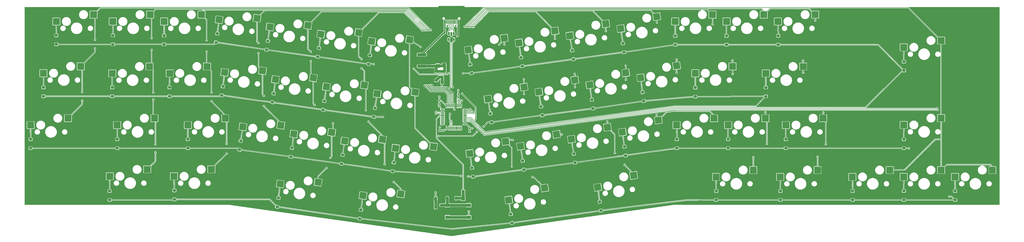
<source format=gbr>
%TF.GenerationSoftware,KiCad,Pcbnew,(5.99.0-9176-ga1730d51ff)*%
%TF.CreationDate,2021-03-09T20:14:39-06:00*%
%TF.ProjectId,Fur Elise,46757220-456c-4697-9365-2e6b69636164,rev?*%
%TF.SameCoordinates,Original*%
%TF.FileFunction,Copper,L2,Bot*%
%TF.FilePolarity,Positive*%
%FSLAX46Y46*%
G04 Gerber Fmt 4.6, Leading zero omitted, Abs format (unit mm)*
G04 Created by KiCad (PCBNEW (5.99.0-9176-ga1730d51ff)) date 2021-03-09 20:14:39*
%MOMM*%
%LPD*%
G01*
G04 APERTURE LIST*
G04 Aperture macros list*
%AMRoundRect*
0 Rectangle with rounded corners*
0 $1 Rounding radius*
0 $2 $3 $4 $5 $6 $7 $8 $9 X,Y pos of 4 corners*
0 Add a 4 corners polygon primitive as box body*
4,1,4,$2,$3,$4,$5,$6,$7,$8,$9,$2,$3,0*
0 Add four circle primitives for the rounded corners*
1,1,$1+$1,$2,$3*
1,1,$1+$1,$4,$5*
1,1,$1+$1,$6,$7*
1,1,$1+$1,$8,$9*
0 Add four rect primitives between the rounded corners*
20,1,$1+$1,$2,$3,$4,$5,0*
20,1,$1+$1,$4,$5,$6,$7,0*
20,1,$1+$1,$6,$7,$8,$9,0*
20,1,$1+$1,$8,$9,$2,$3,0*%
%AMRotRect*
0 Rectangle, with rotation*
0 The origin of the aperture is its center*
0 $1 length*
0 $2 width*
0 $3 Rotation angle, in degrees counterclockwise*
0 Add horizontal line*
21,1,$1,$2,0,0,$3*%
G04 Aperture macros list end*
%TA.AperFunction,SMDPad,CuDef*%
%ADD10RotRect,2.550000X2.500000X352.000000*%
%TD*%
%TA.AperFunction,SMDPad,CuDef*%
%ADD11RotRect,2.550000X2.500000X8.000000*%
%TD*%
%TA.AperFunction,SMDPad,CuDef*%
%ADD12R,2.550000X2.500000*%
%TD*%
%TA.AperFunction,SMDPad,CuDef*%
%ADD13RoundRect,0.250000X0.311801X-0.296278X0.381387X0.198856X-0.311801X0.296278X-0.381387X-0.198856X0*%
%TD*%
%TA.AperFunction,SMDPad,CuDef*%
%ADD14RoundRect,0.250000X0.350000X-0.250000X0.350000X0.250000X-0.350000X0.250000X-0.350000X-0.250000X0*%
%TD*%
%TA.AperFunction,SMDPad,CuDef*%
%ADD15RoundRect,0.250000X0.450000X-0.325000X0.450000X0.325000X-0.450000X0.325000X-0.450000X-0.325000X0*%
%TD*%
%TA.AperFunction,SMDPad,CuDef*%
%ADD16RoundRect,0.250000X0.250000X0.350000X-0.250000X0.350000X-0.250000X-0.350000X0.250000X-0.350000X0*%
%TD*%
%TA.AperFunction,SMDPad,CuDef*%
%ADD17RoundRect,0.250000X0.381387X-0.198856X0.311801X0.296278X-0.381387X0.198856X-0.311801X-0.296278X0*%
%TD*%
%TA.AperFunction,SMDPad,CuDef*%
%ADD18RoundRect,0.250000X0.325000X0.450000X-0.325000X0.450000X-0.325000X-0.450000X0.325000X-0.450000X0*%
%TD*%
%TA.AperFunction,SMDPad,CuDef*%
%ADD19RoundRect,0.250001X0.624999X-0.462499X0.624999X0.462499X-0.624999X0.462499X-0.624999X-0.462499X0*%
%TD*%
%TA.AperFunction,SMDPad,CuDef*%
%ADD20RoundRect,0.150000X-0.150000X-0.575000X0.150000X-0.575000X0.150000X0.575000X-0.150000X0.575000X0*%
%TD*%
%TA.AperFunction,SMDPad,CuDef*%
%ADD21RoundRect,0.075000X-0.075000X-0.650000X0.075000X-0.650000X0.075000X0.650000X-0.075000X0.650000X0*%
%TD*%
%TA.AperFunction,ComponentPad*%
%ADD22O,1.300000X1.900000*%
%TD*%
%TA.AperFunction,ComponentPad*%
%ADD23O,1.100000X2.200000*%
%TD*%
%TA.AperFunction,SMDPad,CuDef*%
%ADD24R,0.650000X1.060000*%
%TD*%
%TA.AperFunction,SMDPad,CuDef*%
%ADD25RoundRect,0.147500X-0.172500X0.147500X-0.172500X-0.147500X0.172500X-0.147500X0.172500X0.147500X0*%
%TD*%
%TA.AperFunction,SMDPad,CuDef*%
%ADD26RoundRect,0.147500X-0.147500X-0.172500X0.147500X-0.172500X0.147500X0.172500X-0.147500X0.172500X0*%
%TD*%
%TA.AperFunction,SMDPad,CuDef*%
%ADD27R,0.300000X1.475000*%
%TD*%
%TA.AperFunction,SMDPad,CuDef*%
%ADD28RoundRect,0.150000X0.000000X0.587500X0.000000X-0.587500X0.000000X-0.587500X0.000000X0.587500X0*%
%TD*%
%TA.AperFunction,SMDPad,CuDef*%
%ADD29RoundRect,0.150000X-0.587500X0.000000X-0.587500X0.000000X0.587500X0.000000X0.587500X0.000000X0*%
%TD*%
%TA.AperFunction,SMDPad,CuDef*%
%ADD30RoundRect,0.250000X-0.350000X0.250000X-0.350000X-0.250000X0.350000X-0.250000X0.350000X0.250000X0*%
%TD*%
%TA.AperFunction,SMDPad,CuDef*%
%ADD31RoundRect,0.250000X-0.325000X-0.450000X0.325000X-0.450000X0.325000X0.450000X-0.325000X0.450000X0*%
%TD*%
%TA.AperFunction,SMDPad,CuDef*%
%ADD32RoundRect,0.147500X0.147500X0.172500X-0.147500X0.172500X-0.147500X-0.172500X0.147500X-0.172500X0*%
%TD*%
%TA.AperFunction,SMDPad,CuDef*%
%ADD33RoundRect,0.250001X-0.462499X-0.624999X0.462499X-0.624999X0.462499X0.624999X-0.462499X0.624999X0*%
%TD*%
%TA.AperFunction,SMDPad,CuDef*%
%ADD34R,0.800000X0.900000*%
%TD*%
%TA.AperFunction,SMDPad,CuDef*%
%ADD35RoundRect,0.250000X-1.450000X0.312500X-1.450000X-0.312500X1.450000X-0.312500X1.450000X0.312500X0*%
%TD*%
%TA.AperFunction,SMDPad,CuDef*%
%ADD36R,0.900000X0.800000*%
%TD*%
%TA.AperFunction,SMDPad,CuDef*%
%ADD37R,1.550000X1.300000*%
%TD*%
%TA.AperFunction,ViaPad*%
%ADD38C,0.508000*%
%TD*%
%TA.AperFunction,Conductor*%
%ADD39C,1.016000*%
%TD*%
%TA.AperFunction,Conductor*%
%ADD40C,0.152400*%
%TD*%
%TA.AperFunction,Conductor*%
%ADD41C,0.254000*%
%TD*%
%TA.AperFunction,Conductor*%
%ADD42C,0.508000*%
%TD*%
%TA.AperFunction,Conductor*%
%ADD43C,0.203200*%
%TD*%
G04 APERTURE END LIST*
D10*
%TO.P,SW35,1,Col*%
%TO.N,COL6*%
X287910586Y-134071637D03*
%TO.P,SW35,2,Row*%
%TO.N,Net-(D35-Pad2)*%
X273841873Y-134659370D03*
%TD*%
D11*
%TO.P,SW48,1,Col*%
%TO.N,COL7*%
X329168587Y-149440439D03*
%TO.P,SW48,2,Row*%
%TO.N,Net-(D48-Pad2)*%
X315806874Y-153883268D03*
%TD*%
D12*
%TO.P,SW43,1,Col*%
%TO.N,COL13*%
X476190000Y-123507500D03*
%TO.P,SW43,2,Row*%
%TO.N,Net-(D43-Pad2)*%
X462340000Y-126047500D03*
%TD*%
D11*
%TO.P,SW38,1,Col*%
%TO.N,COL9*%
X352434987Y-126885239D03*
%TO.P,SW38,2,Row*%
%TO.N,Net-(D38-Pad2)*%
X339073274Y-131328068D03*
%TD*%
%TO.P,SW36,1,Col*%
%TO.N,COL7*%
X314708149Y-132168439D03*
%TO.P,SW36,2,Row*%
%TO.N,Net-(D36-Pad2)*%
X301346436Y-136611268D03*
%TD*%
D10*
%TO.P,SW19,1,Col*%
%TO.N,COL3*%
X224512186Y-105928437D03*
%TO.P,SW19,2,Row*%
%TO.N,Net-(D19-Pad2)*%
X210443473Y-106516170D03*
%TD*%
D11*
%TO.P,SW49,1,Col*%
%TO.N,COL9*%
X362188587Y-144766839D03*
%TO.P,SW49,2,Row*%
%TO.N,Net-(D49-Pad2)*%
X348826874Y-149209668D03*
%TD*%
D10*
%TO.P,SW34,1,Col*%
%TO.N,COL5*%
X269012986Y-131430037D03*
%TO.P,SW34,2,Row*%
%TO.N,Net-(D34-Pad2)*%
X254944273Y-132017770D03*
%TD*%
%TO.P,SW20,1,Col*%
%TO.N,COL4*%
X243358986Y-108570037D03*
%TO.P,SW20,2,Row*%
%TO.N,Net-(D20-Pad2)*%
X229290273Y-109157770D03*
%TD*%
D11*
%TO.P,SW25,1,Col*%
%TO.N,COL9*%
X359240537Y-106706539D03*
%TO.P,SW25,2,Row*%
%TO.N,Net-(D25-Pad2)*%
X345878824Y-111149368D03*
%TD*%
D12*
%TO.P,SW2,1,Col*%
%TO.N,COL1*%
X182820000Y-85090000D03*
%TO.P,SW2,2,Row*%
%TO.N,Net-(D2-Pad2)*%
X168970000Y-87630000D03*
%TD*%
D11*
%TO.P,SW24,1,Col*%
%TO.N,COL8*%
X340346787Y-109362789D03*
%TO.P,SW24,2,Row*%
%TO.N,Net-(D24-Pad2)*%
X326985074Y-113805618D03*
%TD*%
%TO.P,SW39,1,Col*%
%TO.N,COL10*%
X371332587Y-124269039D03*
%TO.P,SW39,2,Row*%
%TO.N,Net-(D39-Pad2)*%
X357970874Y-128711868D03*
%TD*%
D12*
%TO.P,SW28,1,Col*%
%TO.N,COL12*%
X425034400Y-104343200D03*
%TO.P,SW28,2,Row*%
%TO.N,Net-(D28-Pad2)*%
X411184400Y-106883200D03*
%TD*%
%TO.P,SW42,1,Col*%
%TO.N,COL12*%
X432476600Y-123545600D03*
%TO.P,SW42,2,Row*%
%TO.N,Net-(D42-Pad2)*%
X418626600Y-126085600D03*
%TD*%
%TO.P,SW27,1,Col*%
%TO.N,COL11*%
X398852500Y-104307500D03*
%TO.P,SW27,2,Row*%
%TO.N,Net-(D27-Pad2)*%
X385002500Y-106847500D03*
%TD*%
%TO.P,SW54,1,Col*%
%TO.N,COL13*%
X495214600Y-142798800D03*
%TO.P,SW54,2,Row*%
%TO.N,Net-(D54-Pad2)*%
X481364600Y-145338800D03*
%TD*%
%TO.P,SW29,1,Col*%
%TO.N,COL0*%
X152340000Y-123545600D03*
%TO.P,SW29,2,Row*%
%TO.N,Net-(D29-Pad2)*%
X138490000Y-126085600D03*
%TD*%
D11*
%TO.P,SW10,1,Col*%
%TO.N,COL9*%
X351842949Y-88480439D03*
%TO.P,SW10,2,Row*%
%TO.N,Net-(D10-Pad2)*%
X338481236Y-92923268D03*
%TD*%
D12*
%TO.P,SW30,1,Col*%
%TO.N,COL1*%
X184445600Y-123545600D03*
%TO.P,SW30,2,Row*%
%TO.N,Net-(D30-Pad2)*%
X170595600Y-126085600D03*
%TD*%
%TO.P,SW17,1,Col*%
%TO.N,COL1*%
X182616800Y-104343200D03*
%TO.P,SW17,2,Row*%
%TO.N,Net-(D17-Pad2)*%
X168766800Y-106883200D03*
%TD*%
%TO.P,SW40,1,Col*%
%TO.N,COL10*%
X391963600Y-123545600D03*
%TO.P,SW40,2,Row*%
%TO.N,Net-(D40-Pad2)*%
X378113600Y-126085600D03*
%TD*%
D11*
%TO.P,SW26,1,Col*%
%TO.N,COL10*%
X378096787Y-104062789D03*
%TO.P,SW26,2,Row*%
%TO.N,Net-(D26-Pad2)*%
X364735074Y-108505618D03*
%TD*%
D10*
%TO.P,SW7,1,Col*%
%TO.N,COL6*%
X279072748Y-94396837D03*
%TO.P,SW7,2,Row*%
%TO.N,Net-(D7-Pad2)*%
X265004035Y-94984570D03*
%TD*%
D12*
%TO.P,SW15,1,Col*%
%TO.N,COL13*%
X476190000Y-94691200D03*
%TO.P,SW15,2,Row*%
%TO.N,Net-(D15-Pad2)*%
X462340000Y-97231200D03*
%TD*%
%TO.P,SW50,1,Col*%
%TO.N,COL11*%
X406543200Y-142798800D03*
%TO.P,SW50,2,Row*%
%TO.N,Net-(D50-Pad2)*%
X392693200Y-145338800D03*
%TD*%
%TO.P,SW45,1,Col*%
%TO.N,COL2*%
X205521250Y-142557500D03*
%TO.P,SW45,2,Row*%
%TO.N,Net-(D45-Pad2)*%
X191671250Y-145097500D03*
%TD*%
%TO.P,SW13,1,Col*%
%TO.N,COL12*%
X410454800Y-85090000D03*
%TO.P,SW13,2,Row*%
%TO.N,Net-(D13-Pad2)*%
X396604800Y-87630000D03*
%TD*%
D10*
%TO.P,SW5,1,Col*%
%TO.N,COL4*%
X241336458Y-89062837D03*
%TO.P,SW5,2,Row*%
%TO.N,Net-(D5-Pad2)*%
X227267745Y-89650570D03*
%TD*%
D12*
%TO.P,SW14,1,Col*%
%TO.N,COL12*%
X429504800Y-85090000D03*
%TO.P,SW14,2,Row*%
%TO.N,Net-(D14-Pad2)*%
X415654800Y-87630000D03*
%TD*%
D11*
%TO.P,SW8,1,Col*%
%TO.N,COL7*%
X314174749Y-93789039D03*
%TO.P,SW8,2,Row*%
%TO.N,Net-(D8-Pad2)*%
X300813036Y-98231868D03*
%TD*%
D12*
%TO.P,SW44,1,Col*%
%TO.N,COL1*%
X181708750Y-142557500D03*
%TO.P,SW44,2,Row*%
%TO.N,Net-(D44-Pad2)*%
X167858750Y-145097500D03*
%TD*%
%TO.P,SW31,1,Col*%
%TO.N,COL2*%
X210658400Y-123545600D03*
%TO.P,SW31,2,Row*%
%TO.N,Net-(D31-Pad2)*%
X196808400Y-126085600D03*
%TD*%
D11*
%TO.P,SW9,1,Col*%
%TO.N,COL8*%
X332970749Y-91122039D03*
%TO.P,SW9,2,Row*%
%TO.N,Net-(D9-Pad2)*%
X319609036Y-95564868D03*
%TD*%
%TO.P,SW11,1,Col*%
%TO.N,COL10*%
X370740549Y-85838839D03*
%TO.P,SW11,2,Row*%
%TO.N,Net-(D11-Pad2)*%
X357378836Y-90281668D03*
%TD*%
D12*
%TO.P,SW12,1,Col*%
%TO.N,COL11*%
X391404800Y-85090000D03*
%TO.P,SW12,2,Row*%
%TO.N,Net-(D12-Pad2)*%
X377554800Y-87630000D03*
%TD*%
D10*
%TO.P,SW21,1,Col*%
%TO.N,COL5*%
X262255224Y-111266638D03*
%TO.P,SW21,2,Row*%
%TO.N,Net-(D21-Pad2)*%
X248186511Y-111854371D03*
%TD*%
%TO.P,SW46,1,Col*%
%TO.N,COL4*%
X245136986Y-147330437D03*
%TO.P,SW46,2,Row*%
%TO.N,Net-(D46-Pad2)*%
X231068273Y-147918170D03*
%TD*%
%TO.P,SW32,1,Col*%
%TO.N,COL3*%
X231268586Y-126146837D03*
%TO.P,SW32,2,Row*%
%TO.N,Net-(D32-Pad2)*%
X217199873Y-126734570D03*
%TD*%
D12*
%TO.P,SW18,1,Col*%
%TO.N,COL2*%
X203933750Y-104343200D03*
%TO.P,SW18,2,Row*%
%TO.N,Net-(D18-Pad2)*%
X190083750Y-106883200D03*
%TD*%
D10*
%TO.P,SW47,1,Col*%
%TO.N,COL5*%
X275820186Y-151648437D03*
%TO.P,SW47,2,Row*%
%TO.N,Net-(D47-Pad2)*%
X261751473Y-152236170D03*
%TD*%
%TO.P,SW6,1,Col*%
%TO.N,COL5*%
X260189608Y-91752767D03*
%TO.P,SW6,2,Row*%
%TO.N,Net-(D6-Pad2)*%
X246120895Y-92340500D03*
%TD*%
D12*
%TO.P,SW1,1,Col*%
%TO.N,COL0*%
X161865000Y-85090000D03*
%TO.P,SW1,2,Row*%
%TO.N,Net-(D1-Pad2)*%
X148015000Y-87630000D03*
%TD*%
D10*
%TO.P,SW22,1,Col*%
%TO.N,COL6*%
X281103386Y-113904037D03*
%TO.P,SW22,2,Row*%
%TO.N,Net-(D22-Pad2)*%
X267034673Y-114491770D03*
%TD*%
D12*
%TO.P,SW16,1,Col*%
%TO.N,COL0*%
X157102500Y-104292400D03*
%TO.P,SW16,2,Row*%
%TO.N,Net-(D16-Pad2)*%
X143252500Y-106832400D03*
%TD*%
%TO.P,SW3,1,Col*%
%TO.N,COL2*%
X201870000Y-85090000D03*
%TO.P,SW3,2,Row*%
%TO.N,Net-(D3-Pad2)*%
X188020000Y-87630000D03*
%TD*%
D10*
%TO.P,SW33,1,Col*%
%TO.N,COL4*%
X250166186Y-128788437D03*
%TO.P,SW33,2,Row*%
%TO.N,Net-(D33-Pad2)*%
X236097473Y-129376170D03*
%TD*%
D11*
%TO.P,SW37,1,Col*%
%TO.N,COL8*%
X333554949Y-129526839D03*
%TO.P,SW37,2,Row*%
%TO.N,Net-(D37-Pad2)*%
X320193236Y-133969668D03*
%TD*%
%TO.P,SW23,1,Col*%
%TO.N,COL7*%
X321498208Y-111979070D03*
%TO.P,SW23,2,Row*%
%TO.N,Net-(D23-Pad2)*%
X308136495Y-116421899D03*
%TD*%
D10*
%TO.P,SW4,1,Col*%
%TO.N,COL3*%
X222454786Y-86395837D03*
%TO.P,SW4,2,Row*%
%TO.N,Net-(D4-Pad2)*%
X208386073Y-86983570D03*
%TD*%
D12*
%TO.P,SW53,1,Col*%
%TO.N,COL13*%
X476190000Y-142798800D03*
%TO.P,SW53,2,Row*%
%TO.N,Net-(D53-Pad2)*%
X462340000Y-145338800D03*
%TD*%
%TO.P,SW41,1,Col*%
%TO.N,COL11*%
X411039000Y-123545600D03*
%TO.P,SW41,2,Row*%
%TO.N,Net-(D41-Pad2)*%
X397189000Y-126085600D03*
%TD*%
%TO.P,SW52,1,Col*%
%TO.N,COL13*%
X457140000Y-142798800D03*
%TO.P,SW52,2,Row*%
%TO.N,Net-(D52-Pad2)*%
X443290000Y-145338800D03*
%TD*%
%TO.P,SW51,1,Col*%
%TO.N,COL12*%
X430368400Y-142798800D03*
%TO.P,SW51,2,Row*%
%TO.N,Net-(D51-Pad2)*%
X416518400Y-145338800D03*
%TD*%
D13*
%TO.P,D35,1,K*%
%TO.N,ROW2*%
X272770364Y-143233942D03*
%TO.P,D35,2,A*%
%TO.N,Net-(D35-Pad2)*%
X273229636Y-139966058D03*
%TD*%
%TO.P,D5,1,K*%
%TO.N,ROW0*%
X226020364Y-98133942D03*
%TO.P,D5,2,A*%
%TO.N,Net-(D5-Pad2)*%
X226479636Y-94866058D03*
%TD*%
D14*
%TO.P,D14,1,K*%
%TO.N,ROW0*%
X415800000Y-96250000D03*
%TO.P,D14,2,A*%
%TO.N,Net-(D14-Pad2)*%
X415800000Y-92950000D03*
%TD*%
D13*
%TO.P,D32,1,K*%
%TO.N,ROW2*%
X215970364Y-135233942D03*
%TO.P,D32,2,A*%
%TO.N,Net-(D32-Pad2)*%
X216429636Y-131966058D03*
%TD*%
D14*
%TO.P,D1,1,K*%
%TO.N,ROW0*%
X148000000Y-96106250D03*
%TO.P,D1,2,A*%
%TO.N,Net-(D1-Pad2)*%
X148000000Y-92806250D03*
%TD*%
D13*
%TO.P,D47,1,K*%
%TO.N,ROW3*%
X260570364Y-160833942D03*
%TO.P,D47,2,A*%
%TO.N,Net-(D47-Pad2)*%
X261029636Y-157566058D03*
%TD*%
D14*
%TO.P,D44,1,K*%
%TO.N,ROW3*%
X167800000Y-153850000D03*
%TO.P,D44,2,A*%
%TO.N,Net-(D44-Pad2)*%
X167800000Y-150550000D03*
%TD*%
D15*
%TO.P,CSI1,1*%
%TO.N,+5V*%
X291872750Y-103637500D03*
%TO.P,CSI1,2*%
%TO.N,GND*%
X291872750Y-101587500D03*
%TD*%
D16*
%TO.P,DRST1,1,K*%
%TO.N,/BOOT0*%
X296325000Y-153250000D03*
%TO.P,DRST1,2,A*%
%TO.N,Net-(DRST1-Pad2)*%
X293025000Y-153250000D03*
%TD*%
D13*
%TO.P,D20,1,K*%
%TO.N,ROW1*%
X228170364Y-117633942D03*
%TO.P,D20,2,A*%
%TO.N,Net-(D20-Pad2)*%
X228629636Y-114366058D03*
%TD*%
D14*
%TO.P,D53,1,K*%
%TO.N,ROW3*%
X462400000Y-153850000D03*
%TO.P,D53,2,A*%
%TO.N,Net-(D53-Pad2)*%
X462400000Y-150550000D03*
%TD*%
D17*
%TO.P,D9,1,K*%
%TO.N,ROW0*%
X320829636Y-104233942D03*
%TO.P,D9,2,A*%
%TO.N,Net-(D9-Pad2)*%
X320370364Y-100966058D03*
%TD*%
D14*
%TO.P,D27,1,K*%
%TO.N,ROW1*%
X385050000Y-115500000D03*
%TO.P,D27,2,A*%
%TO.N,Net-(D27-Pad2)*%
X385050000Y-112200000D03*
%TD*%
%TO.P,D42,1,K*%
%TO.N,ROW2*%
X418600000Y-134650000D03*
%TO.P,D42,2,A*%
%TO.N,Net-(D42-Pad2)*%
X418600000Y-131350000D03*
%TD*%
%TO.P,D31,1,K*%
%TO.N,ROW2*%
X196800000Y-134650000D03*
%TO.P,D31,2,A*%
%TO.N,Net-(D31-Pad2)*%
X196800000Y-131350000D03*
%TD*%
D17*
%TO.P,D36,1,K*%
%TO.N,ROW2*%
X302629636Y-145233942D03*
%TO.P,D36,2,A*%
%TO.N,Net-(D36-Pad2)*%
X302170364Y-141966058D03*
%TD*%
%TO.P,D37,1,K*%
%TO.N,ROW2*%
X321429636Y-142633942D03*
%TO.P,D37,2,A*%
%TO.N,Net-(D37-Pad2)*%
X320970364Y-139366058D03*
%TD*%
D13*
%TO.P,D34,1,K*%
%TO.N,ROW2*%
X253770364Y-140433942D03*
%TO.P,D34,2,A*%
%TO.N,Net-(D34-Pad2)*%
X254229636Y-137166058D03*
%TD*%
%TO.P,D6,1,K*%
%TO.N,ROW0*%
X244970364Y-100758942D03*
%TO.P,D6,2,A*%
%TO.N,Net-(D6-Pad2)*%
X245429636Y-97491058D03*
%TD*%
D14*
%TO.P,D28,1,K*%
%TO.N,ROW1*%
X411200000Y-115450000D03*
%TO.P,D28,2,A*%
%TO.N,Net-(D28-Pad2)*%
X411200000Y-112150000D03*
%TD*%
%TO.P,D13,1,K*%
%TO.N,ROW0*%
X396600000Y-96250000D03*
%TO.P,D13,2,A*%
%TO.N,Net-(D13-Pad2)*%
X396600000Y-92950000D03*
%TD*%
%TO.P,D15,1,K*%
%TO.N,ROW0*%
X462400000Y-105850000D03*
%TO.P,D15,2,A*%
%TO.N,Net-(D15-Pad2)*%
X462400000Y-102550000D03*
%TD*%
%TO.P,D40,1,K*%
%TO.N,ROW2*%
X378200000Y-134650000D03*
%TO.P,D40,2,A*%
%TO.N,Net-(D40-Pad2)*%
X378200000Y-131350000D03*
%TD*%
D18*
%TO.P,CRST1,1*%
%TO.N,GND*%
X290750000Y-153450000D03*
%TO.P,CRST1,2*%
%TO.N,/NRST*%
X288700000Y-153450000D03*
%TD*%
D14*
%TO.P,D16,1,K*%
%TO.N,ROW1*%
X143250000Y-115400000D03*
%TO.P,D16,2,A*%
%TO.N,Net-(D16-Pad2)*%
X143250000Y-112100000D03*
%TD*%
D19*
%TO.P,RF1,1*%
%TO.N,+5V*%
X289586750Y-104100000D03*
%TO.P,RF1,2*%
%TO.N,GND*%
X289586750Y-101125000D03*
%TD*%
D20*
%TO.P,J1,A1,GND*%
%TO.N,GND*%
X291325000Y-87822500D03*
%TO.P,J1,A4,VBUS*%
%TO.N,/VBUS*%
X292125000Y-87822500D03*
D21*
%TO.P,J1,A5,CC1*%
%TO.N,Net-(J1-PadA5)*%
X293325000Y-87822500D03*
%TO.P,J1,A6,D+*%
%TO.N,/D+BUS*%
X294321000Y-87822500D03*
%TO.P,J1,A7,D-*%
%TO.N,/D-BUS*%
X294825000Y-87822500D03*
%TO.P,J1,A8,SBU1*%
%TO.N,unconnected-(J1-PadA8)*%
X295825000Y-87822500D03*
D20*
%TO.P,J1,B1,GND*%
%TO.N,GND*%
X297825000Y-87822500D03*
%TO.P,J1,B4,VBUS*%
%TO.N,/VBUS*%
X297025000Y-87822500D03*
D21*
%TO.P,J1,B5,CC2*%
%TO.N,Net-(J1-PadB5)*%
X296325000Y-87822500D03*
%TO.P,J1,B6,D+*%
%TO.N,/D+BUS*%
X295325000Y-87822500D03*
%TO.P,J1,B7,D-*%
%TO.N,/D-BUS*%
X293825000Y-87822500D03*
%TO.P,J1,B8,SBU2*%
%TO.N,unconnected-(J1-PadB8)*%
X292825000Y-87822500D03*
D22*
%TO.P,J1,S,SHIELD*%
%TO.N,GND*%
X298875000Y-82847500D03*
D23*
X290275000Y-87047500D03*
X298875000Y-87047500D03*
D22*
X290275000Y-82847500D03*
%TD*%
D17*
%TO.P,D10,1,K*%
%TO.N,ROW0*%
X339829636Y-101633942D03*
%TO.P,D10,2,A*%
%TO.N,Net-(D10-Pad2)*%
X339370364Y-98366058D03*
%TD*%
D14*
%TO.P,D2,1,K*%
%TO.N,ROW0*%
X169000000Y-96150000D03*
%TO.P,D2,2,A*%
%TO.N,Net-(D2-Pad2)*%
X169000000Y-92850000D03*
%TD*%
D24*
%TO.P,U2,1,IO1*%
%TO.N,/D+*%
X295475000Y-94275000D03*
%TO.P,U2,2,GND*%
%TO.N,GND*%
X294525000Y-94275000D03*
%TO.P,U2,3,IO2*%
%TO.N,/D-*%
X293575000Y-94275000D03*
%TO.P,U2,4,IO2*%
%TO.N,/D-BUS*%
X293575000Y-92075000D03*
%TO.P,U2,5,VBUS*%
%TO.N,/VBUS*%
X294525000Y-92075000D03*
%TO.P,U2,6,IO1*%
%TO.N,/D+BUS*%
X295475000Y-92075000D03*
%TD*%
D25*
%TO.P,C3,1*%
%TO.N,+3V3*%
X290275000Y-128140000D03*
%TO.P,C3,2*%
%TO.N,GND*%
X290275000Y-129110000D03*
%TD*%
D26*
%TO.P,C6,1*%
%TO.N,GND*%
X296150000Y-115828500D03*
%TO.P,C6,2*%
%TO.N,+3V3*%
X297120000Y-115828500D03*
%TD*%
D27*
%TO.P,U3,1,VBAT*%
%TO.N,+3V3*%
X292675000Y-118887500D03*
D28*
%TO.P,U3,2,PC13*%
%TO.N,COL4*%
X293175000Y-118887500D03*
%TO.P,U3,3,PC14/OSC32_IN*%
%TO.N,COL3*%
X293675000Y-118887500D03*
%TO.P,U3,4,PC15/OSC32_OUT*%
%TO.N,COL2*%
X294175000Y-118887500D03*
%TO.P,U3,5,PF0/OSC_IN*%
%TO.N,COL1*%
X294675000Y-118887500D03*
%TO.P,U3,6,PF1/OSC_OUT*%
%TO.N,COL0*%
X295175000Y-118887500D03*
%TO.P,U3,7,NRST*%
%TO.N,/NRST*%
X295675000Y-118887500D03*
%TO.P,U3,8,VSSA*%
%TO.N,GND*%
X296175000Y-118887500D03*
%TO.P,U3,9,VDDA*%
%TO.N,+3V3*%
X296675000Y-118887500D03*
%TO.P,U3,10,PA0/ADC_IN0*%
%TO.N,COL13*%
X297175000Y-118887500D03*
%TO.P,U3,11,PA1/ADC_IN1*%
%TO.N,COL12*%
X297675000Y-118887500D03*
%TO.P,U3,12,PA2/ADC_IN2*%
%TO.N,COL11*%
X298175000Y-118887500D03*
D29*
%TO.P,U3,13,PA3/TIM15_CH2/ADC_IN3*%
%TO.N,COL10*%
X299587500Y-120300000D03*
%TO.P,U3,14,PA4/TIM14_CH1/ADC_IN4*%
%TO.N,COL9*%
X299587500Y-120800000D03*
%TO.P,U3,15,PA5/ADC_IN5/DAC_OUT2*%
%TO.N,COL8*%
X299587500Y-121300000D03*
%TO.P,U3,16,PA6/ADC_IN6/TIM3_CH1/TIM16_CH1*%
%TO.N,COL7*%
X299587500Y-121800000D03*
%TO.P,U3,17,PA7/TIM3_CH2/TIM14_CH1/ADC_IN7*%
%TO.N,unconnected-(U3-Pad17)*%
X299587500Y-122300000D03*
%TO.P,U3,18,PB0/TIM3_CH3/ADC_IN8*%
%TO.N,unconnected-(U3-Pad18)*%
X299587500Y-122800000D03*
%TO.P,U3,19,PB1/TIM3_CH4/TIM14_CH1/ADC_IN9*%
%TO.N,ROW1*%
X299587500Y-123300000D03*
%TO.P,U3,20,PB2*%
%TO.N,ROW0*%
X299587500Y-123800000D03*
%TO.P,U3,21,PB10/SPI2_SCK/I2C2_SCL/TIM2_CH3*%
%TO.N,ROW3*%
X299587500Y-124300000D03*
%TO.P,U3,22,PB11/TIM2_CH4/I2C2_SDA*%
%TO.N,ROW2*%
X299587500Y-124800000D03*
%TO.P,U3,23,VSS*%
%TO.N,GND*%
X299587500Y-125300000D03*
%TO.P,U3,24,VDD*%
%TO.N,+3V3*%
X299587500Y-125800000D03*
D28*
%TO.P,U3,25,PB12*%
%TO.N,unconnected-(U3-Pad25)*%
X298175000Y-127212500D03*
%TO.P,U3,26,SPI2_SCK/I2S2_CK/I2C2_SCL/PB13*%
%TO.N,unconnected-(U3-Pad26)*%
X297675000Y-127212500D03*
%TO.P,U3,27,SPI2_MISO/I2S2_MCK/I2C2_SDA/TIM15_CH1/PB14*%
%TO.N,unconnected-(U3-Pad27)*%
X297175000Y-127212500D03*
%TO.P,U3,28,SPI2_MOSI/I2S2_SD/PB15*%
%TO.N,unconnected-(U3-Pad28)*%
X296675000Y-127212500D03*
%TO.P,U3,29,TIM1_CH1/PA8*%
%TO.N,unconnected-(U3-Pad29)*%
X296175000Y-127212500D03*
%TO.P,U3,30,TIM1_CH2/PA9*%
%TO.N,unconnected-(U3-Pad30)*%
X295675000Y-127212500D03*
%TO.P,U3,31,TIM1_CH3/PA10*%
%TO.N,unconnected-(U3-Pad31)*%
X295175000Y-127212500D03*
%TO.P,U3,32,USB_DM/TIM1_CH4/PA11*%
%TO.N,/D-*%
X294675000Y-127212500D03*
%TO.P,U3,33,USB_DP/PA12*%
%TO.N,/D+*%
X294175000Y-127212500D03*
%TO.P,U3,34,SWDIO/PA13*%
%TO.N,unconnected-(U3-Pad34)*%
X293675000Y-127212500D03*
%TO.P,U3,35,VSS*%
%TO.N,GND*%
X293175000Y-127212500D03*
%TO.P,U3,36,VDDIO2*%
%TO.N,+3V3*%
X292675000Y-127212500D03*
D29*
%TO.P,U3,37,SWCLK/PA14*%
%TO.N,unconnected-(U3-Pad37)*%
X291262500Y-125800000D03*
%TO.P,U3,38,PA15*%
%TO.N,unconnected-(U3-Pad38)*%
X291262500Y-125300000D03*
%TO.P,U3,39,SPI1_SCK/I2S1_CK/TIM2_CH2/PB3*%
%TO.N,unconnected-(U3-Pad39)*%
X291262500Y-124800000D03*
%TO.P,U3,40,SPI1_MISO/I2S1_MCK/TIM3_CH1/PB4*%
%TO.N,unconnected-(U3-Pad40)*%
X291262500Y-124300000D03*
%TO.P,U3,41,SPI1_MOSI/I2S1_SD/TIM3_CH2/PB5*%
%TO.N,unconnected-(U3-Pad41)*%
X291262500Y-123800000D03*
%TO.P,U3,42,I2C1_SCL/PB6*%
%TO.N,unconnected-(U3-Pad42)*%
X291262500Y-123300000D03*
%TO.P,U3,43,2C1_SDA/PB7*%
%TO.N,unconnected-(U3-Pad43)*%
X291262500Y-122800000D03*
%TO.P,U3,44,BOOT0*%
%TO.N,/BOOT0*%
X291262500Y-122300000D03*
%TO.P,U3,45,I2C1_SCL/TIM16_CH1/PB8*%
%TO.N,COL6*%
X291262500Y-121800000D03*
%TO.P,U3,46,SPI2_NSS/I2S2_WS/I2C1_SDA/TIM17_CH1/PB9*%
%TO.N,COL5*%
X291262500Y-121300000D03*
%TO.P,U3,47,VSS*%
%TO.N,GND*%
X291262500Y-120800000D03*
%TO.P,U3,48,VDD*%
%TO.N,+3V3*%
X291262500Y-120300000D03*
%TD*%
D17*
%TO.P,D25,1,K*%
%TO.N,ROW1*%
X347129636Y-119933942D03*
%TO.P,D25,2,A*%
%TO.N,Net-(D25-Pad2)*%
X346670364Y-116666058D03*
%TD*%
%TO.P,D26,1,K*%
%TO.N,ROW1*%
X365929636Y-117158942D03*
%TO.P,D26,2,A*%
%TO.N,Net-(D26-Pad2)*%
X365470364Y-113891058D03*
%TD*%
D14*
%TO.P,D12,1,K*%
%TO.N,ROW0*%
X377600000Y-96250000D03*
%TO.P,D12,2,A*%
%TO.N,Net-(D12-Pad2)*%
X377600000Y-92950000D03*
%TD*%
D30*
%TO.P,DLD1,1,K*%
%TO.N,+5V*%
X288967750Y-106204500D03*
%TO.P,DLD1,2,A*%
%TO.N,+3V3*%
X288967750Y-109504500D03*
%TD*%
D13*
%TO.P,D22,1,K*%
%TO.N,ROW1*%
X265770364Y-123033942D03*
%TO.P,D22,2,A*%
%TO.N,Net-(D22-Pad2)*%
X266229636Y-119766058D03*
%TD*%
D25*
%TO.P,C4,1*%
%TO.N,+3V3*%
X291450000Y-128140000D03*
%TO.P,C4,2*%
%TO.N,GND*%
X291450000Y-129110000D03*
%TD*%
D14*
%TO.P,D30,1,K*%
%TO.N,ROW2*%
X170600000Y-134650000D03*
%TO.P,D30,2,A*%
%TO.N,Net-(D30-Pad2)*%
X170600000Y-131350000D03*
%TD*%
D13*
%TO.P,D33,1,K*%
%TO.N,ROW2*%
X234970364Y-137833942D03*
%TO.P,D33,2,A*%
%TO.N,Net-(D33-Pad2)*%
X235429636Y-134566058D03*
%TD*%
%TO.P,D19,1,K*%
%TO.N,ROW1*%
X209370364Y-115033942D03*
%TO.P,D19,2,A*%
%TO.N,Net-(D19-Pad2)*%
X209829636Y-111766058D03*
%TD*%
D31*
%TO.P,CRST2,1*%
%TO.N,/BOOT0*%
X298925000Y-150825000D03*
%TO.P,CRST2,2*%
%TO.N,GND*%
X300975000Y-150825000D03*
%TD*%
D13*
%TO.P,D21,1,K*%
%TO.N,ROW1*%
X246970364Y-120433942D03*
%TO.P,D21,2,A*%
%TO.N,Net-(D21-Pad2)*%
X247429636Y-117166058D03*
%TD*%
D32*
%TO.P,C1,1*%
%TO.N,+3V3*%
X290035000Y-118275000D03*
%TO.P,C1,2*%
%TO.N,GND*%
X289065000Y-118275000D03*
%TD*%
D13*
%TO.P,D7,1,K*%
%TO.N,ROW0*%
X263870364Y-103433942D03*
%TO.P,D7,2,A*%
%TO.N,Net-(D7-Pad2)*%
X264329636Y-100166058D03*
%TD*%
%TO.P,D4,1,K*%
%TO.N,ROW0*%
X207270364Y-95383942D03*
%TO.P,D4,2,A*%
%TO.N,Net-(D4-Pad2)*%
X207729636Y-92116058D03*
%TD*%
D26*
%TO.P,C5,1*%
%TO.N,GND*%
X296150000Y-114685500D03*
%TO.P,C5,2*%
%TO.N,+3V3*%
X297120000Y-114685500D03*
%TD*%
D17*
%TO.P,D24,1,K*%
%TO.N,ROW1*%
X328279636Y-122458942D03*
%TO.P,D24,2,A*%
%TO.N,Net-(D24-Pad2)*%
X327820364Y-119191058D03*
%TD*%
D33*
%TO.P,RRST1,1*%
%TO.N,/BOOT0*%
X298912500Y-153250000D03*
%TO.P,RRST1,2*%
%TO.N,GND*%
X301887500Y-153250000D03*
%TD*%
D31*
%TO.P,CS1,1*%
%TO.N,+3V3*%
X291117750Y-110140500D03*
%TO.P,CS1,2*%
%TO.N,GND*%
X293167750Y-110140500D03*
%TD*%
D26*
%TO.P,C7,1*%
%TO.N,GND*%
X300340000Y-127322000D03*
%TO.P,C7,2*%
%TO.N,+3V3*%
X301310000Y-127322000D03*
%TD*%
D17*
%TO.P,D39,1,K*%
%TO.N,ROW2*%
X359229636Y-137365192D03*
%TO.P,D39,2,A*%
%TO.N,Net-(D39-Pad2)*%
X358770364Y-134097308D03*
%TD*%
D34*
%TO.P,U1,1,GND*%
%TO.N,GND*%
X293031750Y-108219500D03*
%TO.P,U1,2,VO*%
%TO.N,+3V3*%
X291131750Y-108219500D03*
%TO.P,U1,3,VI*%
%TO.N,+5V*%
X292081750Y-106219500D03*
%TD*%
D14*
%TO.P,D54,1,K*%
%TO.N,ROW3*%
X481400000Y-153850000D03*
%TO.P,D54,2,A*%
%TO.N,Net-(D54-Pad2)*%
X481400000Y-150550000D03*
%TD*%
%TO.P,D17,1,K*%
%TO.N,ROW1*%
X168750000Y-115400000D03*
%TO.P,D17,2,A*%
%TO.N,Net-(D17-Pad2)*%
X168750000Y-112100000D03*
%TD*%
D25*
%TO.P,R1,1*%
%TO.N,Net-(J1-PadA5)*%
X293116000Y-89304000D03*
%TO.P,R1,2*%
%TO.N,GND*%
X293116000Y-90274000D03*
%TD*%
D14*
%TO.P,DF1,1,K*%
%TO.N,+5V*%
X287046750Y-104239100D03*
%TO.P,DF1,2,A*%
%TO.N,GND*%
X287046750Y-100939100D03*
%TD*%
D17*
%TO.P,D48,1,K*%
%TO.N,ROW3*%
X317029636Y-162433942D03*
%TO.P,D48,2,A*%
%TO.N,Net-(D48-Pad2)*%
X316570364Y-159166058D03*
%TD*%
D13*
%TO.P,D46,1,K*%
%TO.N,ROW3*%
X229970364Y-156433942D03*
%TO.P,D46,2,A*%
%TO.N,Net-(D46-Pad2)*%
X230429636Y-153166058D03*
%TD*%
D35*
%TO.P,F1,1*%
%TO.N,/VBUS*%
X283617750Y-99967000D03*
%TO.P,F1,2*%
%TO.N,+5V*%
X283617750Y-104242000D03*
%TD*%
D17*
%TO.P,D49,1,K*%
%TO.N,ROW3*%
X350029636Y-157833942D03*
%TO.P,D49,2,A*%
%TO.N,Net-(D49-Pad2)*%
X349570364Y-154566058D03*
%TD*%
D36*
%TO.P,QRST1,1,B*%
%TO.N,Net-(DRST1-Pad2)*%
X290725000Y-155825000D03*
%TO.P,QRST1,2,E*%
%TO.N,GND*%
X290725000Y-157725000D03*
%TO.P,QRST1,3,C*%
%TO.N,/NRST*%
X288725000Y-156775000D03*
%TD*%
D14*
%TO.P,D18,1,K*%
%TO.N,ROW1*%
X190000000Y-115400000D03*
%TO.P,D18,2,A*%
%TO.N,Net-(D18-Pad2)*%
X190000000Y-112100000D03*
%TD*%
%TO.P,D52,1,K*%
%TO.N,ROW3*%
X443400000Y-153850000D03*
%TO.P,D52,2,A*%
%TO.N,Net-(D52-Pad2)*%
X443400000Y-150550000D03*
%TD*%
D37*
%TO.P,SWRST1,1,1*%
%TO.N,+3V3*%
X301000000Y-160325000D03*
X293050000Y-160325000D03*
%TO.P,SWRST1,2,2*%
%TO.N,Net-(DRST1-Pad2)*%
X301000000Y-155825000D03*
X293050000Y-155825000D03*
%TD*%
D14*
%TO.P,D45,1,K*%
%TO.N,ROW3*%
X191800000Y-153650000D03*
%TO.P,D45,2,A*%
%TO.N,Net-(D45-Pad2)*%
X191800000Y-150350000D03*
%TD*%
D17*
%TO.P,D38,1,K*%
%TO.N,ROW2*%
X340429636Y-140033942D03*
%TO.P,D38,2,A*%
%TO.N,Net-(D38-Pad2)*%
X339970364Y-136766058D03*
%TD*%
D14*
%TO.P,D43,1,K*%
%TO.N,ROW2*%
X462400000Y-134650000D03*
%TO.P,D43,2,A*%
%TO.N,Net-(D43-Pad2)*%
X462400000Y-131350000D03*
%TD*%
D17*
%TO.P,D23,1,K*%
%TO.N,ROW1*%
X309487307Y-125056473D03*
%TO.P,D23,2,A*%
%TO.N,Net-(D23-Pad2)*%
X309028035Y-121788589D03*
%TD*%
D14*
%TO.P,D51,1,K*%
%TO.N,ROW3*%
X416600000Y-153850000D03*
%TO.P,D51,2,A*%
%TO.N,Net-(D51-Pad2)*%
X416600000Y-150550000D03*
%TD*%
D17*
%TO.P,D8,1,K*%
%TO.N,ROW0*%
X302029636Y-106833942D03*
%TO.P,D8,2,A*%
%TO.N,Net-(D8-Pad2)*%
X301570364Y-103566058D03*
%TD*%
D14*
%TO.P,D29,1,K*%
%TO.N,ROW2*%
X138500000Y-134650000D03*
%TO.P,D29,2,A*%
%TO.N,Net-(D29-Pad2)*%
X138500000Y-131350000D03*
%TD*%
D26*
%TO.P,C8,1*%
%TO.N,GND*%
X300340000Y-128472000D03*
%TO.P,C8,2*%
%TO.N,+3V3*%
X301310000Y-128472000D03*
%TD*%
D25*
%TO.P,R2,1*%
%TO.N,Net-(J1-PadB5)*%
X296164000Y-89304000D03*
%TO.P,R2,2*%
%TO.N,GND*%
X296164000Y-90274000D03*
%TD*%
D32*
%TO.P,C2,1*%
%TO.N,+3V3*%
X290035000Y-117100000D03*
%TO.P,C2,2*%
%TO.N,GND*%
X289065000Y-117100000D03*
%TD*%
D14*
%TO.P,D41,1,K*%
%TO.N,ROW2*%
X397200000Y-134650000D03*
%TO.P,D41,2,A*%
%TO.N,Net-(D41-Pad2)*%
X397200000Y-131350000D03*
%TD*%
%TO.P,D3,1,K*%
%TO.N,ROW0*%
X188000000Y-96150000D03*
%TO.P,D3,2,A*%
%TO.N,Net-(D3-Pad2)*%
X188000000Y-92850000D03*
%TD*%
%TO.P,D50,1,K*%
%TO.N,ROW3*%
X392800000Y-153850000D03*
%TO.P,D50,2,A*%
%TO.N,Net-(D50-Pad2)*%
X392800000Y-150550000D03*
%TD*%
D17*
%TO.P,D11,1,K*%
%TO.N,ROW0*%
X358629636Y-99033942D03*
%TO.P,D11,2,A*%
%TO.N,Net-(D11-Pad2)*%
X358170364Y-95766058D03*
%TD*%
D38*
%TO.N,+3V3*%
X290035000Y-119072500D03*
X301030000Y-158150000D03*
X302300000Y-127275000D03*
X297125000Y-113100000D03*
X303375000Y-123975000D03*
X290050000Y-115500000D03*
X290275000Y-126950000D03*
X291000000Y-111500000D03*
X298525000Y-114425000D03*
%TO.N,/NRST*%
X288700000Y-151050000D03*
X295675000Y-120350000D03*
%TO.N,COL12*%
X430400000Y-137800000D03*
X433400000Y-133200000D03*
X432480000Y-121390000D03*
X300160483Y-89572018D03*
X429525000Y-87225000D03*
X297842449Y-116840051D03*
X425000000Y-102150000D03*
X425050000Y-106580000D03*
%TO.N,ROW1*%
X289718750Y-130175000D03*
X304006250Y-128587500D03*
X269250000Y-123050000D03*
X306550000Y-126575000D03*
%TO.N,ROW2*%
X298100000Y-144930000D03*
X300750000Y-145180000D03*
X474910000Y-120440000D03*
X464250000Y-134690000D03*
%TO.N,/VBUS*%
X296730000Y-93080000D03*
X294530000Y-93080000D03*
X292125000Y-91977180D03*
%TO.N,COL0*%
X162400000Y-97600000D03*
X287000000Y-90810000D03*
X162400000Y-94400000D03*
X157600000Y-117000000D03*
X287290000Y-111290000D03*
X157600000Y-113800000D03*
%TO.N,COL1*%
X183400000Y-98200000D03*
X183400000Y-93800000D03*
X184800000Y-136200000D03*
X184000000Y-114000000D03*
X184000000Y-116600000D03*
X184800000Y-133200000D03*
X286334192Y-90826692D03*
X286630041Y-111314203D03*
%TO.N,COL2*%
X211200000Y-133000000D03*
X285970209Y-111341655D03*
X203800000Y-98800000D03*
X205600000Y-114000000D03*
X285674670Y-90860793D03*
X205600000Y-117200000D03*
X203800000Y-94600000D03*
X211200000Y-136600000D03*
%TO.N,COL3*%
X225000000Y-119000000D03*
X285310988Y-111381139D03*
X223000000Y-99400000D03*
X223000000Y-95600000D03*
X285008370Y-90876993D03*
X225000000Y-115200000D03*
%TO.N,COL4*%
X284651015Y-111404972D03*
X248200000Y-142000000D03*
X242400000Y-102400000D03*
X284343823Y-90894946D03*
X243800000Y-118600000D03*
X249600000Y-138200000D03*
X242400000Y-98800000D03*
X250600000Y-125400000D03*
%TO.N,COL5*%
X261200000Y-101600000D03*
X283650000Y-90900000D03*
X269800000Y-140600000D03*
X273200000Y-147200000D03*
X288875000Y-121125000D03*
X261200000Y-105000000D03*
X262800000Y-120600000D03*
X263800000Y-124800000D03*
%TO.N,COL6*%
X283125000Y-97075000D03*
X288800000Y-121800000D03*
%TO.N,COL7*%
X317310000Y-131580000D03*
X314200000Y-96150000D03*
X321400000Y-109100000D03*
X317000000Y-141400000D03*
X302981661Y-121591750D03*
X324600000Y-145400000D03*
X321510000Y-114500000D03*
X312275000Y-96225000D03*
%TO.N,COL8*%
X333000000Y-94000000D03*
X302450000Y-121200000D03*
X340300000Y-107050000D03*
X302804771Y-89675163D03*
X340360000Y-112050000D03*
X335543161Y-129526839D03*
%TO.N,COL9*%
X359260000Y-109240000D03*
X358800000Y-140800000D03*
X351850000Y-91150000D03*
X352370000Y-124780000D03*
X359250000Y-104000000D03*
X355200000Y-136400000D03*
X301946975Y-120666975D03*
X302144752Y-89652660D03*
%TO.N,COL10*%
X370750000Y-88000000D03*
X301480000Y-120200000D03*
X301484830Y-89627493D03*
X378100000Y-101700000D03*
X370670000Y-122250000D03*
X378100000Y-106630000D03*
%TO.N,COL11*%
X411010000Y-121290000D03*
X411600000Y-133000000D03*
X298482341Y-117003358D03*
X391400000Y-88650000D03*
X398800000Y-102100000D03*
X300825000Y-89600000D03*
X398860000Y-107090000D03*
X406600000Y-138000000D03*
%TO.N,/D+BUS*%
X295325000Y-90728000D03*
X294350000Y-90200000D03*
%TO.N,/D+*%
X295007600Y-112060702D03*
X294149289Y-124817711D03*
%TO.N,/D-*%
X294042400Y-121908125D03*
X294042400Y-112060702D03*
%TO.N,ROW0*%
X265775000Y-103450000D03*
X298875000Y-106900000D03*
X280600000Y-105150000D03*
X293525000Y-106900000D03*
%TO.N,ROW3*%
X479250000Y-152630000D03*
X474694365Y-119815794D03*
%TO.N,COL13*%
X297160000Y-116840000D03*
X299475000Y-89575000D03*
%TD*%
D39*
%TO.N,+3V3*%
X291131750Y-108219500D02*
X290252750Y-108219500D01*
D40*
X291262500Y-120300000D02*
X291035000Y-120300000D01*
D41*
X290050000Y-117085000D02*
X290035000Y-117100000D01*
D40*
X292675000Y-127212500D02*
X291747500Y-128140000D01*
D41*
X301325000Y-127307000D02*
X301310000Y-127322000D01*
X303515072Y-123834928D02*
X303375000Y-123975000D01*
D40*
X290887500Y-117100000D02*
X292675000Y-118887500D01*
X291747500Y-128140000D02*
X291450000Y-128140000D01*
X296910000Y-116038500D02*
X297120000Y-115828500D01*
X292675000Y-127212500D02*
X292687500Y-127212500D01*
D41*
X290050000Y-115500000D02*
X290050000Y-117085000D01*
D39*
X291131750Y-108219500D02*
X291131750Y-110126500D01*
D40*
X301030000Y-160295000D02*
X301000000Y-160325000D01*
X299587500Y-125800000D02*
X299788000Y-125800000D01*
D41*
X301357000Y-127275000D02*
X301310000Y-127322000D01*
D40*
X290035000Y-119072500D02*
X291262500Y-120300000D01*
D41*
X291117750Y-110140500D02*
X291117750Y-111382250D01*
X290275000Y-126950000D02*
X290275000Y-128140000D01*
X303515072Y-119415072D02*
X303515072Y-123834928D01*
D39*
X301000000Y-160325000D02*
X293050000Y-160325000D01*
D41*
X301310000Y-126785000D02*
X301310000Y-127322000D01*
X298525000Y-114425000D02*
X303515072Y-119415072D01*
X297125000Y-114680500D02*
X297120000Y-114685500D01*
D40*
X290035000Y-117100000D02*
X290887500Y-117100000D01*
X292699979Y-127224979D02*
X292699979Y-127460021D01*
D41*
X300325000Y-125800000D02*
X301310000Y-126785000D01*
X302300000Y-127275000D02*
X301357000Y-127275000D01*
D40*
X301030000Y-158150000D02*
X301030000Y-160295000D01*
X292687500Y-127212500D02*
X292699979Y-127224979D01*
X297120000Y-115828500D02*
X296675000Y-116273500D01*
D39*
X290252750Y-108219500D02*
X288967750Y-109504500D01*
D40*
X290035000Y-119072500D02*
X290035000Y-118275000D01*
D41*
X299587500Y-125800000D02*
X300325000Y-125800000D01*
D40*
X301310000Y-127322000D02*
X301310000Y-128472000D01*
X297120000Y-115828500D02*
X297120000Y-114685500D01*
D41*
X291117750Y-111382250D02*
X291000000Y-111500000D01*
D40*
X291450000Y-128140000D02*
X290275000Y-128140000D01*
X296675000Y-116273500D02*
X296675000Y-118887500D01*
D41*
X297125000Y-113100000D02*
X297125000Y-114680500D01*
D39*
%TO.N,/BOOT0*%
X296325000Y-153250000D02*
X298912500Y-153250000D01*
X298912500Y-153250000D02*
X298912500Y-150837500D01*
D40*
X288950000Y-130750000D02*
X298925000Y-140725000D01*
X298925000Y-140725000D02*
X298925000Y-150825000D01*
X288950000Y-123875000D02*
X288950000Y-130750000D01*
D39*
X298912500Y-150837500D02*
X298925000Y-150825000D01*
D40*
X291262500Y-122300000D02*
X290525000Y-122300000D01*
X290525000Y-122300000D02*
X288950000Y-123875000D01*
D41*
%TO.N,/NRST*%
X288700000Y-151050000D02*
X288700000Y-153450000D01*
X295675000Y-118887500D02*
X295675000Y-120350000D01*
D39*
X288725000Y-153475000D02*
X288700000Y-153450000D01*
X288725000Y-156775000D02*
X288725000Y-153475000D01*
D40*
%TO.N,Net-(D42-Pad2)*%
X418626600Y-126085600D02*
X418600000Y-131350000D01*
D39*
%TO.N,+5V*%
X289447650Y-104239100D02*
X289586750Y-104100000D01*
X292066750Y-106204500D02*
X292081750Y-106219500D01*
D42*
X289586750Y-104100000D02*
X290081250Y-104100000D01*
D39*
X288967750Y-106204500D02*
X292066750Y-106204500D01*
X292081750Y-103846500D02*
X291872750Y-103637500D01*
X289586750Y-104100000D02*
X291410250Y-104100000D01*
X291410250Y-104100000D02*
X291872750Y-103637500D01*
X292081750Y-106219500D02*
X292081750Y-103846500D01*
X287043850Y-104242000D02*
X287046750Y-104239100D01*
X288967750Y-104719000D02*
X289586750Y-104100000D01*
X288967750Y-106204500D02*
X288967750Y-104719000D01*
X283617750Y-104242000D02*
X287043850Y-104242000D01*
X287046750Y-104239100D02*
X289447650Y-104239100D01*
D40*
%TO.N,COL12*%
X317476260Y-82779820D02*
X306952681Y-82779820D01*
X427214800Y-82800000D02*
X429504800Y-85090000D01*
X375275000Y-82779820D02*
X317476260Y-82779820D01*
X425034400Y-106564400D02*
X425050000Y-106580000D01*
X430400000Y-137800000D02*
X430400000Y-142767200D01*
X432480000Y-123542200D02*
X432476600Y-123545600D01*
X410454800Y-85090000D02*
X412744800Y-82800000D01*
X425000000Y-104308800D02*
X425034400Y-104343200D01*
X425000000Y-102150000D02*
X425000000Y-104308800D01*
X429504800Y-87204800D02*
X429525000Y-87225000D01*
X430400000Y-142767200D02*
X430368400Y-142798800D01*
X306952681Y-82779820D02*
X300160483Y-89572018D01*
X429504800Y-85090000D02*
X429504800Y-87204800D01*
X409479820Y-82779820D02*
X375275000Y-82779820D01*
X412744800Y-82800000D02*
X427214800Y-82800000D01*
D41*
X297675000Y-117007500D02*
X297842449Y-116840051D01*
D40*
X410454800Y-83754800D02*
X409479820Y-82779820D01*
D41*
X297675000Y-118887500D02*
X297675000Y-117007500D01*
D40*
X432480000Y-121390000D02*
X432480000Y-123542200D01*
X410454800Y-85090000D02*
X410454800Y-83754800D01*
X433400000Y-124469000D02*
X433400000Y-133200000D01*
X425034400Y-104343200D02*
X425034400Y-106564400D01*
X429504800Y-85090000D02*
X430200000Y-85785200D01*
X432476600Y-123545600D02*
X433400000Y-124469000D01*
D39*
%TO.N,Net-(DRST1-Pad2)*%
X293050000Y-155825000D02*
X290725000Y-155825000D01*
X301000000Y-155825000D02*
X293050000Y-155825000D01*
X293050000Y-155825000D02*
X293050000Y-153275000D01*
X293050000Y-153275000D02*
X293025000Y-153250000D01*
D40*
%TO.N,Net-(D15-Pad2)*%
X462340000Y-97231200D02*
X462400000Y-102550000D01*
%TO.N,ROW1*%
X309243780Y-125300000D02*
X309487307Y-125056473D01*
X410990000Y-115450000D02*
X411200000Y-115450000D01*
X307170000Y-128670000D02*
X377560000Y-118990000D01*
X190000000Y-115400000D02*
X209004306Y-115400000D01*
X289718750Y-130175000D02*
X302418750Y-130175000D01*
X411000000Y-115650000D02*
X411200000Y-115450000D01*
X347129636Y-119933942D02*
X365929636Y-117158942D01*
X301800000Y-123300000D02*
X307170000Y-128670000D01*
X168750000Y-115400000D02*
X190000000Y-115400000D01*
X365929636Y-117158942D02*
X385050000Y-115500000D01*
X209004306Y-115400000D02*
X209370364Y-115033942D01*
X377560000Y-118990000D02*
X407450000Y-118990000D01*
X328279636Y-122458942D02*
X347129636Y-119933942D01*
X209370364Y-115033942D02*
X228170364Y-117633942D01*
X309068780Y-125475000D02*
X309487307Y-125056473D01*
X228170364Y-117633942D02*
X246970364Y-120433942D01*
D41*
X308068527Y-125056473D02*
X306550000Y-126575000D01*
D40*
X309487307Y-125056473D02*
X328279636Y-122458942D01*
X143250000Y-115400000D02*
X168750000Y-115400000D01*
X299587500Y-123300000D02*
X301800000Y-123300000D01*
D41*
X265770364Y-123033942D02*
X269233942Y-123033942D01*
D40*
X407450000Y-118990000D02*
X410990000Y-115450000D01*
X246970364Y-120433942D02*
X265770364Y-123033942D01*
D41*
X269233942Y-123033942D02*
X269250000Y-123050000D01*
D40*
X302418750Y-130175000D02*
X304006250Y-128587500D01*
D41*
X309487307Y-125056473D02*
X308068527Y-125056473D01*
D40*
X385050000Y-115500000D02*
X411200000Y-115450000D01*
%TO.N,ROW2*%
X359229636Y-137365192D02*
X378200000Y-134650000D01*
X474880000Y-120470000D02*
X474910000Y-120440000D01*
X321429636Y-142633942D02*
X340429636Y-140033942D01*
X215386422Y-134650000D02*
X215970364Y-135233942D01*
X464210000Y-134650000D02*
X464250000Y-134690000D01*
X300750000Y-145180000D02*
X302629636Y-145233942D01*
X418600000Y-134650000D02*
X397200000Y-134650000D01*
X462400000Y-134650000D02*
X464210000Y-134650000D01*
X234970364Y-137833942D02*
X253770364Y-140433942D01*
X253770364Y-140433942D02*
X272770364Y-143233942D01*
X302629636Y-145233942D02*
X321429636Y-142633942D01*
X378080000Y-120470000D02*
X434340000Y-120470000D01*
X301650000Y-124800000D02*
X306710000Y-129860000D01*
X272770364Y-143233942D02*
X298100000Y-144930000D01*
X170600000Y-134650000D02*
X196800000Y-134650000D01*
X434340000Y-120470000D02*
X474880000Y-120470000D01*
X306710000Y-129860000D02*
X378080000Y-120470000D01*
X299587500Y-124800000D02*
X301650000Y-124800000D01*
X196800000Y-134650000D02*
X215386422Y-134650000D01*
X215970364Y-135233942D02*
X234970364Y-137833942D01*
X340429636Y-140033942D02*
X359229636Y-137365192D01*
X397200000Y-134650000D02*
X378200000Y-134650000D01*
X462400000Y-134650000D02*
X418600000Y-134650000D01*
X138500000Y-134650000D02*
X170600000Y-134650000D01*
D42*
%TO.N,/VBUS*%
X291607570Y-91977180D02*
X292125000Y-91977180D01*
X297025000Y-92785000D02*
X296730000Y-93080000D01*
X292125000Y-91977180D02*
X292125000Y-87822500D01*
X297025000Y-87822500D02*
X297025000Y-92785000D01*
X290409750Y-93175000D02*
X291607570Y-91977180D01*
X294525000Y-92075000D02*
X294525000Y-93075000D01*
X294525000Y-93075000D02*
X294530000Y-93080000D01*
X284135180Y-99967000D02*
X283617750Y-99967000D01*
X290409750Y-93175000D02*
X283617750Y-99967000D01*
D40*
%TO.N,Net-(J1-PadA5)*%
X293325000Y-87822500D02*
X293325000Y-89095000D01*
X293325000Y-89095000D02*
X293116000Y-89304000D01*
%TO.N,Net-(J1-PadB5)*%
X296325000Y-87822500D02*
X296325000Y-89143000D01*
X296325000Y-89143000D02*
X296164000Y-89304000D01*
%TO.N,COL0*%
X191400000Y-82675000D02*
X273975000Y-82675000D01*
X157600000Y-104789900D02*
X157600000Y-113800000D01*
D41*
X295175000Y-118887500D02*
X295175000Y-114355000D01*
D40*
X278865000Y-82675000D02*
X287000000Y-90810000D01*
X273975000Y-82675000D02*
X278865000Y-82675000D01*
D41*
X295175000Y-114355000D02*
X292853411Y-112033411D01*
D40*
X161865000Y-85090000D02*
X162400000Y-85625000D01*
X162400000Y-98994900D02*
X157102500Y-104292400D01*
X164280000Y-82675000D02*
X191400000Y-82675000D01*
X162400000Y-85625000D02*
X162400000Y-94400000D01*
X157600000Y-118285600D02*
X152340000Y-123545600D01*
X161865000Y-85090000D02*
X164280000Y-82675000D01*
D41*
X288033411Y-112033411D02*
X287290000Y-111290000D01*
D40*
X157600000Y-117000000D02*
X157600000Y-118285600D01*
D41*
X292853411Y-112033411D02*
X288033411Y-112033411D01*
D40*
X162400000Y-97600000D02*
X162400000Y-98994900D01*
X157102500Y-104292400D02*
X157600000Y-104789900D01*
D41*
%TO.N,COL1*%
X287650382Y-112439831D02*
X292679831Y-112439831D01*
D40*
X184910000Y-83000000D02*
X204800000Y-83000000D01*
X184000000Y-105726400D02*
X184000000Y-114000000D01*
X184800000Y-123900000D02*
X184800000Y-133200000D01*
X204800000Y-83000000D02*
X273560000Y-83000000D01*
X184445600Y-123545600D02*
X184800000Y-123900000D01*
X182616800Y-104343200D02*
X184000000Y-105726400D01*
X273560000Y-83000000D02*
X278507500Y-83000000D01*
D41*
X286630041Y-111419490D02*
X287650382Y-112439831D01*
X294675000Y-114435000D02*
X294675000Y-118887500D01*
D40*
X278507500Y-83000000D02*
X286334192Y-90826692D01*
X183400000Y-103560000D02*
X182616800Y-104343200D01*
D41*
X286630041Y-111314203D02*
X286630041Y-111419490D01*
D40*
X182820000Y-85090000D02*
X183400000Y-85670000D01*
X184000000Y-116600000D02*
X184000000Y-123100000D01*
X184800000Y-136200000D02*
X184800000Y-139466250D01*
X183400000Y-85670000D02*
X183400000Y-93800000D01*
D41*
X292679831Y-112439831D02*
X294675000Y-114435000D01*
D40*
X184800000Y-139466250D02*
X181708750Y-142557500D01*
X182820000Y-85090000D02*
X184910000Y-83000000D01*
X183400000Y-98200000D02*
X183400000Y-103560000D01*
X184000000Y-123100000D02*
X184445600Y-123545600D01*
X273560000Y-83000000D02*
X273600000Y-83000000D01*
%TO.N,COL2*%
X205600000Y-106009450D02*
X205600000Y-114000000D01*
X201870000Y-83930000D02*
X202495180Y-83304820D01*
X211200000Y-136600000D02*
X205521250Y-142278750D01*
D41*
X287350000Y-112875000D02*
X285970209Y-111495209D01*
D40*
X278118697Y-83304820D02*
X285674670Y-90860793D01*
D41*
X285970209Y-111341655D02*
X285970209Y-111443820D01*
X294175000Y-118887500D02*
X294175000Y-114515000D01*
D40*
X203800000Y-104209450D02*
X203933750Y-104343200D01*
X210658400Y-122258400D02*
X210658400Y-123545600D01*
X201870000Y-85090000D02*
X201870000Y-83930000D01*
D41*
X294175000Y-114515000D02*
X292535000Y-112875000D01*
D40*
X203800000Y-98800000D02*
X203800000Y-104209450D01*
X205521250Y-142278750D02*
X205521250Y-142557500D01*
X201870000Y-85090000D02*
X203800000Y-87020000D01*
D41*
X285970209Y-111495209D02*
X285970209Y-111341655D01*
X292535000Y-112875000D02*
X287350000Y-112875000D01*
D40*
X273222319Y-83304820D02*
X278118697Y-83304820D01*
X203800000Y-87020000D02*
X203800000Y-94600000D01*
X202495180Y-83304820D02*
X205895180Y-83304820D01*
X211200000Y-124087200D02*
X211200000Y-133000000D01*
X205600000Y-117200000D02*
X210658400Y-122258400D01*
X205895180Y-83304820D02*
X273222319Y-83304820D01*
X210658400Y-123545600D02*
X211200000Y-124087200D01*
X203933750Y-104343200D02*
X205600000Y-106009450D01*
%TO.N,COL3*%
X225190360Y-83609640D02*
X258800000Y-83609640D01*
X222454786Y-86395837D02*
X222454786Y-95054786D01*
D41*
X293675000Y-118887500D02*
X293675000Y-114595000D01*
D40*
X258800000Y-83609640D02*
X272844638Y-83609640D01*
D41*
X292361420Y-113281420D02*
X287120525Y-113281420D01*
X287120525Y-113281420D02*
X286475356Y-112636251D01*
X287120525Y-113281420D02*
X285436798Y-111597693D01*
D40*
X223000000Y-104416251D02*
X224512186Y-105928437D01*
X222454786Y-86345214D02*
X225190360Y-83609640D01*
X224512186Y-114712186D02*
X225000000Y-115200000D01*
X277741017Y-83609640D02*
X285008370Y-90876993D01*
X231268586Y-125268586D02*
X231268586Y-126146837D01*
X272844638Y-83609640D02*
X277741017Y-83609640D01*
X223000000Y-99400000D02*
X223000000Y-104416251D01*
D41*
X293675000Y-114595000D02*
X292361420Y-113281420D01*
D40*
X222454786Y-95054786D02*
X223000000Y-95600000D01*
X224512186Y-105928437D02*
X224512186Y-114712186D01*
X225000000Y-119000000D02*
X231268586Y-125268586D01*
X222454786Y-86395837D02*
X222454786Y-86345214D01*
%TO.N,COL4*%
X243358986Y-118158986D02*
X243800000Y-118600000D01*
D41*
X286840400Y-113700000D02*
X286852560Y-113687840D01*
D40*
X246484835Y-83914460D02*
X258673740Y-83914460D01*
X245136986Y-145063014D02*
X245136986Y-147330437D01*
X241336458Y-89062837D02*
X241336458Y-87863542D01*
X250600000Y-125400000D02*
X250600000Y-128354623D01*
D41*
X284651015Y-111510615D02*
X286840400Y-113700000D01*
X292087840Y-113687840D02*
X293175000Y-114775000D01*
D40*
X277363337Y-83914460D02*
X284343823Y-90894946D01*
D41*
X293175000Y-114775000D02*
X293175000Y-118887500D01*
D40*
X248200000Y-142000000D02*
X245136986Y-145063014D01*
X241336458Y-97736458D02*
X242400000Y-98800000D01*
X242400000Y-107611051D02*
X243358986Y-108570037D01*
X241336458Y-89062837D02*
X246484835Y-83914460D01*
X250166186Y-137633814D02*
X249600000Y-138200000D01*
X250600000Y-128354623D02*
X250166186Y-128788437D01*
D41*
X284651015Y-111404972D02*
X284651015Y-111510615D01*
D40*
X250166186Y-128788437D02*
X250166186Y-137633814D01*
D41*
X286852560Y-113687840D02*
X292087840Y-113687840D01*
D40*
X243358986Y-108570037D02*
X243358986Y-118158986D01*
X242400000Y-102400000D02*
X242400000Y-107611051D01*
X258673740Y-83914460D02*
X277363337Y-83914460D01*
X241336458Y-89062837D02*
X241336458Y-97736458D01*
%TO.N,COL5*%
X289050000Y-121300000D02*
X288875000Y-121125000D01*
X269012986Y-130012986D02*
X269012986Y-131430037D01*
X260189608Y-91710392D02*
X267680720Y-84219280D01*
X276969280Y-84219280D02*
X283650000Y-90900000D01*
X262255224Y-111266638D02*
X262800000Y-111811414D01*
X262255224Y-106055224D02*
X262255224Y-111266638D01*
X260189608Y-91752767D02*
X260189608Y-91710392D01*
X273200000Y-147200000D02*
X275820186Y-149820186D01*
X260189608Y-91752767D02*
X260189608Y-100589608D01*
X263800000Y-124800000D02*
X269012986Y-130012986D01*
X269800000Y-132217051D02*
X269800000Y-140600000D01*
X291262500Y-121300000D02*
X289050000Y-121300000D01*
X275820186Y-149820186D02*
X275820186Y-151648437D01*
X260189608Y-100589608D02*
X261200000Y-101600000D01*
X267680720Y-84219280D02*
X276969280Y-84219280D01*
X269012986Y-131430037D02*
X269800000Y-132217051D01*
X261200000Y-105000000D02*
X262255224Y-106055224D01*
X262800000Y-111811414D02*
X262800000Y-120600000D01*
%TO.N,COL6*%
X281103386Y-113904037D02*
X281103386Y-127264437D01*
X279072748Y-111873399D02*
X281103386Y-113904037D01*
X279072748Y-94396837D02*
X283125000Y-97075000D01*
X281103386Y-127264437D02*
X287910586Y-134071637D01*
X279072748Y-94396837D02*
X279072748Y-111873399D01*
X288800000Y-121800000D02*
X291262500Y-121800000D01*
%TO.N,COL7*%
X325128148Y-145400000D02*
X329168587Y-149440439D01*
X314174749Y-93789039D02*
X314174749Y-96124749D01*
X299587500Y-121800000D02*
X302773411Y-121800000D01*
X321400000Y-111880862D02*
X321498208Y-111979070D01*
X312275000Y-96225000D02*
X314174749Y-94325251D01*
X314600000Y-132060290D02*
X314708149Y-132168439D01*
X321498208Y-114488208D02*
X321510000Y-114500000D01*
X314174749Y-94325251D02*
X314174749Y-93789039D01*
X314708149Y-132168439D02*
X317000000Y-134460290D01*
X324600000Y-145400000D02*
X325128148Y-145400000D01*
X317000000Y-134460290D02*
X317000000Y-141400000D01*
X314174749Y-96124749D02*
X314200000Y-96150000D01*
X321498208Y-111979070D02*
X321498208Y-114488208D01*
X321400000Y-109100000D02*
X321400000Y-111880862D01*
X315296588Y-131580000D02*
X314708149Y-132168439D01*
X317310000Y-131580000D02*
X315296588Y-131580000D01*
X302773411Y-121800000D02*
X302981661Y-121591750D01*
X314708149Y-131691851D02*
X314708149Y-132168439D01*
%TO.N,COL8*%
X340300000Y-107050000D02*
X340346787Y-107096787D01*
D41*
X299587500Y-121300000D02*
X302350000Y-121300000D01*
D40*
X332970749Y-93970749D02*
X333000000Y-94000000D01*
X340346787Y-107096787D02*
X340346787Y-109362789D01*
X334161788Y-128920000D02*
X333554949Y-129526839D01*
X332970749Y-91122039D02*
X325873710Y-84025000D01*
X340346787Y-109362789D02*
X340346787Y-112036787D01*
X333554949Y-129526839D02*
X335543161Y-129526839D01*
X332970749Y-91122039D02*
X332970749Y-93970749D01*
X325873710Y-84025000D02*
X317955400Y-84025000D01*
X333550000Y-129521890D02*
X333554949Y-129526839D01*
X308454934Y-84025000D02*
X302804771Y-89675163D01*
D41*
X302350000Y-121300000D02*
X302450000Y-121200000D01*
D40*
X317955400Y-84025000D02*
X308454934Y-84025000D01*
X333554949Y-129045051D02*
X333554949Y-129526839D01*
X340346787Y-112036787D02*
X340360000Y-112050000D01*
%TO.N,COL9*%
X359240537Y-109220537D02*
X359260000Y-109240000D01*
X308092592Y-83704820D02*
X302144752Y-89652660D01*
X351842949Y-88480439D02*
X347067330Y-83704820D01*
X352434987Y-126885239D02*
X355200000Y-129650252D01*
X359240537Y-104009463D02*
X359240537Y-106706539D01*
X362188587Y-144188587D02*
X362188587Y-144766839D01*
X335750000Y-83704820D02*
X317844500Y-83704820D01*
X352714761Y-126885239D02*
X352434987Y-126885239D01*
D41*
X301813950Y-120800000D02*
X301946975Y-120666975D01*
D40*
X351842949Y-91142949D02*
X351850000Y-91150000D01*
X358800000Y-140800000D02*
X362188587Y-144188587D01*
X347067330Y-83704820D02*
X335750000Y-83704820D01*
X355200000Y-129650252D02*
X355200000Y-136400000D01*
X352370000Y-124780000D02*
X352370000Y-126820252D01*
X359240537Y-106706539D02*
X359240537Y-109220537D01*
X359250000Y-104000000D02*
X359240537Y-104009463D01*
X352370000Y-126820252D02*
X352434987Y-126885239D01*
X317844500Y-83704820D02*
X308092592Y-83704820D01*
D41*
X299587500Y-120800000D02*
X301813950Y-120800000D01*
D40*
X351842949Y-88480439D02*
X351842949Y-91142949D01*
%TO.N,COL10*%
X370800000Y-123736452D02*
X371332587Y-124269039D01*
X378096787Y-104062789D02*
X378096787Y-106626787D01*
X370670000Y-123606452D02*
X371332587Y-124269039D01*
X317718240Y-83400000D02*
X307712323Y-83400000D01*
X374330920Y-121270706D02*
X371332587Y-124269039D01*
X391963600Y-122963600D02*
X391963600Y-123545600D01*
X371200000Y-124136452D02*
X371332587Y-124269039D01*
X364750000Y-83400000D02*
X317718240Y-83400000D01*
X370740549Y-85838839D02*
X368301710Y-83400000D01*
X368301710Y-83400000D02*
X364750000Y-83400000D01*
X307712323Y-83400000D02*
X301484830Y-89627493D01*
D41*
X299587500Y-120300000D02*
X301380000Y-120300000D01*
D40*
X391963600Y-123545600D02*
X391963600Y-122453600D01*
X371601626Y-124000000D02*
X371332587Y-124269039D01*
D41*
X301380000Y-120300000D02*
X301480000Y-120200000D01*
D40*
X391963600Y-122453600D02*
X390420000Y-120910000D01*
X370740549Y-85838839D02*
X370740549Y-87990549D01*
X378096787Y-106626787D02*
X378100000Y-106630000D01*
X390420000Y-120910000D02*
X377072514Y-120910000D01*
X370740549Y-87990549D02*
X370750000Y-88000000D01*
X378100000Y-101700000D02*
X378100000Y-104059576D01*
X377072514Y-120910000D02*
X374330920Y-121270706D01*
X370670000Y-122250000D02*
X370670000Y-123606452D01*
X378100000Y-104059576D02*
X378096787Y-104062789D01*
%TO.N,COL11*%
X411039000Y-121319000D02*
X411039000Y-123545600D01*
X391404800Y-85090000D02*
X389399440Y-83084640D01*
X391404800Y-85090000D02*
X391404800Y-88645200D01*
X317602520Y-83084640D02*
X307340360Y-83084640D01*
X411010000Y-121290000D02*
X411039000Y-121319000D01*
D41*
X298175000Y-117310699D02*
X298482341Y-117003358D01*
D40*
X398800000Y-102100000D02*
X398800000Y-104255000D01*
X411039000Y-123545600D02*
X411600000Y-124106600D01*
X411600000Y-124106600D02*
X411600000Y-133000000D01*
X406600000Y-138000000D02*
X406543200Y-138056800D01*
X389399440Y-83084640D02*
X375225000Y-83084640D01*
X398852500Y-107082500D02*
X398860000Y-107090000D01*
X391404800Y-88645200D02*
X391400000Y-88650000D01*
X398400000Y-104455000D02*
X398402500Y-104457500D01*
X406543200Y-138056800D02*
X406543200Y-142798800D01*
X398852500Y-104307500D02*
X398852500Y-107082500D01*
X398800000Y-104255000D02*
X398852500Y-104307500D01*
X307340360Y-83084640D02*
X300825000Y-89600000D01*
D41*
X298175000Y-118887500D02*
X298175000Y-117310699D01*
D40*
X375225000Y-83084640D02*
X317602520Y-83084640D01*
%TO.N,/D-BUS*%
X294406793Y-90854000D02*
X293575000Y-90854000D01*
X294825000Y-87822500D02*
X294862211Y-87859711D01*
X294862211Y-90398582D02*
X294406793Y-90854000D01*
X293825000Y-87822500D02*
X293825000Y-90604000D01*
X294862211Y-87859711D02*
X294862211Y-90398582D01*
X293575000Y-90854000D02*
X293575000Y-92075000D01*
X293624000Y-92026000D02*
X293575000Y-92075000D01*
X293825000Y-90604000D02*
X293575000Y-90854000D01*
%TO.N,/D+BUS*%
X294321000Y-87822500D02*
X294354211Y-87855711D01*
X295402000Y-92002000D02*
X295475000Y-92075000D01*
X294321000Y-90171000D02*
X294350000Y-90200000D01*
X294321000Y-90105000D02*
X294321000Y-90171000D01*
X295402000Y-90805000D02*
X295402000Y-92002000D01*
X295325000Y-90728000D02*
X295402000Y-90805000D01*
X295325000Y-87822500D02*
X295325000Y-90728000D01*
X294321000Y-87822500D02*
X294321000Y-90105000D01*
D43*
%TO.N,/D+*%
X294166989Y-127204489D02*
X294175000Y-127212500D01*
X294753601Y-95632939D02*
X294753601Y-111806703D01*
X295475000Y-94275000D02*
X295256411Y-94493589D01*
X294149289Y-124817711D02*
X294149289Y-127186789D01*
X294149289Y-127186789D02*
X294175000Y-127212500D01*
X295256411Y-95130129D02*
X294753601Y-95632939D01*
X294753601Y-111806703D02*
X295007600Y-112060702D01*
X295256411Y-94493589D02*
X295256411Y-95130129D01*
X294161989Y-127199489D02*
X294175000Y-127212500D01*
%TO.N,/D-*%
X294670000Y-127207500D02*
X294675000Y-127212500D01*
X294675000Y-124625000D02*
X294675000Y-127212500D01*
X294296399Y-111806703D02*
X294042400Y-112060702D01*
X293575000Y-94275000D02*
X293793589Y-94493589D01*
X293793589Y-94493589D02*
X293793589Y-95130129D01*
X293916989Y-122033536D02*
X293916989Y-123866989D01*
X294042400Y-121908125D02*
X293916989Y-122033536D01*
X294296399Y-95632939D02*
X294296399Y-111806703D01*
X293793589Y-95130129D02*
X294296399Y-95632939D01*
X293916989Y-123866989D02*
X294675000Y-124625000D01*
D40*
%TO.N,Net-(D1-Pad2)*%
X148015000Y-87630000D02*
X148000000Y-92806250D01*
%TO.N,Net-(D2-Pad2)*%
X168970000Y-87630000D02*
X169000000Y-92850000D01*
%TO.N,Net-(D3-Pad2)*%
X188020000Y-87630000D02*
X188000000Y-92850000D01*
%TO.N,Net-(D4-Pad2)*%
X208386073Y-86983570D02*
X207729636Y-92116058D01*
%TO.N,Net-(D5-Pad2)*%
X227267745Y-89650570D02*
X226479636Y-94866058D01*
%TO.N,Net-(D6-Pad2)*%
X246120895Y-92340500D02*
X245429636Y-97491058D01*
%TO.N,Net-(D7-Pad2)*%
X265004035Y-94984570D02*
X264329636Y-100166058D01*
%TO.N,Net-(D8-Pad2)*%
X300813036Y-98231868D02*
X301570364Y-103566058D01*
%TO.N,Net-(D9-Pad2)*%
X319609036Y-95564868D02*
X320370364Y-100966058D01*
%TO.N,Net-(D10-Pad2)*%
X338481236Y-92923268D02*
X339370364Y-98366058D01*
%TO.N,Net-(D11-Pad2)*%
X357378836Y-90281668D02*
X358170364Y-95766058D01*
%TO.N,Net-(D12-Pad2)*%
X377554800Y-87630000D02*
X377600000Y-92950000D01*
%TO.N,Net-(D13-Pad2)*%
X396604800Y-87630000D02*
X396600000Y-92950000D01*
%TO.N,Net-(D14-Pad2)*%
X415654800Y-87630000D02*
X415800000Y-92950000D01*
%TO.N,ROW0*%
X339829636Y-101633942D02*
X358629636Y-99033942D01*
X301963578Y-106900000D02*
X302029636Y-106833942D01*
X293150000Y-107275000D02*
X293525000Y-106900000D01*
X282725000Y-107275000D02*
X280600000Y-105150000D01*
X207270364Y-95383942D02*
X226020364Y-98133942D01*
X148000000Y-96106250D02*
X168956250Y-96106250D01*
X188000000Y-96150000D02*
X206504306Y-96150000D01*
X452800000Y-96250000D02*
X462400000Y-105850000D01*
X320829636Y-104233942D02*
X339829636Y-101633942D01*
X283000000Y-107275000D02*
X282725000Y-107275000D01*
X358629636Y-99033942D02*
X377600000Y-96250000D01*
X244970364Y-100758942D02*
X263870364Y-103433942D01*
X396600000Y-96250000D02*
X415800000Y-96250000D01*
X377740000Y-119490000D02*
X448160000Y-119490000D01*
X206504306Y-96150000D02*
X207270364Y-95383942D01*
X298875000Y-106900000D02*
X301963578Y-106900000D01*
X283000000Y-107275000D02*
X293150000Y-107275000D01*
X169000000Y-96150000D02*
X188000000Y-96150000D01*
X265758942Y-103433942D02*
X265775000Y-103450000D01*
X306970000Y-129060000D02*
X377740000Y-119490000D01*
X226020364Y-98133942D02*
X244970364Y-100758942D01*
X461800000Y-105850000D02*
X462400000Y-105850000D01*
X263870364Y-103433942D02*
X265758942Y-103433942D01*
X299587500Y-123800000D02*
X301710000Y-123800000D01*
X301710000Y-123800000D02*
X306970000Y-129060000D01*
X415800000Y-96250000D02*
X452800000Y-96250000D01*
X302029636Y-106833942D02*
X320829636Y-104233942D01*
X377600000Y-96250000D02*
X396600000Y-96250000D01*
X448160000Y-119490000D02*
X461800000Y-105850000D01*
X168956250Y-96106250D02*
X169000000Y-96150000D01*
%TO.N,Net-(D16-Pad2)*%
X143252500Y-106832400D02*
X143250000Y-112100000D01*
%TO.N,Net-(D17-Pad2)*%
X168766800Y-106883200D02*
X168750000Y-112100000D01*
%TO.N,Net-(D18-Pad2)*%
X190083750Y-106883200D02*
X190000000Y-112100000D01*
%TO.N,Net-(D19-Pad2)*%
X210443473Y-106516170D02*
X209829636Y-111766058D01*
%TO.N,Net-(D20-Pad2)*%
X229290273Y-109157770D02*
X228629636Y-114366058D01*
%TO.N,Net-(D21-Pad2)*%
X248186511Y-111854371D02*
X247429636Y-117166058D01*
%TO.N,Net-(D22-Pad2)*%
X267034673Y-114491770D02*
X266229636Y-119766058D01*
%TO.N,Net-(D23-Pad2)*%
X308136495Y-116421899D02*
X309028035Y-121788589D01*
%TO.N,Net-(D24-Pad2)*%
X326985074Y-113805618D02*
X327820364Y-119191058D01*
%TO.N,Net-(D25-Pad2)*%
X345878824Y-111149368D02*
X346670364Y-116666058D01*
%TO.N,Net-(D26-Pad2)*%
X364735074Y-108505618D02*
X365470364Y-113891058D01*
%TO.N,Net-(D27-Pad2)*%
X385002500Y-106847500D02*
X385050000Y-112200000D01*
%TO.N,Net-(D28-Pad2)*%
X411184400Y-106883200D02*
X411200000Y-112150000D01*
%TO.N,Net-(D29-Pad2)*%
X138490000Y-126085600D02*
X138500000Y-131350000D01*
%TO.N,Net-(D30-Pad2)*%
X170595600Y-126085600D02*
X170600000Y-131350000D01*
%TO.N,Net-(D31-Pad2)*%
X196808400Y-126085600D02*
X196800000Y-131350000D01*
%TO.N,Net-(D32-Pad2)*%
X217199873Y-126734570D02*
X216429636Y-131966058D01*
%TO.N,Net-(D33-Pad2)*%
X236097473Y-129376170D02*
X235429636Y-134566058D01*
%TO.N,Net-(D34-Pad2)*%
X254944273Y-132017770D02*
X254229636Y-137166058D01*
%TO.N,Net-(D35-Pad2)*%
X273841873Y-134659370D02*
X273229636Y-139966058D01*
%TO.N,Net-(D36-Pad2)*%
X301346436Y-136611268D02*
X302170364Y-141966058D01*
%TO.N,Net-(D37-Pad2)*%
X320193236Y-133969668D02*
X320970364Y-139366058D01*
%TO.N,Net-(D38-Pad2)*%
X339073274Y-131328068D02*
X339970364Y-136766058D01*
%TO.N,Net-(D39-Pad2)*%
X357970874Y-128711868D02*
X358770364Y-134097308D01*
%TO.N,Net-(D40-Pad2)*%
X378113600Y-126085600D02*
X378200000Y-131350000D01*
%TO.N,Net-(D41-Pad2)*%
X397189000Y-126085600D02*
X397200000Y-131350000D01*
%TO.N,Net-(D43-Pad2)*%
X462340000Y-126047500D02*
X462400000Y-131350000D01*
%TO.N,Net-(D44-Pad2)*%
X167858750Y-145097500D02*
X167800000Y-150550000D01*
%TO.N,Net-(D45-Pad2)*%
X191671250Y-145097500D02*
X191800000Y-150350000D01*
%TO.N,Net-(D46-Pad2)*%
X231068273Y-147918170D02*
X230429636Y-153166058D01*
%TO.N,Net-(D47-Pad2)*%
X261751473Y-152236170D02*
X261029636Y-157566058D01*
%TO.N,Net-(D48-Pad2)*%
X315806874Y-153883268D02*
X316570364Y-159166058D01*
%TO.N,Net-(D49-Pad2)*%
X348826874Y-149209668D02*
X349570364Y-154566058D01*
%TO.N,Net-(D50-Pad2)*%
X392693200Y-145338800D02*
X392800000Y-150550000D01*
%TO.N,Net-(D51-Pad2)*%
X416518400Y-145338800D02*
X416600000Y-150550000D01*
%TO.N,Net-(D52-Pad2)*%
X443290000Y-145338800D02*
X443400000Y-150550000D01*
%TO.N,Net-(D53-Pad2)*%
X462340000Y-145338800D02*
X462400000Y-150550000D01*
%TO.N,ROW3*%
X191800000Y-153650000D02*
X227186422Y-153650000D01*
X377910000Y-119980000D02*
X434440000Y-119980000D01*
X317029636Y-162433942D02*
X350029636Y-157833942D01*
X480180000Y-152630000D02*
X479250000Y-152630000D01*
X301610000Y-124300000D02*
X306820000Y-129510000D01*
X167800000Y-153850000D02*
X191600000Y-153850000D01*
X381850000Y-153900000D02*
X392800000Y-153850000D01*
X306820000Y-129510000D02*
X377910000Y-119980000D01*
X416600000Y-153850000D02*
X443400000Y-153850000D01*
X443400000Y-153850000D02*
X462400000Y-153850000D01*
X481400000Y-153850000D02*
X480180000Y-152630000D01*
X191600000Y-153850000D02*
X191800000Y-153650000D01*
X434440000Y-119980000D02*
X474530159Y-119980000D01*
X474530159Y-119980000D02*
X474694365Y-119815794D01*
X350029636Y-157833942D02*
X381850000Y-153900000D01*
X392800000Y-153850000D02*
X416600000Y-153850000D01*
X227186422Y-153650000D02*
X229970364Y-156433942D01*
X260570364Y-160833942D02*
X294375000Y-164650000D01*
X299587500Y-124300000D02*
X301610000Y-124300000D01*
X294375000Y-164650000D02*
X317029636Y-162433942D01*
X462400000Y-153850000D02*
X481400000Y-153850000D01*
X229970364Y-156433942D02*
X260570364Y-160833942D01*
%TO.N,Net-(D54-Pad2)*%
X481364600Y-145338800D02*
X481400000Y-150550000D01*
%TO.N,COL13*%
X476209921Y-131390079D02*
X476209921Y-123527421D01*
X495214600Y-141414600D02*
X495214600Y-142798800D01*
X476209921Y-123527421D02*
X476190000Y-123507500D01*
X299475000Y-89575000D02*
X306575000Y-82475000D01*
X478188800Y-140800000D02*
X494600000Y-140800000D01*
X473987784Y-131400000D02*
X476200000Y-131400000D01*
X457140000Y-142798800D02*
X462588984Y-142798800D01*
X476200000Y-131400000D02*
X476209921Y-131390079D01*
X494600000Y-140800000D02*
X495214600Y-141414600D01*
X476190000Y-142798800D02*
X478188800Y-140800000D01*
X463973800Y-82475000D02*
X476190000Y-94691200D01*
D41*
X297175000Y-116855000D02*
X297160000Y-116840000D01*
D40*
X462588984Y-142798800D02*
X473987784Y-131400000D01*
X476190000Y-94691200D02*
X476190000Y-123507500D01*
D41*
X297175000Y-118887500D02*
X297175000Y-116855000D01*
D40*
X476209921Y-131390079D02*
X476209921Y-142778879D01*
X306575000Y-82475000D02*
X463973800Y-82475000D01*
X476209921Y-142778879D02*
X476190000Y-142798800D01*
%TD*%
%TA.AperFunction,Conductor*%
%TO.N,GND*%
G36*
X295958940Y-81883135D02*
G01*
X297510175Y-81883456D01*
X299362616Y-81883839D01*
X299410949Y-81901442D01*
X299436659Y-81945996D01*
X299437799Y-81959039D01*
X299437799Y-82087856D01*
X299435361Y-82106377D01*
X299435361Y-82106857D01*
X299432799Y-82116418D01*
X299437799Y-82135078D01*
X299453887Y-82195118D01*
X299481401Y-82222632D01*
X299482436Y-82224181D01*
X299483985Y-82225216D01*
X299511499Y-82252730D01*
X299590199Y-82273818D01*
X299599760Y-82271256D01*
X299600240Y-82271256D01*
X299618761Y-82268818D01*
X306275637Y-82268818D01*
X306323975Y-82286411D01*
X306349695Y-82330960D01*
X306340762Y-82381618D01*
X306328811Y-82397192D01*
X299577979Y-89148025D01*
X299531359Y-89169765D01*
X299513041Y-89169125D01*
X299480847Y-89164026D01*
X299475000Y-89163100D01*
X299347716Y-89183260D01*
X299303822Y-89205625D01*
X299268719Y-89223511D01*
X299232891Y-89241766D01*
X299141766Y-89332891D01*
X299139078Y-89338167D01*
X299139077Y-89338168D01*
X299132107Y-89351848D01*
X299083260Y-89447716D01*
X299063100Y-89575000D01*
X299083260Y-89702284D01*
X299100655Y-89736424D01*
X299131499Y-89796958D01*
X299141766Y-89817109D01*
X299232891Y-89908234D01*
X299238167Y-89910922D01*
X299238168Y-89910923D01*
X299281956Y-89933234D01*
X299347716Y-89966740D01*
X299475000Y-89986900D01*
X299602284Y-89966740D01*
X299668044Y-89933234D01*
X299711832Y-89910923D01*
X299711833Y-89910922D01*
X299717109Y-89908234D01*
X299766059Y-89859284D01*
X299812680Y-89837545D01*
X299862367Y-89850859D01*
X299872406Y-89859284D01*
X299918374Y-89905252D01*
X299923650Y-89907940D01*
X299923651Y-89907941D01*
X299967353Y-89930208D01*
X300033199Y-89963758D01*
X300160483Y-89983918D01*
X300287767Y-89963758D01*
X300353613Y-89930208D01*
X300397315Y-89907941D01*
X300397316Y-89907940D01*
X300402592Y-89905252D01*
X300425578Y-89882266D01*
X300472199Y-89860528D01*
X300521885Y-89873843D01*
X300531923Y-89882266D01*
X300582891Y-89933234D01*
X300588167Y-89935922D01*
X300588168Y-89935923D01*
X300608303Y-89946182D01*
X300697716Y-89991740D01*
X300825000Y-90011900D01*
X300952284Y-89991740D01*
X301041697Y-89946182D01*
X301061832Y-89935923D01*
X301061833Y-89935922D01*
X301067109Y-89933234D01*
X301087996Y-89912347D01*
X301134617Y-89890609D01*
X301184303Y-89903924D01*
X301194341Y-89912347D01*
X301242721Y-89960727D01*
X301247997Y-89963415D01*
X301247998Y-89963416D01*
X301272421Y-89975860D01*
X301357546Y-90019233D01*
X301484830Y-90039393D01*
X301612114Y-90019233D01*
X301697239Y-89975860D01*
X301721662Y-89963416D01*
X301721663Y-89963415D01*
X301726939Y-89960727D01*
X301749035Y-89938631D01*
X301795656Y-89916893D01*
X301845342Y-89930208D01*
X301855380Y-89938631D01*
X301902643Y-89985894D01*
X301907919Y-89988582D01*
X301907920Y-89988583D01*
X301944343Y-90007141D01*
X302017468Y-90044400D01*
X302144752Y-90064560D01*
X302272036Y-90044400D01*
X302345161Y-90007141D01*
X302381584Y-89988583D01*
X302381585Y-89988582D01*
X302386861Y-89985894D01*
X302410336Y-89962419D01*
X302456956Y-89940679D01*
X302506643Y-89953993D01*
X302516684Y-89962419D01*
X302562662Y-90008397D01*
X302567938Y-90011085D01*
X302567939Y-90011086D01*
X302589585Y-90022115D01*
X302677487Y-90066903D01*
X302804771Y-90087063D01*
X302932055Y-90066903D01*
X303019957Y-90022115D01*
X303041603Y-90011086D01*
X303041604Y-90011085D01*
X303046880Y-90008397D01*
X303138005Y-89917272D01*
X303141587Y-89910243D01*
X303172746Y-89849088D01*
X303196511Y-89802447D01*
X303216671Y-89675163D01*
X303210646Y-89637123D01*
X303220461Y-89586628D01*
X303231746Y-89572185D01*
X308527804Y-84276126D01*
X308574424Y-84254386D01*
X308580978Y-84254100D01*
X325747665Y-84254100D01*
X325796003Y-84271693D01*
X325800839Y-84276126D01*
X331398669Y-89873956D01*
X331420409Y-89920576D01*
X331407311Y-89966249D01*
X331408086Y-89966623D01*
X331404869Y-89973293D01*
X331388543Y-90007141D01*
X331381320Y-90022115D01*
X331380900Y-90029509D01*
X331380900Y-90029510D01*
X331378695Y-90068359D01*
X331377828Y-90083625D01*
X331483667Y-90836710D01*
X331724489Y-92550241D01*
X331725761Y-92559295D01*
X331746073Y-92617460D01*
X331751005Y-92622986D01*
X331778035Y-92653271D01*
X331787097Y-92663425D01*
X331807402Y-92673219D01*
X331828226Y-92683263D01*
X331842589Y-92690191D01*
X331849983Y-92690611D01*
X331849984Y-92690611D01*
X331900414Y-92693474D01*
X331900416Y-92693474D01*
X331904099Y-92693683D01*
X332159797Y-92657747D01*
X332655983Y-92588013D01*
X332706299Y-92598708D01*
X332737968Y-92639243D01*
X332741649Y-92662481D01*
X332741649Y-93651860D01*
X332724056Y-93700198D01*
X332719623Y-93705034D01*
X332666766Y-93757891D01*
X332664078Y-93763167D01*
X332664077Y-93763168D01*
X332648289Y-93794154D01*
X332608260Y-93872716D01*
X332588100Y-94000000D01*
X332608260Y-94127284D01*
X332629045Y-94168077D01*
X332641915Y-94193335D01*
X332666766Y-94242109D01*
X332757891Y-94333234D01*
X332763167Y-94335922D01*
X332763168Y-94335923D01*
X332789489Y-94349334D01*
X332872716Y-94391740D01*
X333000000Y-94411900D01*
X333127284Y-94391740D01*
X333210511Y-94349334D01*
X333236832Y-94335923D01*
X333236833Y-94335922D01*
X333242109Y-94333234D01*
X333333234Y-94242109D01*
X333358086Y-94193335D01*
X333370955Y-94168077D01*
X333391740Y-94127284D01*
X333411900Y-94000000D01*
X333391740Y-93872716D01*
X333351711Y-93794154D01*
X333335923Y-93763168D01*
X333335922Y-93763167D01*
X333333234Y-93757891D01*
X333242109Y-93666766D01*
X333236832Y-93664077D01*
X333232046Y-93660600D01*
X333233658Y-93658381D01*
X333205825Y-93628530D01*
X333199849Y-93599151D01*
X333199849Y-92576947D01*
X333217442Y-92528609D01*
X333264583Y-92502479D01*
X333816380Y-92424929D01*
X334425620Y-92339306D01*
X334425623Y-92339305D01*
X334429282Y-92338791D01*
X334487447Y-92318479D01*
X334533412Y-92277455D01*
X334560178Y-92221963D01*
X334560598Y-92214568D01*
X334563461Y-92164138D01*
X334563461Y-92164136D01*
X334563670Y-92160453D01*
X334524937Y-91884854D01*
X336888315Y-91884854D01*
X336994013Y-92636932D01*
X337234453Y-94347750D01*
X337236248Y-94360524D01*
X337237466Y-94364011D01*
X337237466Y-94364012D01*
X337245800Y-94387878D01*
X337256560Y-94418689D01*
X337297584Y-94464654D01*
X337315464Y-94473278D01*
X337326421Y-94478563D01*
X337353076Y-94491420D01*
X337360470Y-94491840D01*
X337360471Y-94491840D01*
X337410901Y-94494703D01*
X337410903Y-94494703D01*
X337414586Y-94494912D01*
X338408524Y-94355223D01*
X338458840Y-94365918D01*
X338490509Y-94406453D01*
X338493206Y-94417567D01*
X338777262Y-96156412D01*
X339024756Y-97671442D01*
X339025752Y-97677541D01*
X339016182Y-97728083D01*
X338976363Y-97760648D01*
X338962003Y-97764133D01*
X338901642Y-97772616D01*
X338898822Y-97773478D01*
X338898818Y-97773479D01*
X338815823Y-97798853D01*
X338815822Y-97798854D01*
X338810165Y-97800583D01*
X338705625Y-97873783D01*
X338628823Y-97975704D01*
X338626896Y-97981299D01*
X338626896Y-97981300D01*
X338610274Y-98029575D01*
X338587274Y-98096371D01*
X338585604Y-98192013D01*
X338586016Y-98194944D01*
X338586016Y-98194945D01*
X338661632Y-98732977D01*
X338663978Y-98749670D01*
X338664840Y-98752490D01*
X338664841Y-98752494D01*
X338689635Y-98833592D01*
X338691945Y-98841147D01*
X338765145Y-98945687D01*
X338769872Y-98949249D01*
X338821298Y-98988001D01*
X338867066Y-99022490D01*
X338987732Y-99064039D01*
X339022244Y-99064641D01*
X339080431Y-99065657D01*
X339080436Y-99065657D01*
X339083375Y-99065708D01*
X339086290Y-99065298D01*
X339086295Y-99065298D01*
X339836162Y-98959911D01*
X339836163Y-98959911D01*
X339839086Y-98959500D01*
X339841906Y-98958638D01*
X339841910Y-98958637D01*
X339924905Y-98933263D01*
X339924906Y-98933262D01*
X339930563Y-98931533D01*
X340035103Y-98858333D01*
X340111905Y-98756412D01*
X340114227Y-98749670D01*
X340142539Y-98667443D01*
X340153454Y-98635745D01*
X340155124Y-98540103D01*
X340152903Y-98524296D01*
X340077161Y-97985370D01*
X340077161Y-97985369D01*
X340076750Y-97982446D01*
X340074730Y-97975836D01*
X340050513Y-97896627D01*
X340050512Y-97896626D01*
X340048783Y-97890969D01*
X339975583Y-97786429D01*
X339941499Y-97760745D01*
X339878392Y-97713190D01*
X339878391Y-97713189D01*
X339873662Y-97709626D01*
X339752996Y-97668077D01*
X339718484Y-97667475D01*
X339660297Y-97666459D01*
X339660292Y-97666459D01*
X339657353Y-97666408D01*
X339654438Y-97666818D01*
X339654433Y-97666818D01*
X339564829Y-97679411D01*
X339514513Y-97668716D01*
X339482843Y-97628181D01*
X339480147Y-97617067D01*
X339160960Y-95663169D01*
X339083964Y-95191841D01*
X340286615Y-95191841D01*
X340299967Y-95258058D01*
X340323448Y-95374512D01*
X340326915Y-95391709D01*
X340328401Y-95395210D01*
X340328402Y-95395213D01*
X340383246Y-95524417D01*
X340406582Y-95579392D01*
X340522360Y-95747222D01*
X340525113Y-95749862D01*
X340665392Y-95884384D01*
X340669521Y-95888344D01*
X340672738Y-95890370D01*
X340672742Y-95890373D01*
X340836092Y-95993240D01*
X340842052Y-95996993D01*
X340845617Y-95998333D01*
X340845619Y-95998334D01*
X340902463Y-96019700D01*
X341032906Y-96068730D01*
X341036672Y-96069327D01*
X341036674Y-96069327D01*
X341085745Y-96077099D01*
X341234287Y-96100626D01*
X341321345Y-96096673D01*
X341434163Y-96091550D01*
X341434165Y-96091550D01*
X341437969Y-96091377D01*
X341441661Y-96090443D01*
X341441666Y-96090442D01*
X341631936Y-96042296D01*
X341631938Y-96042295D01*
X341635630Y-96041361D01*
X341765248Y-95978701D01*
X341815766Y-95954280D01*
X341815769Y-95954278D01*
X341819197Y-95952621D01*
X341907123Y-95885397D01*
X341978149Y-95831094D01*
X341978152Y-95831091D01*
X341981171Y-95828783D01*
X342114936Y-95674904D01*
X342116804Y-95671588D01*
X342116808Y-95671583D01*
X342179150Y-95560943D01*
X342215027Y-95497271D01*
X342219333Y-95483861D01*
X342252261Y-95381300D01*
X342277355Y-95303140D01*
X342299375Y-95100442D01*
X342299400Y-95093399D01*
X342286145Y-94962900D01*
X342279181Y-94894340D01*
X342279181Y-94894338D01*
X342278796Y-94890552D01*
X342276110Y-94881979D01*
X342230338Y-94735923D01*
X342217824Y-94695990D01*
X342215620Y-94692013D01*
X342120822Y-94520995D01*
X342118975Y-94517663D01*
X342026227Y-94409452D01*
X341988767Y-94365746D01*
X341988766Y-94365745D01*
X341987156Y-94363867D01*
X344169480Y-94363867D01*
X344186330Y-94656092D01*
X344186823Y-94658605D01*
X344242189Y-94940812D01*
X344242191Y-94940820D01*
X344242683Y-94943327D01*
X344337497Y-95220256D01*
X344395453Y-95335489D01*
X344467412Y-95478563D01*
X344469017Y-95481755D01*
X344470461Y-95483857D01*
X344470464Y-95483861D01*
X344545803Y-95593480D01*
X344634810Y-95722986D01*
X344831808Y-95939484D01*
X345056366Y-96127243D01*
X345058531Y-96128601D01*
X345058535Y-96128604D01*
X345245669Y-96245993D01*
X345304327Y-96282789D01*
X345306648Y-96283837D01*
X345306650Y-96283838D01*
X345388395Y-96320747D01*
X345571105Y-96403243D01*
X345851761Y-96486378D01*
X345854283Y-96486764D01*
X345854288Y-96486765D01*
X346131432Y-96529173D01*
X346141104Y-96530653D01*
X346221440Y-96531915D01*
X346431217Y-96535211D01*
X346431221Y-96535211D01*
X346433779Y-96535251D01*
X346436321Y-96534943D01*
X346436328Y-96534943D01*
X346646732Y-96509481D01*
X346724369Y-96500086D01*
X346726833Y-96499440D01*
X346726836Y-96499439D01*
X347005022Y-96426458D01*
X347005024Y-96426457D01*
X347007499Y-96425808D01*
X347277928Y-96313793D01*
X347280127Y-96312508D01*
X347280135Y-96312504D01*
X347446045Y-96215553D01*
X347530653Y-96166112D01*
X347753038Y-95991740D01*
X347758977Y-95987083D01*
X347758978Y-95987082D01*
X347760997Y-95985499D01*
X347912647Y-95829008D01*
X347962915Y-95777136D01*
X347962916Y-95777135D01*
X347964698Y-95775296D01*
X348137987Y-95539392D01*
X348141672Y-95532606D01*
X348204818Y-95416304D01*
X348277656Y-95282153D01*
X348381122Y-95008339D01*
X348382957Y-95000330D01*
X348445899Y-94725509D01*
X348446470Y-94723016D01*
X348462368Y-94544881D01*
X348472358Y-94432947D01*
X348472358Y-94432938D01*
X348472490Y-94431464D01*
X348472506Y-94429980D01*
X348472947Y-94387878D01*
X348472947Y-94387866D01*
X348472962Y-94386400D01*
X348472825Y-94384376D01*
X348457384Y-94157891D01*
X348453053Y-94094367D01*
X348451280Y-94085803D01*
X348421346Y-93941260D01*
X348393695Y-93807738D01*
X348383109Y-93777843D01*
X350347739Y-93777843D01*
X350349321Y-93785689D01*
X350377411Y-93924999D01*
X350388039Y-93977711D01*
X350389525Y-93981212D01*
X350389526Y-93981215D01*
X350450188Y-94124124D01*
X350467706Y-94165394D01*
X350583484Y-94333224D01*
X350586788Y-94336392D01*
X350726516Y-94470386D01*
X350730645Y-94474346D01*
X350733862Y-94476372D01*
X350733866Y-94476375D01*
X350891568Y-94575685D01*
X350903176Y-94582995D01*
X350906741Y-94584335D01*
X350906743Y-94584336D01*
X350948417Y-94600000D01*
X351094030Y-94654732D01*
X351097796Y-94655329D01*
X351097798Y-94655329D01*
X351144299Y-94662694D01*
X351295411Y-94686628D01*
X351382469Y-94682675D01*
X351495287Y-94677552D01*
X351495289Y-94677552D01*
X351499093Y-94677379D01*
X351502785Y-94676445D01*
X351502790Y-94676444D01*
X351693060Y-94628298D01*
X351693062Y-94628297D01*
X351696754Y-94627363D01*
X351844665Y-94555860D01*
X351876890Y-94540282D01*
X351876893Y-94540280D01*
X351880321Y-94538623D01*
X352010418Y-94439157D01*
X352039273Y-94417096D01*
X352039276Y-94417093D01*
X352042295Y-94414785D01*
X352166238Y-94272205D01*
X352173560Y-94263782D01*
X352176060Y-94260906D01*
X352177928Y-94257590D01*
X352177932Y-94257585D01*
X352243634Y-94140981D01*
X352276151Y-94083273D01*
X352277625Y-94078684D01*
X352305885Y-93990662D01*
X352338479Y-93889142D01*
X352360499Y-93686444D01*
X352360524Y-93679401D01*
X352348497Y-93560999D01*
X352340305Y-93480342D01*
X352340305Y-93480340D01*
X352339920Y-93476554D01*
X352338412Y-93471740D01*
X352292754Y-93326048D01*
X352278948Y-93281992D01*
X352272085Y-93269610D01*
X352181946Y-93106997D01*
X352180099Y-93103665D01*
X352088671Y-92996994D01*
X352049891Y-92951748D01*
X352049890Y-92951747D01*
X352047412Y-92948856D01*
X352041507Y-92944275D01*
X351889311Y-92826220D01*
X351889310Y-92826219D01*
X351886307Y-92823890D01*
X351877766Y-92819687D01*
X351729569Y-92746766D01*
X351703363Y-92733871D01*
X351506056Y-92682476D01*
X351411900Y-92677541D01*
X351306248Y-92672004D01*
X351306244Y-92672004D01*
X351302444Y-92671805D01*
X351298675Y-92672375D01*
X351104619Y-92701723D01*
X351104615Y-92701724D01*
X351100846Y-92702294D01*
X351097270Y-92703610D01*
X351097269Y-92703610D01*
X350938085Y-92762179D01*
X350909495Y-92772698D01*
X350906262Y-92774703D01*
X350906259Y-92774704D01*
X350824829Y-92825193D01*
X350736210Y-92880139D01*
X350656862Y-92955175D01*
X350591502Y-93016982D01*
X350588067Y-93020230D01*
X350471120Y-93187248D01*
X350469608Y-93190742D01*
X350391940Y-93370223D01*
X350390145Y-93374370D01*
X350348450Y-93573953D01*
X350348178Y-93651860D01*
X350347770Y-93769036D01*
X350347739Y-93777843D01*
X348383109Y-93777843D01*
X348377372Y-93761643D01*
X348296840Y-93534228D01*
X348296839Y-93534225D01*
X348295986Y-93531817D01*
X348294812Y-93529542D01*
X348162912Y-93273989D01*
X348162911Y-93273987D01*
X348161735Y-93271709D01*
X348158275Y-93266785D01*
X348070788Y-93142305D01*
X347993425Y-93032228D01*
X347812822Y-92837877D01*
X347795919Y-92819687D01*
X347795918Y-92819686D01*
X347794170Y-92817805D01*
X347792188Y-92816183D01*
X347792184Y-92816179D01*
X347569637Y-92634027D01*
X347567659Y-92632408D01*
X347318082Y-92479467D01*
X347315745Y-92478441D01*
X347052403Y-92362842D01*
X347052398Y-92362840D01*
X347050058Y-92361813D01*
X346788026Y-92287171D01*
X346771000Y-92282321D01*
X346770999Y-92282321D01*
X346768546Y-92281622D01*
X346527973Y-92247384D01*
X346481286Y-92240739D01*
X346481285Y-92240739D01*
X346478756Y-92240379D01*
X346337949Y-92239642D01*
X346188612Y-92238859D01*
X346188606Y-92238859D01*
X346186049Y-92238846D01*
X346183514Y-92239180D01*
X346183510Y-92239180D01*
X345990206Y-92264629D01*
X345895843Y-92277052D01*
X345893386Y-92277724D01*
X345893382Y-92277725D01*
X345615977Y-92353615D01*
X345615973Y-92353616D01*
X345613507Y-92354291D01*
X345344265Y-92469132D01*
X345342067Y-92470448D01*
X345342066Y-92470448D01*
X345095306Y-92618131D01*
X345095303Y-92618133D01*
X345093101Y-92619451D01*
X345091099Y-92621055D01*
X345091096Y-92621057D01*
X345028028Y-92671584D01*
X344864660Y-92802466D01*
X344759115Y-92913688D01*
X344673369Y-93004046D01*
X344663172Y-93014791D01*
X344623868Y-93069488D01*
X344497843Y-93244871D01*
X344492363Y-93252497D01*
X344453744Y-93325436D01*
X344357058Y-93508044D01*
X344355395Y-93511184D01*
X344294552Y-93677444D01*
X344257718Y-93778100D01*
X344254802Y-93786067D01*
X344213831Y-93973977D01*
X344193016Y-94069447D01*
X344192446Y-94072059D01*
X344179063Y-94242109D01*
X344170720Y-94348116D01*
X344169480Y-94363867D01*
X341987156Y-94363867D01*
X341986288Y-94362854D01*
X341978564Y-94356862D01*
X341828187Y-94240218D01*
X341828186Y-94240217D01*
X341825183Y-94237888D01*
X341807452Y-94229163D01*
X341730034Y-94191069D01*
X341642239Y-94147869D01*
X341444932Y-94096474D01*
X341350776Y-94091539D01*
X341245124Y-94086002D01*
X341245120Y-94086002D01*
X341241320Y-94085803D01*
X341237551Y-94086373D01*
X341043495Y-94115721D01*
X341043491Y-94115722D01*
X341039722Y-94116292D01*
X341036146Y-94117608D01*
X341036145Y-94117608D01*
X340869514Y-94178917D01*
X340848371Y-94186696D01*
X340845138Y-94188701D01*
X340845135Y-94188702D01*
X340764395Y-94238763D01*
X340675086Y-94294137D01*
X340607668Y-94357891D01*
X340537532Y-94424215D01*
X340526943Y-94434228D01*
X340409996Y-94601246D01*
X340408484Y-94604740D01*
X340330816Y-94784221D01*
X340329021Y-94788368D01*
X340287326Y-94987951D01*
X340287144Y-95040103D01*
X340286668Y-95176771D01*
X340286615Y-95191841D01*
X339083964Y-95191841D01*
X338947601Y-94357092D01*
X338957171Y-94306551D01*
X338996990Y-94273986D01*
X339011349Y-94270501D01*
X339419140Y-94213190D01*
X339936107Y-94140535D01*
X339936110Y-94140534D01*
X339939769Y-94140020D01*
X339956175Y-94134291D01*
X339990944Y-94122149D01*
X339997934Y-94119708D01*
X340043899Y-94078684D01*
X340064188Y-94036620D01*
X340067448Y-94029862D01*
X340067448Y-94029861D01*
X340070665Y-94023192D01*
X340071650Y-94005846D01*
X340073948Y-93965367D01*
X340073948Y-93965365D01*
X340074157Y-93961682D01*
X339934739Y-92969670D01*
X339854869Y-92401369D01*
X340536841Y-92401369D01*
X340537073Y-92404317D01*
X340556667Y-92653271D01*
X340557253Y-92660722D01*
X340557943Y-92663596D01*
X340617004Y-92909604D01*
X340617984Y-92913688D01*
X340619114Y-92916417D01*
X340619116Y-92916422D01*
X340668722Y-93036180D01*
X340717541Y-93154040D01*
X340719086Y-93156562D01*
X340719088Y-93156565D01*
X340754285Y-93214000D01*
X340853472Y-93375858D01*
X341022429Y-93573681D01*
X341220252Y-93742638D01*
X341291121Y-93786067D01*
X341439545Y-93877022D01*
X341439548Y-93877024D01*
X341442070Y-93878569D01*
X341477738Y-93893343D01*
X341679688Y-93976994D01*
X341679693Y-93976996D01*
X341682422Y-93978126D01*
X341685299Y-93978817D01*
X341685303Y-93978818D01*
X341908817Y-94032478D01*
X341935388Y-94038857D01*
X341938332Y-94039089D01*
X341938334Y-94039089D01*
X342191793Y-94059037D01*
X342194741Y-94059269D01*
X342197689Y-94059037D01*
X342451148Y-94039089D01*
X342451150Y-94039089D01*
X342454094Y-94038857D01*
X342480665Y-94032478D01*
X342704179Y-93978818D01*
X342704183Y-93978817D01*
X342707060Y-93978126D01*
X342709789Y-93976996D01*
X342709794Y-93976994D01*
X342911744Y-93893343D01*
X342947412Y-93878569D01*
X342949934Y-93877024D01*
X342949937Y-93877022D01*
X343098361Y-93786067D01*
X343169230Y-93742638D01*
X343367053Y-93573681D01*
X343536010Y-93375858D01*
X343635197Y-93214000D01*
X343670394Y-93156565D01*
X343670396Y-93156562D01*
X343671941Y-93154040D01*
X343720760Y-93036180D01*
X343770366Y-92916422D01*
X343770368Y-92916417D01*
X343771498Y-92913688D01*
X343772479Y-92909604D01*
X343831539Y-92663596D01*
X343832229Y-92660722D01*
X343832816Y-92653271D01*
X343852409Y-92404317D01*
X343852641Y-92401369D01*
X343849961Y-92367313D01*
X343832461Y-92144962D01*
X343832461Y-92144960D01*
X343832229Y-92142016D01*
X343824478Y-92109729D01*
X343772190Y-91891931D01*
X343772189Y-91891927D01*
X343771498Y-91889050D01*
X343764921Y-91873170D01*
X343695677Y-91706001D01*
X343671941Y-91648698D01*
X343669110Y-91644077D01*
X343587318Y-91510607D01*
X343536010Y-91426880D01*
X343367053Y-91229057D01*
X343169230Y-91060100D01*
X343022379Y-90970109D01*
X342949937Y-90925716D01*
X342949934Y-90925714D01*
X342947412Y-90924169D01*
X342853011Y-90885067D01*
X342709794Y-90825744D01*
X342709789Y-90825742D01*
X342707060Y-90824612D01*
X342704183Y-90823921D01*
X342704179Y-90823920D01*
X342456968Y-90764571D01*
X342454094Y-90763881D01*
X342451150Y-90763649D01*
X342451148Y-90763649D01*
X342197689Y-90743701D01*
X342194741Y-90743469D01*
X342191793Y-90743701D01*
X341938334Y-90763649D01*
X341938332Y-90763649D01*
X341935388Y-90763881D01*
X341932514Y-90764571D01*
X341685303Y-90823920D01*
X341685299Y-90823921D01*
X341682422Y-90824612D01*
X341679693Y-90825742D01*
X341679688Y-90825744D01*
X341536471Y-90885067D01*
X341442070Y-90924169D01*
X341439548Y-90925714D01*
X341439545Y-90925716D01*
X341367103Y-90970109D01*
X341220252Y-91060100D01*
X341022429Y-91229057D01*
X340853472Y-91426880D01*
X340802164Y-91510607D01*
X340720373Y-91644077D01*
X340717541Y-91648698D01*
X340693805Y-91706001D01*
X340624562Y-91873170D01*
X340617984Y-91889050D01*
X340617293Y-91891927D01*
X340617292Y-91891931D01*
X340565004Y-92109729D01*
X340557253Y-92142016D01*
X340557021Y-92144960D01*
X340557021Y-92144962D01*
X340539521Y-92367313D01*
X340536841Y-92401369D01*
X339854869Y-92401369D01*
X339726739Y-91489674D01*
X339726738Y-91489671D01*
X339726224Y-91486012D01*
X339722731Y-91476008D01*
X339708353Y-91434837D01*
X339705912Y-91427847D01*
X339677755Y-91396299D01*
X339669820Y-91387408D01*
X339664888Y-91381882D01*
X339609396Y-91355116D01*
X339602002Y-91354696D01*
X339602001Y-91354696D01*
X339551571Y-91351833D01*
X339551569Y-91351833D01*
X339547886Y-91351624D01*
X338810031Y-91455323D01*
X337026365Y-91706001D01*
X337026362Y-91706002D01*
X337022703Y-91706516D01*
X337019216Y-91707734D01*
X337019215Y-91707734D01*
X336997658Y-91715262D01*
X336964538Y-91726828D01*
X336918573Y-91767852D01*
X336912494Y-91780456D01*
X336898264Y-91809958D01*
X336891807Y-91823344D01*
X336891387Y-91830738D01*
X336891387Y-91830739D01*
X336889509Y-91863828D01*
X336888315Y-91884854D01*
X334524937Y-91884854D01*
X334428554Y-91199053D01*
X334216252Y-89688445D01*
X334216251Y-89688442D01*
X334215737Y-89684783D01*
X334211255Y-89671947D01*
X334197866Y-89633608D01*
X334195425Y-89626618D01*
X334154401Y-89580653D01*
X334126638Y-89567262D01*
X334105579Y-89557104D01*
X334105578Y-89557104D01*
X334098909Y-89553887D01*
X334091515Y-89553467D01*
X334091514Y-89553467D01*
X334041084Y-89550604D01*
X334041082Y-89550604D01*
X334037399Y-89550395D01*
X332045404Y-89830352D01*
X331995088Y-89819657D01*
X331981764Y-89809058D01*
X331175045Y-89002339D01*
X346471544Y-89002339D01*
X346471776Y-89005287D01*
X346491255Y-89252779D01*
X346491956Y-89261692D01*
X346492646Y-89264566D01*
X346551768Y-89510829D01*
X346552687Y-89514658D01*
X346553817Y-89517387D01*
X346553819Y-89517392D01*
X346602721Y-89635452D01*
X346652244Y-89755010D01*
X346653789Y-89757532D01*
X346653791Y-89757535D01*
X346716144Y-89859285D01*
X346788175Y-89976828D01*
X346957132Y-90174651D01*
X347154955Y-90343608D01*
X347231684Y-90390628D01*
X347374248Y-90477992D01*
X347374251Y-90477994D01*
X347376773Y-90479539D01*
X347434816Y-90503581D01*
X347614391Y-90577964D01*
X347614396Y-90577966D01*
X347617125Y-90579096D01*
X347620002Y-90579787D01*
X347620006Y-90579788D01*
X347820869Y-90628010D01*
X347870091Y-90639827D01*
X347873035Y-90640059D01*
X347873037Y-90640059D01*
X348126496Y-90660007D01*
X348129444Y-90660239D01*
X348132392Y-90660007D01*
X348385851Y-90640059D01*
X348385853Y-90640059D01*
X348388797Y-90639827D01*
X348438019Y-90628010D01*
X348638882Y-90579788D01*
X348638886Y-90579787D01*
X348641763Y-90579096D01*
X348644492Y-90577966D01*
X348644497Y-90577964D01*
X348824072Y-90503581D01*
X348882115Y-90479539D01*
X348884637Y-90477994D01*
X348884640Y-90477992D01*
X349027204Y-90390628D01*
X349103933Y-90343608D01*
X349301756Y-90174651D01*
X349470713Y-89976828D01*
X349542744Y-89859285D01*
X349605097Y-89757535D01*
X349605099Y-89757532D01*
X349606644Y-89755010D01*
X349656167Y-89635452D01*
X349705069Y-89517392D01*
X349705071Y-89517387D01*
X349706201Y-89514658D01*
X349707121Y-89510829D01*
X349766242Y-89264566D01*
X349766932Y-89261692D01*
X349767634Y-89252779D01*
X349787112Y-89005287D01*
X349787344Y-89002339D01*
X349778001Y-88883627D01*
X349767164Y-88745932D01*
X349767164Y-88745930D01*
X349766932Y-88742986D01*
X349760629Y-88716733D01*
X349706893Y-88492901D01*
X349706892Y-88492897D01*
X349706201Y-88490020D01*
X349702963Y-88482201D01*
X349619864Y-88281585D01*
X349606644Y-88249668D01*
X349604580Y-88246299D01*
X349528439Y-88122049D01*
X349470713Y-88027850D01*
X349301756Y-87830027D01*
X349103933Y-87661070D01*
X348953639Y-87568969D01*
X348884640Y-87526686D01*
X348884637Y-87526684D01*
X348882115Y-87525139D01*
X348752134Y-87471299D01*
X348644497Y-87426714D01*
X348644492Y-87426712D01*
X348641763Y-87425582D01*
X348638886Y-87424891D01*
X348638882Y-87424890D01*
X348391671Y-87365541D01*
X348388797Y-87364851D01*
X348385853Y-87364619D01*
X348385851Y-87364619D01*
X348132392Y-87344671D01*
X348129444Y-87344439D01*
X348126496Y-87344671D01*
X347873037Y-87364619D01*
X347873035Y-87364619D01*
X347870091Y-87364851D01*
X347867217Y-87365541D01*
X347620006Y-87424890D01*
X347620002Y-87424891D01*
X347617125Y-87425582D01*
X347614396Y-87426712D01*
X347614391Y-87426714D01*
X347506754Y-87471299D01*
X347376773Y-87525139D01*
X347374251Y-87526684D01*
X347374248Y-87526686D01*
X347305249Y-87568969D01*
X347154955Y-87661070D01*
X346957132Y-87830027D01*
X346788175Y-88027850D01*
X346730449Y-88122049D01*
X346654309Y-88246299D01*
X346652244Y-88249668D01*
X346639024Y-88281585D01*
X346555926Y-88482201D01*
X346552687Y-88490020D01*
X346551996Y-88492897D01*
X346551995Y-88492901D01*
X346498259Y-88716733D01*
X346491956Y-88742986D01*
X346491724Y-88745930D01*
X346491724Y-88745932D01*
X346480887Y-88883627D01*
X346471544Y-89002339D01*
X331175045Y-89002339D01*
X326235000Y-84062294D01*
X326213260Y-84015674D01*
X326226574Y-83965987D01*
X326268711Y-83936482D01*
X326288174Y-83933920D01*
X346941285Y-83933920D01*
X346989623Y-83951513D01*
X346994459Y-83955946D01*
X348646582Y-85608068D01*
X350270869Y-87232355D01*
X350292609Y-87278975D01*
X350279512Y-87324650D01*
X350280286Y-87325023D01*
X350277071Y-87331689D01*
X350277070Y-87331690D01*
X350258280Y-87370647D01*
X350253520Y-87380515D01*
X350253100Y-87387909D01*
X350253100Y-87387910D01*
X350251819Y-87410483D01*
X350250028Y-87442025D01*
X350350251Y-88155149D01*
X350597318Y-89913117D01*
X350597961Y-89917695D01*
X350618273Y-89975860D01*
X350659297Y-90021825D01*
X350687043Y-90035208D01*
X350708020Y-90045326D01*
X350714789Y-90048591D01*
X350722183Y-90049011D01*
X350722184Y-90049011D01*
X350772614Y-90051874D01*
X350772616Y-90051874D01*
X350776299Y-90052083D01*
X351096078Y-90007141D01*
X351528183Y-89946413D01*
X351578499Y-89957108D01*
X351610168Y-89997643D01*
X351613849Y-90020881D01*
X351613849Y-90779660D01*
X351596256Y-90827998D01*
X351591823Y-90832834D01*
X351516766Y-90907891D01*
X351514078Y-90913167D01*
X351514077Y-90913168D01*
X351499103Y-90942557D01*
X351458260Y-91022716D01*
X351438100Y-91150000D01*
X351458260Y-91277284D01*
X351475426Y-91310974D01*
X351513246Y-91385200D01*
X351516766Y-91392109D01*
X351607891Y-91483234D01*
X351613167Y-91485922D01*
X351613168Y-91485923D01*
X351648598Y-91503975D01*
X351722716Y-91541740D01*
X351850000Y-91561900D01*
X351977284Y-91541740D01*
X352051402Y-91503975D01*
X352086832Y-91485923D01*
X352086833Y-91485922D01*
X352092109Y-91483234D01*
X352183234Y-91392109D01*
X352186755Y-91385200D01*
X352224574Y-91310974D01*
X352241740Y-91277284D01*
X352261900Y-91150000D01*
X352241740Y-91022716D01*
X352200897Y-90942557D01*
X352185923Y-90913168D01*
X352185922Y-90913167D01*
X352183234Y-90907891D01*
X352094075Y-90818732D01*
X352072335Y-90772112D01*
X352072049Y-90765558D01*
X352072049Y-89935347D01*
X352089642Y-89887009D01*
X352136783Y-89860879D01*
X352788686Y-89769260D01*
X353297820Y-89697706D01*
X353297823Y-89697705D01*
X353301482Y-89697191D01*
X353359647Y-89676879D01*
X353405612Y-89635855D01*
X353425767Y-89594070D01*
X353429161Y-89587033D01*
X353429161Y-89587032D01*
X353432378Y-89580363D01*
X353432985Y-89569667D01*
X353435661Y-89522538D01*
X353435661Y-89522536D01*
X353435870Y-89518853D01*
X353397137Y-89243254D01*
X355785915Y-89243254D01*
X355891238Y-89992666D01*
X356132176Y-91707024D01*
X356133848Y-91718924D01*
X356135066Y-91722411D01*
X356135066Y-91722412D01*
X356142602Y-91743992D01*
X356154160Y-91777089D01*
X356195184Y-91823054D01*
X356201854Y-91826271D01*
X356243567Y-91846391D01*
X356250676Y-91849820D01*
X356258070Y-91850240D01*
X356258071Y-91850240D01*
X356308501Y-91853103D01*
X356308503Y-91853103D01*
X356312186Y-91853312D01*
X357278884Y-91717451D01*
X357329199Y-91728146D01*
X357360868Y-91768681D01*
X357363778Y-91781177D01*
X357839447Y-95077028D01*
X357828939Y-95127383D01*
X357788521Y-95159203D01*
X357775484Y-95162238D01*
X357701642Y-95172616D01*
X357698822Y-95173478D01*
X357698818Y-95173479D01*
X357615823Y-95198853D01*
X357615822Y-95198854D01*
X357610165Y-95200583D01*
X357505625Y-95273783D01*
X357428823Y-95375704D01*
X357426896Y-95381299D01*
X357426896Y-95381300D01*
X357415986Y-95412984D01*
X357387274Y-95496371D01*
X357385604Y-95592013D01*
X357386016Y-95594944D01*
X357386016Y-95594945D01*
X357459038Y-96114522D01*
X357463978Y-96149670D01*
X357464840Y-96152490D01*
X357464841Y-96152494D01*
X357490215Y-96235489D01*
X357491945Y-96241147D01*
X357565145Y-96345687D01*
X357569872Y-96349249D01*
X357654012Y-96412653D01*
X357667066Y-96422490D01*
X357787732Y-96464039D01*
X357822244Y-96464641D01*
X357880431Y-96465657D01*
X357880436Y-96465657D01*
X357883375Y-96465708D01*
X357886290Y-96465298D01*
X357886295Y-96465298D01*
X358636162Y-96359911D01*
X358636163Y-96359911D01*
X358639086Y-96359500D01*
X358641906Y-96358638D01*
X358641910Y-96358637D01*
X358724905Y-96333263D01*
X358724906Y-96333262D01*
X358730563Y-96331533D01*
X358835103Y-96258333D01*
X358911905Y-96156412D01*
X358914227Y-96149670D01*
X358936979Y-96083592D01*
X358953454Y-96035745D01*
X358955124Y-95940103D01*
X358952408Y-95920774D01*
X358877161Y-95385370D01*
X358877161Y-95385369D01*
X358876750Y-95382446D01*
X358875132Y-95377152D01*
X358850513Y-95296627D01*
X358850512Y-95296626D01*
X358848783Y-95290969D01*
X358775583Y-95186429D01*
X358747135Y-95164992D01*
X358678392Y-95113190D01*
X358678391Y-95113189D01*
X358673662Y-95109626D01*
X358552996Y-95068077D01*
X358518484Y-95067475D01*
X358460297Y-95066459D01*
X358460292Y-95066459D01*
X358457353Y-95066408D01*
X358454438Y-95066818D01*
X358454433Y-95066818D01*
X358378165Y-95077537D01*
X358327849Y-95066842D01*
X358296180Y-95026307D01*
X358293270Y-95013811D01*
X358246710Y-94691200D01*
X470782100Y-94691200D01*
X470782332Y-94694148D01*
X470801361Y-94935923D01*
X470802512Y-94950553D01*
X470803202Y-94953427D01*
X470862427Y-95200119D01*
X470863243Y-95203519D01*
X470864373Y-95206248D01*
X470864375Y-95206253D01*
X470915330Y-95329268D01*
X470962800Y-95443871D01*
X470964345Y-95446393D01*
X470964347Y-95446396D01*
X471029217Y-95552253D01*
X471098731Y-95665689D01*
X471267688Y-95863512D01*
X471465511Y-96032469D01*
X471548936Y-96083592D01*
X471684804Y-96166853D01*
X471684807Y-96166855D01*
X471687329Y-96168400D01*
X471732137Y-96186960D01*
X471924947Y-96266825D01*
X471924952Y-96266827D01*
X471927681Y-96267957D01*
X471930558Y-96268648D01*
X471930562Y-96268649D01*
X472140476Y-96319044D01*
X472180647Y-96328688D01*
X472183591Y-96328920D01*
X472183593Y-96328920D01*
X472437052Y-96348868D01*
X472440000Y-96349100D01*
X472442948Y-96348868D01*
X472696407Y-96328920D01*
X472696409Y-96328920D01*
X472699353Y-96328688D01*
X472739524Y-96319044D01*
X472949438Y-96268649D01*
X472949442Y-96268648D01*
X472952319Y-96267957D01*
X472955048Y-96266827D01*
X472955053Y-96266825D01*
X473147863Y-96186960D01*
X473192671Y-96168400D01*
X473195193Y-96166855D01*
X473195196Y-96166853D01*
X473331064Y-96083592D01*
X473414489Y-96032469D01*
X473612312Y-95863512D01*
X473781269Y-95665689D01*
X473850783Y-95552253D01*
X473915653Y-95446396D01*
X473915655Y-95446393D01*
X473917200Y-95443871D01*
X473964670Y-95329268D01*
X474015625Y-95206253D01*
X474015627Y-95206248D01*
X474016757Y-95203519D01*
X474017574Y-95200119D01*
X474076798Y-94953427D01*
X474077488Y-94950553D01*
X474078640Y-94935923D01*
X474097668Y-94694148D01*
X474097900Y-94691200D01*
X474096739Y-94676444D01*
X474077720Y-94434793D01*
X474077720Y-94434791D01*
X474077488Y-94431847D01*
X474061619Y-94365746D01*
X474017449Y-94181762D01*
X474017448Y-94181758D01*
X474016757Y-94178881D01*
X474012470Y-94168530D01*
X473933888Y-93978818D01*
X473917200Y-93938529D01*
X473914421Y-93933993D01*
X473842005Y-93815823D01*
X473781269Y-93716711D01*
X473612312Y-93518888D01*
X473414489Y-93349931D01*
X473261817Y-93256373D01*
X473195196Y-93215547D01*
X473195193Y-93215545D01*
X473192671Y-93214000D01*
X473073491Y-93164634D01*
X472955053Y-93115575D01*
X472955048Y-93115573D01*
X472952319Y-93114443D01*
X472949442Y-93113752D01*
X472949438Y-93113751D01*
X472702227Y-93054402D01*
X472699353Y-93053712D01*
X472696409Y-93053480D01*
X472696407Y-93053480D01*
X472442948Y-93033532D01*
X472440000Y-93033300D01*
X472437052Y-93033532D01*
X472183593Y-93053480D01*
X472183591Y-93053480D01*
X472180647Y-93053712D01*
X472177773Y-93054402D01*
X471930562Y-93113751D01*
X471930558Y-93113752D01*
X471927681Y-93114443D01*
X471924952Y-93115573D01*
X471924947Y-93115575D01*
X471806509Y-93164634D01*
X471687329Y-93214000D01*
X471684807Y-93215545D01*
X471684804Y-93215547D01*
X471618183Y-93256373D01*
X471465511Y-93349931D01*
X471267688Y-93518888D01*
X471098731Y-93716711D01*
X471037995Y-93815823D01*
X470965580Y-93933993D01*
X470962800Y-93938529D01*
X470946112Y-93978818D01*
X470867531Y-94168530D01*
X470863243Y-94178881D01*
X470862552Y-94181758D01*
X470862551Y-94181762D01*
X470818381Y-94365746D01*
X470802512Y-94431847D01*
X470802280Y-94434791D01*
X470802280Y-94434793D01*
X470783261Y-94676444D01*
X470782100Y-94691200D01*
X358246710Y-94691200D01*
X357937719Y-92550241D01*
X359184215Y-92550241D01*
X359187764Y-92567843D01*
X359221048Y-92732912D01*
X359224515Y-92750109D01*
X359226001Y-92753610D01*
X359226002Y-92753613D01*
X359282245Y-92886112D01*
X359304182Y-92937792D01*
X359419960Y-93105622D01*
X359422713Y-93108262D01*
X359561338Y-93241198D01*
X359567121Y-93246744D01*
X359570338Y-93248770D01*
X359570342Y-93248773D01*
X359736428Y-93353363D01*
X359739652Y-93355393D01*
X359743217Y-93356733D01*
X359743219Y-93356734D01*
X359783403Y-93371838D01*
X359930506Y-93427130D01*
X359934272Y-93427727D01*
X359934274Y-93427727D01*
X359988655Y-93436340D01*
X360131887Y-93459026D01*
X360218945Y-93455073D01*
X360331763Y-93449950D01*
X360331765Y-93449950D01*
X360335569Y-93449777D01*
X360339261Y-93448843D01*
X360339266Y-93448842D01*
X360529536Y-93400696D01*
X360529538Y-93400695D01*
X360533230Y-93399761D01*
X360646440Y-93345033D01*
X360713366Y-93312680D01*
X360713369Y-93312678D01*
X360716797Y-93311021D01*
X360798315Y-93248696D01*
X360875749Y-93189494D01*
X360875752Y-93189491D01*
X360878771Y-93187183D01*
X361012536Y-93033304D01*
X361014404Y-93029988D01*
X361014408Y-93029983D01*
X361077843Y-92917403D01*
X361112627Y-92855671D01*
X361114630Y-92849435D01*
X361150878Y-92736532D01*
X361174955Y-92661540D01*
X361196975Y-92458842D01*
X361197000Y-92451799D01*
X361183256Y-92316492D01*
X361176781Y-92252740D01*
X361176781Y-92252738D01*
X361176396Y-92248952D01*
X361173710Y-92240379D01*
X361125444Y-92086364D01*
X361115424Y-92054390D01*
X361113162Y-92050308D01*
X361018422Y-91879395D01*
X361016575Y-91876063D01*
X360907864Y-91749227D01*
X360886367Y-91724146D01*
X360886366Y-91724145D01*
X360884756Y-91722267D01*
X363067080Y-91722267D01*
X363083930Y-92014492D01*
X363084423Y-92017005D01*
X363139789Y-92299212D01*
X363139791Y-92299220D01*
X363140283Y-92301727D01*
X363235097Y-92578656D01*
X363296052Y-92699851D01*
X363358437Y-92823890D01*
X363366617Y-92840155D01*
X363368061Y-92842257D01*
X363368064Y-92842261D01*
X363443978Y-92952716D01*
X363532410Y-93081386D01*
X363534127Y-93083273D01*
X363556145Y-93107470D01*
X363729408Y-93297884D01*
X363953966Y-93485643D01*
X363956131Y-93487001D01*
X363956135Y-93487004D01*
X364118511Y-93588862D01*
X364201927Y-93641189D01*
X364204248Y-93642237D01*
X364204250Y-93642238D01*
X364284376Y-93678416D01*
X364468705Y-93761643D01*
X364749361Y-93844778D01*
X364751883Y-93845164D01*
X364751888Y-93845165D01*
X365036181Y-93888667D01*
X365038704Y-93889053D01*
X365119040Y-93890315D01*
X365328817Y-93893611D01*
X365328821Y-93893611D01*
X365331379Y-93893651D01*
X365333921Y-93893343D01*
X365333928Y-93893343D01*
X365518854Y-93870964D01*
X365621969Y-93858486D01*
X365624433Y-93857840D01*
X365624436Y-93857839D01*
X365902622Y-93784858D01*
X365902624Y-93784857D01*
X365905099Y-93784208D01*
X366175528Y-93672193D01*
X366177727Y-93670908D01*
X366177735Y-93670904D01*
X366343645Y-93573953D01*
X366428253Y-93524512D01*
X366658597Y-93343899D01*
X366772956Y-93225890D01*
X366860515Y-93135536D01*
X366860516Y-93135535D01*
X366862298Y-93133696D01*
X367035587Y-92897792D01*
X367038189Y-92893001D01*
X367113507Y-92754281D01*
X367175256Y-92640553D01*
X367278722Y-92366739D01*
X367281878Y-92352962D01*
X367343499Y-92083909D01*
X367344070Y-92081416D01*
X367361556Y-91885483D01*
X367369958Y-91791347D01*
X367369958Y-91791338D01*
X367370090Y-91789864D01*
X367370106Y-91788380D01*
X367370547Y-91746278D01*
X367370547Y-91746266D01*
X367370562Y-91744800D01*
X367370453Y-91743187D01*
X367353682Y-91497202D01*
X367350653Y-91452767D01*
X367348880Y-91444203D01*
X367319168Y-91300732D01*
X367291295Y-91166138D01*
X367282033Y-91139982D01*
X367280709Y-91136243D01*
X369245339Y-91136243D01*
X369262054Y-91219142D01*
X369283410Y-91325054D01*
X369285639Y-91336111D01*
X369287125Y-91339612D01*
X369287126Y-91339615D01*
X369347788Y-91482524D01*
X369365306Y-91523794D01*
X369481084Y-91691624D01*
X369496613Y-91706516D01*
X369618441Y-91823344D01*
X369628245Y-91832746D01*
X369631462Y-91834772D01*
X369631466Y-91834775D01*
X369797063Y-91939057D01*
X369800776Y-91941395D01*
X369804341Y-91942735D01*
X369804343Y-91942736D01*
X369849332Y-91959646D01*
X369991630Y-92013132D01*
X369995396Y-92013729D01*
X369995398Y-92013729D01*
X370049779Y-92022342D01*
X370193011Y-92045028D01*
X370280069Y-92041075D01*
X370392887Y-92035952D01*
X370392889Y-92035952D01*
X370396693Y-92035779D01*
X370400385Y-92034845D01*
X370400390Y-92034844D01*
X370590660Y-91986698D01*
X370590662Y-91986697D01*
X370594354Y-91985763D01*
X370747308Y-91911822D01*
X370774490Y-91898682D01*
X370774493Y-91898680D01*
X370777921Y-91897023D01*
X370883014Y-91816674D01*
X370936873Y-91775496D01*
X370936876Y-91775493D01*
X370939895Y-91773185D01*
X371073660Y-91619306D01*
X371075528Y-91615990D01*
X371075532Y-91615985D01*
X371140733Y-91500270D01*
X371173751Y-91441673D01*
X371175225Y-91437084D01*
X371215416Y-91311900D01*
X371236079Y-91247542D01*
X371258099Y-91044844D01*
X371258124Y-91037801D01*
X371244909Y-90907695D01*
X371237905Y-90838742D01*
X371237905Y-90838740D01*
X371237520Y-90834954D01*
X371232812Y-90819929D01*
X371189980Y-90683254D01*
X371176548Y-90640392D01*
X371174286Y-90636310D01*
X371079546Y-90465397D01*
X371077699Y-90462065D01*
X370955226Y-90319173D01*
X370947491Y-90310148D01*
X370947490Y-90310147D01*
X370945012Y-90307256D01*
X370937110Y-90301126D01*
X370786911Y-90184620D01*
X370786910Y-90184619D01*
X370783907Y-90182290D01*
X370775366Y-90178087D01*
X370604379Y-90093952D01*
X370604380Y-90093952D01*
X370600963Y-90092271D01*
X370403656Y-90040876D01*
X370309500Y-90035941D01*
X370203848Y-90030404D01*
X370203844Y-90030404D01*
X370200044Y-90030205D01*
X370196275Y-90030775D01*
X370002219Y-90060123D01*
X370002215Y-90060124D01*
X369998446Y-90060694D01*
X369994870Y-90062010D01*
X369994869Y-90062010D01*
X369846600Y-90116563D01*
X369807095Y-90131098D01*
X369803862Y-90133103D01*
X369803859Y-90133104D01*
X369721458Y-90184195D01*
X369633810Y-90238539D01*
X369589023Y-90280892D01*
X369491419Y-90373191D01*
X369485667Y-90378630D01*
X369368720Y-90545648D01*
X369367208Y-90549142D01*
X369303070Y-90697357D01*
X369287745Y-90732770D01*
X369246050Y-90932353D01*
X369245712Y-91029222D01*
X369245365Y-91128886D01*
X369245339Y-91136243D01*
X367280709Y-91136243D01*
X367194440Y-90892628D01*
X367194439Y-90892625D01*
X367193586Y-90890217D01*
X367182035Y-90867837D01*
X367060512Y-90632389D01*
X367060511Y-90632387D01*
X367059335Y-90630109D01*
X367044126Y-90608468D01*
X366968219Y-90500464D01*
X366891025Y-90390628D01*
X366696340Y-90181123D01*
X366693519Y-90178087D01*
X366693518Y-90178086D01*
X366691770Y-90176205D01*
X366689788Y-90174583D01*
X366689784Y-90174579D01*
X366467237Y-89992427D01*
X366465259Y-89990808D01*
X366215682Y-89837867D01*
X366213345Y-89836841D01*
X365950003Y-89721242D01*
X365949998Y-89721240D01*
X365947658Y-89720213D01*
X365666146Y-89640022D01*
X365425573Y-89605784D01*
X365378886Y-89599139D01*
X365378885Y-89599139D01*
X365376356Y-89598779D01*
X365235549Y-89598042D01*
X365086212Y-89597259D01*
X365086206Y-89597259D01*
X365083649Y-89597246D01*
X365081114Y-89597580D01*
X365081110Y-89597580D01*
X364861137Y-89626540D01*
X364793443Y-89635452D01*
X364790986Y-89636124D01*
X364790982Y-89636125D01*
X364513577Y-89712015D01*
X364513573Y-89712016D01*
X364511107Y-89712691D01*
X364241865Y-89827532D01*
X364239667Y-89828848D01*
X364239666Y-89828848D01*
X363992906Y-89976531D01*
X363992903Y-89976533D01*
X363990701Y-89977851D01*
X363988699Y-89979455D01*
X363988696Y-89979457D01*
X363935812Y-90021825D01*
X363762260Y-90160866D01*
X363688551Y-90238539D01*
X363564872Y-90368871D01*
X363560772Y-90373191D01*
X363514824Y-90437135D01*
X363394759Y-90604223D01*
X363389963Y-90610897D01*
X363355710Y-90675590D01*
X363254838Y-90866104D01*
X363252995Y-90869584D01*
X363185719Y-91053424D01*
X363154387Y-91139044D01*
X363152402Y-91144467D01*
X363113049Y-91324958D01*
X363090616Y-91427847D01*
X363090046Y-91430459D01*
X363076690Y-91600158D01*
X363067703Y-91714356D01*
X363067080Y-91722267D01*
X360884756Y-91722267D01*
X360883888Y-91721254D01*
X360879642Y-91717960D01*
X360725787Y-91598618D01*
X360725786Y-91598617D01*
X360722783Y-91596288D01*
X360669928Y-91570280D01*
X360575455Y-91523794D01*
X360539839Y-91506269D01*
X360342532Y-91454874D01*
X360244399Y-91449731D01*
X360142724Y-91444402D01*
X360142720Y-91444402D01*
X360138920Y-91444203D01*
X360135151Y-91444773D01*
X359941095Y-91474121D01*
X359941091Y-91474122D01*
X359937322Y-91474692D01*
X359933746Y-91476008D01*
X359933745Y-91476008D01*
X359750532Y-91543418D01*
X359745971Y-91545096D01*
X359742738Y-91547101D01*
X359742735Y-91547102D01*
X359661502Y-91597469D01*
X359572686Y-91652537D01*
X359512205Y-91709731D01*
X359435132Y-91782615D01*
X359424543Y-91792628D01*
X359307596Y-91959646D01*
X359306084Y-91963140D01*
X359240978Y-92113592D01*
X359226621Y-92146768D01*
X359184926Y-92346351D01*
X359184736Y-92400946D01*
X359184359Y-92509044D01*
X359184215Y-92550241D01*
X357937719Y-92550241D01*
X357817601Y-91717960D01*
X357828109Y-91667605D01*
X357868527Y-91635785D01*
X357881562Y-91632751D01*
X358348318Y-91567152D01*
X358833707Y-91498935D01*
X358833710Y-91498934D01*
X358837369Y-91498420D01*
X358860848Y-91490221D01*
X358888544Y-91480549D01*
X358895534Y-91478108D01*
X358941499Y-91437084D01*
X358968265Y-91381592D01*
X358968951Y-91369507D01*
X358971548Y-91323767D01*
X358971548Y-91323765D01*
X358971757Y-91320082D01*
X358829820Y-90310148D01*
X358752469Y-89759769D01*
X359434441Y-89759769D01*
X359434673Y-89762717D01*
X359454564Y-90015445D01*
X359454853Y-90019122D01*
X359455543Y-90021996D01*
X359514709Y-90268442D01*
X359515584Y-90272088D01*
X359516714Y-90274817D01*
X359516716Y-90274822D01*
X359572758Y-90410119D01*
X359615141Y-90512440D01*
X359616686Y-90514962D01*
X359616688Y-90514965D01*
X359671262Y-90604021D01*
X359751072Y-90734258D01*
X359920029Y-90932081D01*
X360117852Y-91101038D01*
X360197750Y-91150000D01*
X360337145Y-91235422D01*
X360337148Y-91235424D01*
X360339670Y-91236969D01*
X360390441Y-91257999D01*
X360577288Y-91335394D01*
X360577293Y-91335396D01*
X360580022Y-91336526D01*
X360582899Y-91337217D01*
X360582903Y-91337218D01*
X360790822Y-91387134D01*
X360832988Y-91397257D01*
X360835932Y-91397489D01*
X360835934Y-91397489D01*
X361089393Y-91417437D01*
X361092341Y-91417669D01*
X361095289Y-91417437D01*
X361348748Y-91397489D01*
X361348750Y-91397489D01*
X361351694Y-91397257D01*
X361393860Y-91387134D01*
X361601779Y-91337218D01*
X361601783Y-91337217D01*
X361604660Y-91336526D01*
X361607389Y-91335396D01*
X361607394Y-91335394D01*
X361794241Y-91257999D01*
X361845012Y-91236969D01*
X361847534Y-91235424D01*
X361847537Y-91235422D01*
X361986932Y-91150000D01*
X362066830Y-91101038D01*
X362264653Y-90932081D01*
X362433610Y-90734258D01*
X362513420Y-90604021D01*
X362567994Y-90514965D01*
X362567996Y-90514962D01*
X362569541Y-90512440D01*
X362611924Y-90410119D01*
X362667966Y-90274822D01*
X362667968Y-90274817D01*
X362669098Y-90272088D01*
X362669974Y-90268442D01*
X362729139Y-90021996D01*
X362729829Y-90019122D01*
X362730119Y-90015445D01*
X362750009Y-89762717D01*
X362750241Y-89759769D01*
X362747073Y-89719512D01*
X362730061Y-89503362D01*
X362730061Y-89503360D01*
X362729829Y-89500416D01*
X362716907Y-89446592D01*
X362669790Y-89250331D01*
X362669789Y-89250327D01*
X362669098Y-89247450D01*
X362659580Y-89224470D01*
X362587467Y-89050376D01*
X362569541Y-89007098D01*
X362562596Y-88995764D01*
X362476309Y-88854958D01*
X362433610Y-88785280D01*
X362264653Y-88587457D01*
X362066830Y-88418500D01*
X361967544Y-88357657D01*
X361847537Y-88284116D01*
X361847534Y-88284114D01*
X361845012Y-88282569D01*
X361734593Y-88236832D01*
X361607394Y-88184144D01*
X361607389Y-88184142D01*
X361604660Y-88183012D01*
X361601783Y-88182321D01*
X361601779Y-88182320D01*
X361354568Y-88122971D01*
X361351694Y-88122281D01*
X361348750Y-88122049D01*
X361348748Y-88122049D01*
X361095289Y-88102101D01*
X361092341Y-88101869D01*
X361089393Y-88102101D01*
X360835934Y-88122049D01*
X360835932Y-88122049D01*
X360832988Y-88122281D01*
X360830114Y-88122971D01*
X360582903Y-88182320D01*
X360582899Y-88182321D01*
X360580022Y-88183012D01*
X360577293Y-88184142D01*
X360577288Y-88184144D01*
X360450089Y-88236832D01*
X360339670Y-88282569D01*
X360337148Y-88284114D01*
X360337145Y-88284116D01*
X360217138Y-88357657D01*
X360117852Y-88418500D01*
X359920029Y-88587457D01*
X359751072Y-88785280D01*
X359708373Y-88854958D01*
X359622087Y-88995764D01*
X359615141Y-89007098D01*
X359597215Y-89050376D01*
X359525103Y-89224470D01*
X359515584Y-89247450D01*
X359514893Y-89250327D01*
X359514892Y-89250331D01*
X359467775Y-89446592D01*
X359454853Y-89500416D01*
X359454621Y-89503360D01*
X359454621Y-89503362D01*
X359437609Y-89719512D01*
X359434441Y-89759769D01*
X358752469Y-89759769D01*
X358624339Y-88848074D01*
X358624338Y-88848071D01*
X358623824Y-88844412D01*
X358603512Y-88786247D01*
X358562488Y-88740282D01*
X358506996Y-88713516D01*
X358499602Y-88713096D01*
X358499601Y-88713096D01*
X358449171Y-88710233D01*
X358449169Y-88710233D01*
X358445486Y-88710024D01*
X357569643Y-88833116D01*
X355923965Y-89064401D01*
X355923962Y-89064402D01*
X355920303Y-89064916D01*
X355862138Y-89085228D01*
X355816173Y-89126252D01*
X355812956Y-89132922D01*
X355795494Y-89169125D01*
X355789407Y-89181744D01*
X355788987Y-89189138D01*
X355788987Y-89189139D01*
X355788551Y-89196828D01*
X355785915Y-89243254D01*
X353397137Y-89243254D01*
X353300008Y-88552142D01*
X353088452Y-87046845D01*
X353088451Y-87046842D01*
X353087937Y-87043183D01*
X353083455Y-87030347D01*
X353070066Y-86992008D01*
X353067625Y-86985018D01*
X353026601Y-86939053D01*
X352983762Y-86918390D01*
X352977779Y-86915504D01*
X352977778Y-86915504D01*
X352971109Y-86912287D01*
X352963715Y-86911867D01*
X352963714Y-86911867D01*
X352913284Y-86909004D01*
X352913282Y-86909004D01*
X352909599Y-86908795D01*
X350917605Y-87188752D01*
X350867289Y-87178057D01*
X350853965Y-87167458D01*
X350047246Y-86360739D01*
X365369144Y-86360739D01*
X365369376Y-86363687D01*
X365385858Y-86573100D01*
X365389556Y-86620092D01*
X365390246Y-86622966D01*
X365448459Y-86865442D01*
X365450287Y-86873058D01*
X365451417Y-86875787D01*
X365451419Y-86875792D01*
X365500488Y-86994255D01*
X365549844Y-87113410D01*
X365551389Y-87115932D01*
X365551391Y-87115935D01*
X365601758Y-87198125D01*
X365685775Y-87335228D01*
X365854732Y-87533051D01*
X366052555Y-87702008D01*
X366136910Y-87753701D01*
X366271848Y-87836392D01*
X366271851Y-87836394D01*
X366274373Y-87837939D01*
X366332005Y-87861811D01*
X366511991Y-87936364D01*
X366511996Y-87936366D01*
X366514725Y-87937496D01*
X366517602Y-87938187D01*
X366517606Y-87938188D01*
X366749663Y-87993899D01*
X366767691Y-87998227D01*
X366770635Y-87998459D01*
X366770637Y-87998459D01*
X367024096Y-88018407D01*
X367027044Y-88018639D01*
X367029992Y-88018407D01*
X367283451Y-87998459D01*
X367283453Y-87998459D01*
X367286397Y-87998227D01*
X367304425Y-87993899D01*
X367536482Y-87938188D01*
X367536486Y-87938187D01*
X367539363Y-87937496D01*
X367542092Y-87936366D01*
X367542097Y-87936364D01*
X367722083Y-87861811D01*
X367779715Y-87837939D01*
X367782237Y-87836394D01*
X367782240Y-87836392D01*
X367917178Y-87753701D01*
X368001533Y-87702008D01*
X368199356Y-87533051D01*
X368368313Y-87335228D01*
X368452330Y-87198125D01*
X368502697Y-87115935D01*
X368502699Y-87115932D01*
X368504244Y-87113410D01*
X368553600Y-86994255D01*
X368602669Y-86875792D01*
X368602671Y-86875787D01*
X368603801Y-86873058D01*
X368605630Y-86865442D01*
X368663842Y-86622966D01*
X368664532Y-86620092D01*
X368668231Y-86573100D01*
X368684712Y-86363687D01*
X368684944Y-86360739D01*
X368677348Y-86264220D01*
X368664764Y-86104332D01*
X368664764Y-86104330D01*
X368664532Y-86101386D01*
X368623349Y-85929845D01*
X368604493Y-85851301D01*
X368604492Y-85851297D01*
X368603801Y-85848420D01*
X368600289Y-85839940D01*
X368505375Y-85610799D01*
X368504244Y-85608068D01*
X368502397Y-85605053D01*
X368405976Y-85447710D01*
X368368313Y-85386250D01*
X368199356Y-85188427D01*
X368001533Y-85019470D01*
X367896480Y-84955093D01*
X367782240Y-84885086D01*
X367782237Y-84885084D01*
X367779715Y-84883539D01*
X367652638Y-84830902D01*
X367542097Y-84785114D01*
X367542092Y-84785112D01*
X367539363Y-84783982D01*
X367536486Y-84783291D01*
X367536482Y-84783290D01*
X367289271Y-84723941D01*
X367286397Y-84723251D01*
X367283453Y-84723019D01*
X367283451Y-84723019D01*
X367029992Y-84703071D01*
X367027044Y-84702839D01*
X367024096Y-84703071D01*
X366770637Y-84723019D01*
X366770635Y-84723019D01*
X366767691Y-84723251D01*
X366764817Y-84723941D01*
X366517606Y-84783290D01*
X366517602Y-84783291D01*
X366514725Y-84783982D01*
X366511996Y-84785112D01*
X366511991Y-84785114D01*
X366401450Y-84830902D01*
X366274373Y-84883539D01*
X366271851Y-84885084D01*
X366271848Y-84885086D01*
X366157608Y-84955093D01*
X366052555Y-85019470D01*
X365854732Y-85188427D01*
X365685775Y-85386250D01*
X365648112Y-85447710D01*
X365551692Y-85605053D01*
X365549844Y-85608068D01*
X365548713Y-85610799D01*
X365453800Y-85839940D01*
X365450287Y-85848420D01*
X365449596Y-85851297D01*
X365449595Y-85851301D01*
X365430739Y-85929845D01*
X365389556Y-86101386D01*
X365389324Y-86104330D01*
X365389324Y-86104332D01*
X365376740Y-86264220D01*
X365369144Y-86360739D01*
X350047246Y-86360739D01*
X349169130Y-85482623D01*
X347443980Y-83757474D01*
X347422240Y-83710854D01*
X347435554Y-83661167D01*
X347477691Y-83631662D01*
X347497154Y-83629100D01*
X368175665Y-83629100D01*
X368224003Y-83646693D01*
X368228839Y-83651126D01*
X369168469Y-84590755D01*
X369190209Y-84637375D01*
X369177112Y-84683050D01*
X369177886Y-84683423D01*
X369174671Y-84690089D01*
X369174670Y-84690090D01*
X369154337Y-84732245D01*
X369151120Y-84738915D01*
X369147628Y-84800425D01*
X369226423Y-85361079D01*
X369489414Y-87232355D01*
X369495561Y-87276095D01*
X369515873Y-87334260D01*
X369556897Y-87380225D01*
X369612389Y-87406991D01*
X369619783Y-87407411D01*
X369619784Y-87407411D01*
X369670214Y-87410274D01*
X369670216Y-87410274D01*
X369673899Y-87410483D01*
X369936385Y-87373593D01*
X370425783Y-87304813D01*
X370476099Y-87315508D01*
X370507768Y-87356043D01*
X370511449Y-87379281D01*
X370511449Y-87632060D01*
X370493856Y-87680398D01*
X370489423Y-87685234D01*
X370416766Y-87757891D01*
X370414078Y-87763167D01*
X370414077Y-87763168D01*
X370402762Y-87785375D01*
X370358260Y-87872716D01*
X370338100Y-88000000D01*
X370358260Y-88127284D01*
X370389420Y-88188439D01*
X370395475Y-88200322D01*
X370416766Y-88242109D01*
X370507891Y-88333234D01*
X370513167Y-88335922D01*
X370513168Y-88335923D01*
X370537487Y-88348314D01*
X370622716Y-88391740D01*
X370750000Y-88411900D01*
X370877284Y-88391740D01*
X370962513Y-88348314D01*
X370986832Y-88335923D01*
X370986833Y-88335922D01*
X370992109Y-88333234D01*
X371083234Y-88242109D01*
X371104526Y-88200322D01*
X371110580Y-88188439D01*
X371141740Y-88127284D01*
X371161900Y-88000000D01*
X371141740Y-87872716D01*
X371097238Y-87785375D01*
X371085923Y-87763168D01*
X371085922Y-87763167D01*
X371083234Y-87757891D01*
X370992109Y-87666766D01*
X370994253Y-87664622D01*
X370971892Y-87631505D01*
X370969649Y-87613277D01*
X370969649Y-87293747D01*
X370987242Y-87245409D01*
X371034383Y-87219279D01*
X371573714Y-87143481D01*
X372195420Y-87056106D01*
X372195423Y-87056105D01*
X372199082Y-87055591D01*
X372257247Y-87035279D01*
X372303212Y-86994255D01*
X372329978Y-86938763D01*
X372330510Y-86929389D01*
X372333261Y-86880938D01*
X372333261Y-86880936D01*
X372333470Y-86877253D01*
X372263586Y-86380000D01*
X376121900Y-86380000D01*
X376121900Y-88880000D01*
X376122621Y-88883623D01*
X376122621Y-88883627D01*
X376125142Y-88896299D01*
X376133919Y-88940426D01*
X376168148Y-88991652D01*
X376219374Y-89025881D01*
X376226639Y-89027326D01*
X376276173Y-89037179D01*
X376276177Y-89037179D01*
X376279800Y-89037900D01*
X377263089Y-89037900D01*
X377311427Y-89055493D01*
X377337147Y-89100042D01*
X377338286Y-89112461D01*
X377353291Y-90878470D01*
X377364697Y-92220887D01*
X377364700Y-92221261D01*
X377347518Y-92269746D01*
X377303190Y-92295844D01*
X377289503Y-92297100D01*
X377218431Y-92297100D01*
X377215515Y-92297562D01*
X377215513Y-92297562D01*
X377171570Y-92304522D01*
X377123952Y-92312064D01*
X377068118Y-92340513D01*
X377021555Y-92364238D01*
X377010242Y-92370002D01*
X376920002Y-92460242D01*
X376917314Y-92465518D01*
X376917313Y-92465519D01*
X376910729Y-92478441D01*
X376862064Y-92573952D01*
X376861138Y-92579799D01*
X376847645Y-92664993D01*
X376847100Y-92668431D01*
X376847100Y-93231569D01*
X376847562Y-93234485D01*
X376847562Y-93234487D01*
X376853470Y-93271788D01*
X376862064Y-93326048D01*
X376875982Y-93353363D01*
X376914604Y-93429163D01*
X376920002Y-93439758D01*
X377010242Y-93529998D01*
X377015518Y-93532686D01*
X377015519Y-93532687D01*
X377051414Y-93550976D01*
X377123952Y-93587936D01*
X377129799Y-93588862D01*
X377215513Y-93602438D01*
X377215515Y-93602438D01*
X377218431Y-93602900D01*
X377981569Y-93602900D01*
X377984485Y-93602438D01*
X377984487Y-93602438D01*
X378070201Y-93588862D01*
X378076048Y-93587936D01*
X378148586Y-93550976D01*
X378184481Y-93532687D01*
X378184482Y-93532686D01*
X378189758Y-93529998D01*
X378279998Y-93439758D01*
X378285397Y-93429163D01*
X378324018Y-93353363D01*
X378337936Y-93326048D01*
X378346530Y-93271788D01*
X378352438Y-93234487D01*
X378352438Y-93234485D01*
X378352900Y-93231569D01*
X378352900Y-92668431D01*
X378352356Y-92664993D01*
X378338862Y-92579799D01*
X378337936Y-92573952D01*
X378289271Y-92478441D01*
X378282687Y-92465519D01*
X378282686Y-92465518D01*
X378279998Y-92460242D01*
X378189758Y-92370002D01*
X378178446Y-92364238D01*
X378131882Y-92340513D01*
X378076048Y-92312064D01*
X378028430Y-92304522D01*
X377984487Y-92297562D01*
X377984485Y-92297562D01*
X377981569Y-92297100D01*
X377898125Y-92297100D01*
X377849787Y-92279507D01*
X377824067Y-92234958D01*
X377822928Y-92222539D01*
X377806356Y-90272088D01*
X377806325Y-90268442D01*
X379030815Y-90268442D01*
X379038103Y-90304585D01*
X379069657Y-90461077D01*
X379071115Y-90468310D01*
X379072601Y-90471811D01*
X379072602Y-90471814D01*
X379125406Y-90596212D01*
X379150782Y-90655993D01*
X379266560Y-90823823D01*
X379269313Y-90826463D01*
X379354226Y-90907891D01*
X379413721Y-90964945D01*
X379416938Y-90966971D01*
X379416942Y-90966974D01*
X379581783Y-91070780D01*
X379586252Y-91073594D01*
X379589817Y-91074934D01*
X379589819Y-91074935D01*
X379633395Y-91091314D01*
X379777106Y-91145331D01*
X379780872Y-91145928D01*
X379780874Y-91145928D01*
X379843494Y-91155846D01*
X379978487Y-91177227D01*
X380072918Y-91172939D01*
X380178363Y-91168151D01*
X380178365Y-91168151D01*
X380182169Y-91167978D01*
X380185861Y-91167044D01*
X380185866Y-91167043D01*
X380376136Y-91118897D01*
X380376138Y-91118896D01*
X380379830Y-91117962D01*
X380472828Y-91073005D01*
X380559966Y-91030881D01*
X380559969Y-91030879D01*
X380563397Y-91029222D01*
X380658254Y-90956699D01*
X380722349Y-90907695D01*
X380722352Y-90907692D01*
X380725371Y-90905384D01*
X380859136Y-90751505D01*
X380861004Y-90748189D01*
X380861008Y-90748184D01*
X380916253Y-90650139D01*
X380959227Y-90573872D01*
X380961148Y-90567891D01*
X380989514Y-90479539D01*
X381021555Y-90379741D01*
X381043575Y-90177043D01*
X381043584Y-90174651D01*
X381043593Y-90171962D01*
X381043600Y-90170000D01*
X381041311Y-90147467D01*
X382963118Y-90147467D01*
X382979968Y-90439692D01*
X382980461Y-90442205D01*
X383035827Y-90724412D01*
X383035829Y-90724420D01*
X383036321Y-90726927D01*
X383131135Y-91003856D01*
X383189098Y-91119102D01*
X383249195Y-91238592D01*
X383262655Y-91265355D01*
X383264099Y-91267457D01*
X383264102Y-91267461D01*
X383345022Y-91385200D01*
X383428448Y-91506586D01*
X383625446Y-91723084D01*
X383850004Y-91910843D01*
X383852169Y-91912201D01*
X383852173Y-91912204D01*
X384019240Y-92017005D01*
X384097965Y-92066389D01*
X384100286Y-92067437D01*
X384100288Y-92067438D01*
X384177252Y-92102188D01*
X384364743Y-92186843D01*
X384645399Y-92269978D01*
X384647921Y-92270364D01*
X384647926Y-92270365D01*
X384930128Y-92313547D01*
X384934742Y-92314253D01*
X385015078Y-92315515D01*
X385224855Y-92318811D01*
X385224859Y-92318811D01*
X385227417Y-92318851D01*
X385229959Y-92318543D01*
X385229966Y-92318543D01*
X385419769Y-92295574D01*
X385518007Y-92283686D01*
X385520471Y-92283040D01*
X385520474Y-92283039D01*
X385798660Y-92210058D01*
X385798662Y-92210057D01*
X385801137Y-92209408D01*
X386071566Y-92097393D01*
X386073765Y-92096108D01*
X386073773Y-92096104D01*
X386262597Y-91985763D01*
X386324291Y-91949712D01*
X386527964Y-91790012D01*
X386552615Y-91770683D01*
X386552616Y-91770682D01*
X386554635Y-91769099D01*
X386758336Y-91558896D01*
X386931625Y-91322992D01*
X386937648Y-91311900D01*
X386995961Y-91204500D01*
X387071294Y-91065753D01*
X387174760Y-90791939D01*
X387177115Y-90781659D01*
X387239537Y-90509109D01*
X387239538Y-90509103D01*
X387240108Y-90506616D01*
X387256837Y-90319173D01*
X387261365Y-90268442D01*
X389190815Y-90268442D01*
X389198103Y-90304585D01*
X389229657Y-90461077D01*
X389231115Y-90468310D01*
X389232601Y-90471811D01*
X389232602Y-90471814D01*
X389285406Y-90596212D01*
X389310782Y-90655993D01*
X389426560Y-90823823D01*
X389429313Y-90826463D01*
X389514226Y-90907891D01*
X389573721Y-90964945D01*
X389576938Y-90966971D01*
X389576942Y-90966974D01*
X389741783Y-91070780D01*
X389746252Y-91073594D01*
X389749817Y-91074934D01*
X389749819Y-91074935D01*
X389793395Y-91091314D01*
X389937106Y-91145331D01*
X389940872Y-91145928D01*
X389940874Y-91145928D01*
X390003494Y-91155846D01*
X390138487Y-91177227D01*
X390232918Y-91172939D01*
X390338363Y-91168151D01*
X390338365Y-91168151D01*
X390342169Y-91167978D01*
X390345861Y-91167044D01*
X390345866Y-91167043D01*
X390536136Y-91118897D01*
X390536138Y-91118896D01*
X390539830Y-91117962D01*
X390632828Y-91073005D01*
X390719966Y-91030881D01*
X390719969Y-91030879D01*
X390723397Y-91029222D01*
X390818254Y-90956699D01*
X390882349Y-90907695D01*
X390882352Y-90907692D01*
X390885371Y-90905384D01*
X391019136Y-90751505D01*
X391021004Y-90748189D01*
X391021008Y-90748184D01*
X391076253Y-90650139D01*
X391119227Y-90573872D01*
X391121148Y-90567891D01*
X391149514Y-90479539D01*
X391181555Y-90379741D01*
X391203575Y-90177043D01*
X391203584Y-90174651D01*
X391203593Y-90171962D01*
X391203600Y-90170000D01*
X391191623Y-90052083D01*
X391183381Y-89970941D01*
X391183381Y-89970939D01*
X391182996Y-89967153D01*
X391181513Y-89962419D01*
X391144829Y-89845361D01*
X391122024Y-89772591D01*
X391113679Y-89757535D01*
X391025022Y-89597596D01*
X391023175Y-89594264D01*
X390890488Y-89439455D01*
X390886433Y-89436309D01*
X390732387Y-89316819D01*
X390732386Y-89316818D01*
X390729383Y-89314489D01*
X390692081Y-89296134D01*
X390622085Y-89261692D01*
X390546439Y-89224470D01*
X390349132Y-89173075D01*
X390241211Y-89167419D01*
X390149324Y-89162603D01*
X390149320Y-89162603D01*
X390145520Y-89162404D01*
X390141751Y-89162974D01*
X389947695Y-89192322D01*
X389947691Y-89192323D01*
X389943922Y-89192893D01*
X389940346Y-89194209D01*
X389940345Y-89194209D01*
X389795642Y-89247450D01*
X389752571Y-89263297D01*
X389749338Y-89265302D01*
X389749335Y-89265303D01*
X389668510Y-89315417D01*
X389579286Y-89370738D01*
X389530075Y-89417274D01*
X389442155Y-89500416D01*
X389431143Y-89510829D01*
X389314196Y-89677847D01*
X389312684Y-89681341D01*
X389238403Y-89852995D01*
X389233221Y-89864969D01*
X389191526Y-90064552D01*
X389191411Y-90097595D01*
X389190841Y-90261074D01*
X389190815Y-90268442D01*
X387261365Y-90268442D01*
X387265996Y-90216547D01*
X387265996Y-90216538D01*
X387266128Y-90215064D01*
X387266144Y-90213580D01*
X387266585Y-90171478D01*
X387266585Y-90171466D01*
X387266600Y-90170000D01*
X387266484Y-90168286D01*
X387252735Y-89966623D01*
X387246691Y-89877967D01*
X387245861Y-89873956D01*
X387215276Y-89726268D01*
X387187333Y-89591338D01*
X387170110Y-89542701D01*
X387090478Y-89317828D01*
X387090477Y-89317825D01*
X387089624Y-89315417D01*
X387080219Y-89297195D01*
X386956550Y-89057589D01*
X386956549Y-89057587D01*
X386955373Y-89055309D01*
X386951778Y-89050193D01*
X386873843Y-88939304D01*
X386787063Y-88815828D01*
X386638398Y-88655846D01*
X386589557Y-88603287D01*
X386589556Y-88603286D01*
X386587808Y-88601405D01*
X386585826Y-88599783D01*
X386585822Y-88599779D01*
X386363275Y-88417627D01*
X386361297Y-88416008D01*
X386111720Y-88263067D01*
X386109383Y-88262041D01*
X385846041Y-88146442D01*
X385846036Y-88146440D01*
X385843696Y-88145413D01*
X385562184Y-88065222D01*
X385299593Y-88027850D01*
X385274924Y-88024339D01*
X385274923Y-88024339D01*
X385272394Y-88023979D01*
X385131587Y-88023242D01*
X384982250Y-88022459D01*
X384982244Y-88022459D01*
X384979687Y-88022446D01*
X384977152Y-88022780D01*
X384977148Y-88022780D01*
X384757175Y-88051740D01*
X384689481Y-88060652D01*
X384687024Y-88061324D01*
X384687020Y-88061325D01*
X384409615Y-88137215D01*
X384409611Y-88137216D01*
X384407145Y-88137891D01*
X384137903Y-88252732D01*
X384135705Y-88254048D01*
X384135704Y-88254048D01*
X383888944Y-88401731D01*
X383888941Y-88401733D01*
X383886739Y-88403051D01*
X383884737Y-88404655D01*
X383884734Y-88404657D01*
X383800675Y-88472001D01*
X383658298Y-88586066D01*
X383624437Y-88621748D01*
X383506592Y-88745932D01*
X383456810Y-88798391D01*
X383421109Y-88848074D01*
X383292304Y-89027326D01*
X383286001Y-89036097D01*
X383243510Y-89116348D01*
X383152678Y-89287900D01*
X383149033Y-89294784D01*
X383094698Y-89443261D01*
X383051450Y-89561443D01*
X383048440Y-89569667D01*
X383008707Y-89751900D01*
X382987131Y-89850859D01*
X382986084Y-89855659D01*
X382973137Y-90020159D01*
X382963818Y-90138577D01*
X382963118Y-90147467D01*
X381041311Y-90147467D01*
X381031623Y-90052083D01*
X381023381Y-89970941D01*
X381023381Y-89970939D01*
X381022996Y-89967153D01*
X381021513Y-89962419D01*
X380984829Y-89845361D01*
X380962024Y-89772591D01*
X380953679Y-89757535D01*
X380865022Y-89597596D01*
X380863175Y-89594264D01*
X380730488Y-89439455D01*
X380726433Y-89436309D01*
X380572387Y-89316819D01*
X380572386Y-89316818D01*
X380569383Y-89314489D01*
X380532081Y-89296134D01*
X380462085Y-89261692D01*
X380386439Y-89224470D01*
X380189132Y-89173075D01*
X380081211Y-89167419D01*
X379989324Y-89162603D01*
X379989320Y-89162603D01*
X379985520Y-89162404D01*
X379981751Y-89162974D01*
X379787695Y-89192322D01*
X379787691Y-89192323D01*
X379783922Y-89192893D01*
X379780346Y-89194209D01*
X379780345Y-89194209D01*
X379635642Y-89247450D01*
X379592571Y-89263297D01*
X379589338Y-89265302D01*
X379589335Y-89265303D01*
X379508510Y-89315417D01*
X379419286Y-89370738D01*
X379370075Y-89417274D01*
X379282155Y-89500416D01*
X379271143Y-89510829D01*
X379154196Y-89677847D01*
X379152684Y-89681341D01*
X379078403Y-89852995D01*
X379073221Y-89864969D01*
X379031526Y-90064552D01*
X379031411Y-90097595D01*
X379030841Y-90261074D01*
X379030815Y-90268442D01*
X377806325Y-90268442D01*
X377796514Y-89113738D01*
X377813696Y-89065254D01*
X377858024Y-89039156D01*
X377871711Y-89037900D01*
X378829800Y-89037900D01*
X378833423Y-89037179D01*
X378833427Y-89037179D01*
X378882961Y-89027326D01*
X378890226Y-89025881D01*
X378941452Y-88991652D01*
X378975681Y-88940426D01*
X378984458Y-88896299D01*
X378986979Y-88883627D01*
X378986979Y-88883623D01*
X378987700Y-88880000D01*
X378987700Y-87630000D01*
X379646900Y-87630000D01*
X379647132Y-87632948D01*
X379666003Y-87872716D01*
X379667312Y-87889353D01*
X379668002Y-87892227D01*
X379727243Y-88138986D01*
X379728043Y-88142319D01*
X379729173Y-88145048D01*
X379729175Y-88145053D01*
X379774887Y-88255410D01*
X379827600Y-88382671D01*
X379829145Y-88385193D01*
X379829147Y-88385196D01*
X379891909Y-88487613D01*
X379963531Y-88604489D01*
X380132488Y-88802312D01*
X380330311Y-88971269D01*
X380381099Y-89002392D01*
X380549604Y-89105653D01*
X380549607Y-89105655D01*
X380552129Y-89107200D01*
X380630136Y-89139512D01*
X380789747Y-89205625D01*
X380789752Y-89205627D01*
X380792481Y-89206757D01*
X380795358Y-89207448D01*
X380795362Y-89207449D01*
X380963052Y-89247707D01*
X381045447Y-89267488D01*
X381048391Y-89267720D01*
X381048393Y-89267720D01*
X381301852Y-89287668D01*
X381304800Y-89287900D01*
X381307748Y-89287668D01*
X381561207Y-89267720D01*
X381561209Y-89267720D01*
X381564153Y-89267488D01*
X381646548Y-89247707D01*
X381814238Y-89207449D01*
X381814242Y-89207448D01*
X381817119Y-89206757D01*
X381819848Y-89205627D01*
X381819853Y-89205625D01*
X381979464Y-89139512D01*
X382057471Y-89107200D01*
X382059993Y-89105655D01*
X382059996Y-89105653D01*
X382228501Y-89002392D01*
X382279289Y-88971269D01*
X382477112Y-88802312D01*
X382646069Y-88604489D01*
X382717691Y-88487613D01*
X382780453Y-88385196D01*
X382780455Y-88385193D01*
X382782000Y-88382671D01*
X382834713Y-88255410D01*
X382880425Y-88145053D01*
X382880427Y-88145048D01*
X382881557Y-88142319D01*
X382882358Y-88138986D01*
X382941598Y-87892227D01*
X382942288Y-87889353D01*
X382943598Y-87872716D01*
X382962468Y-87632948D01*
X382962700Y-87630000D01*
X382957052Y-87558234D01*
X382942520Y-87373593D01*
X382942520Y-87373591D01*
X382942288Y-87370647D01*
X382931245Y-87324650D01*
X382882249Y-87120562D01*
X382882248Y-87120558D01*
X382881557Y-87117681D01*
X382880404Y-87114896D01*
X382799008Y-86918390D01*
X382782000Y-86877329D01*
X382778028Y-86870846D01*
X382689754Y-86726798D01*
X382646069Y-86655511D01*
X382477112Y-86457688D01*
X382279289Y-86288731D01*
X382132704Y-86198903D01*
X382059996Y-86154347D01*
X382059993Y-86154345D01*
X382057471Y-86152800D01*
X381926408Y-86098512D01*
X381819853Y-86054375D01*
X381819848Y-86054373D01*
X381817119Y-86053243D01*
X381814242Y-86052552D01*
X381814238Y-86052551D01*
X381567027Y-85993202D01*
X381564153Y-85992512D01*
X381561209Y-85992280D01*
X381561207Y-85992280D01*
X381307748Y-85972332D01*
X381304800Y-85972100D01*
X381301852Y-85972332D01*
X381048393Y-85992280D01*
X381048391Y-85992280D01*
X381045447Y-85992512D01*
X381042573Y-85993202D01*
X380795362Y-86052551D01*
X380795358Y-86052552D01*
X380792481Y-86053243D01*
X380789752Y-86054373D01*
X380789747Y-86054375D01*
X380683192Y-86098512D01*
X380552129Y-86152800D01*
X380549607Y-86154345D01*
X380549604Y-86154347D01*
X380476896Y-86198903D01*
X380330311Y-86288731D01*
X380132488Y-86457688D01*
X379963531Y-86655511D01*
X379919846Y-86726798D01*
X379831573Y-86870846D01*
X379827600Y-86877329D01*
X379810592Y-86918390D01*
X379729197Y-87114896D01*
X379728043Y-87117681D01*
X379727352Y-87120558D01*
X379727351Y-87120562D01*
X379678355Y-87324650D01*
X379667312Y-87370647D01*
X379667080Y-87373591D01*
X379667080Y-87373593D01*
X379652548Y-87558234D01*
X379646900Y-87630000D01*
X378987700Y-87630000D01*
X378987700Y-86380000D01*
X378984456Y-86363687D01*
X378977126Y-86326839D01*
X378975681Y-86319574D01*
X378941452Y-86268348D01*
X378890226Y-86234119D01*
X378878636Y-86231814D01*
X378833427Y-86222821D01*
X378833423Y-86222821D01*
X378829800Y-86222100D01*
X376279800Y-86222100D01*
X376276177Y-86222821D01*
X376276173Y-86222821D01*
X376230964Y-86231814D01*
X376219374Y-86234119D01*
X376168148Y-86268348D01*
X376133919Y-86319574D01*
X376132474Y-86326839D01*
X376125145Y-86363687D01*
X376121900Y-86380000D01*
X372263586Y-86380000D01*
X372192890Y-85876976D01*
X371986052Y-84405245D01*
X371986051Y-84405242D01*
X371985537Y-84401583D01*
X371965225Y-84343418D01*
X371924201Y-84297453D01*
X371896455Y-84284070D01*
X371875379Y-84273904D01*
X371875378Y-84273904D01*
X371868709Y-84270687D01*
X371861315Y-84270267D01*
X371861314Y-84270267D01*
X371810884Y-84267404D01*
X371810882Y-84267404D01*
X371807199Y-84267195D01*
X369815205Y-84547152D01*
X369764889Y-84536457D01*
X369751565Y-84525858D01*
X369231398Y-84005691D01*
X368667820Y-83442114D01*
X368646080Y-83395494D01*
X368659394Y-83345807D01*
X368701531Y-83316302D01*
X368720994Y-83313740D01*
X387338113Y-83313740D01*
X387386451Y-83331333D01*
X387412171Y-83375882D01*
X387403238Y-83426540D01*
X387363833Y-83459605D01*
X387355668Y-83462062D01*
X387145362Y-83512551D01*
X387145358Y-83512552D01*
X387142481Y-83513243D01*
X387139752Y-83514373D01*
X387139747Y-83514375D01*
X386989186Y-83576740D01*
X386902129Y-83612800D01*
X386899607Y-83614345D01*
X386899604Y-83614347D01*
X386817751Y-83664507D01*
X386680311Y-83748731D01*
X386482488Y-83917688D01*
X386313531Y-84115511D01*
X386282845Y-84165586D01*
X386204008Y-84294236D01*
X386177600Y-84337329D01*
X386152992Y-84396738D01*
X386090689Y-84547152D01*
X386078043Y-84577681D01*
X386077352Y-84580558D01*
X386077351Y-84580562D01*
X386040936Y-84732245D01*
X386017312Y-84830647D01*
X386017080Y-84833591D01*
X386017080Y-84833593D01*
X386013238Y-84882408D01*
X385996900Y-85090000D01*
X385997132Y-85092948D01*
X386004647Y-85188427D01*
X386017312Y-85349353D01*
X386018002Y-85352227D01*
X386065477Y-85549976D01*
X386078043Y-85602319D01*
X386079173Y-85605048D01*
X386079175Y-85605053D01*
X386084344Y-85617531D01*
X386177600Y-85842671D01*
X386179145Y-85845193D01*
X386179147Y-85845196D01*
X386238145Y-85941471D01*
X386313531Y-86064489D01*
X386482488Y-86262312D01*
X386680311Y-86431269D01*
X386713573Y-86451652D01*
X386899604Y-86565653D01*
X386899607Y-86565655D01*
X386902129Y-86567200D01*
X386916373Y-86573100D01*
X387139747Y-86665625D01*
X387139752Y-86665627D01*
X387142481Y-86666757D01*
X387145358Y-86667448D01*
X387145362Y-86667449D01*
X387377419Y-86723160D01*
X387395447Y-86727488D01*
X387398391Y-86727720D01*
X387398393Y-86727720D01*
X387651852Y-86747668D01*
X387654800Y-86747900D01*
X387657748Y-86747668D01*
X387911207Y-86727720D01*
X387911209Y-86727720D01*
X387914153Y-86727488D01*
X387932181Y-86723160D01*
X388164238Y-86667449D01*
X388164242Y-86667448D01*
X388167119Y-86666757D01*
X388169848Y-86665627D01*
X388169853Y-86665625D01*
X388393227Y-86573100D01*
X388407471Y-86567200D01*
X388409993Y-86565655D01*
X388409996Y-86565653D01*
X388596027Y-86451652D01*
X388629289Y-86431269D01*
X388827112Y-86262312D01*
X388996069Y-86064489D01*
X389071455Y-85941471D01*
X389130453Y-85845196D01*
X389130455Y-85845193D01*
X389132000Y-85842671D01*
X389225256Y-85617531D01*
X389230425Y-85605053D01*
X389230427Y-85605048D01*
X389231557Y-85602319D01*
X389244124Y-85549976D01*
X389291598Y-85352227D01*
X389292288Y-85349353D01*
X389304954Y-85188427D01*
X389312468Y-85092948D01*
X389312700Y-85090000D01*
X389296362Y-84882408D01*
X389292520Y-84833593D01*
X389292520Y-84833591D01*
X389292288Y-84830647D01*
X389268664Y-84732245D01*
X389232249Y-84580562D01*
X389232248Y-84580558D01*
X389231557Y-84577681D01*
X389218912Y-84547152D01*
X389156608Y-84396738D01*
X389132000Y-84337329D01*
X389105593Y-84294236D01*
X389026755Y-84165586D01*
X388996069Y-84115511D01*
X388827112Y-83917688D01*
X388629289Y-83748731D01*
X388491849Y-83664507D01*
X388409996Y-83614347D01*
X388409993Y-83614345D01*
X388407471Y-83612800D01*
X388320414Y-83576740D01*
X388169853Y-83514375D01*
X388169848Y-83514373D01*
X388167119Y-83513243D01*
X388164242Y-83512552D01*
X388164238Y-83512551D01*
X387953932Y-83462062D01*
X387911037Y-83433671D01*
X387896427Y-83384349D01*
X387916939Y-83337176D01*
X387962974Y-83314223D01*
X387971487Y-83313740D01*
X389273395Y-83313740D01*
X389321733Y-83331333D01*
X389326569Y-83335766D01*
X389949874Y-83959071D01*
X389971614Y-84005691D01*
X389971900Y-84012244D01*
X389971900Y-86340000D01*
X389972621Y-86343623D01*
X389972621Y-86343627D01*
X389981101Y-86386257D01*
X389983919Y-86400426D01*
X390018148Y-86451652D01*
X390069374Y-86485881D01*
X390076639Y-86487326D01*
X390126173Y-86497179D01*
X390126177Y-86497179D01*
X390129800Y-86497900D01*
X391100500Y-86497900D01*
X391148838Y-86515493D01*
X391174558Y-86560042D01*
X391175700Y-86573100D01*
X391175700Y-88267809D01*
X391158107Y-88316147D01*
X391153674Y-88320983D01*
X391066766Y-88407891D01*
X391064078Y-88413167D01*
X391064077Y-88413168D01*
X391053243Y-88434431D01*
X391008260Y-88522716D01*
X390988100Y-88650000D01*
X391008260Y-88777284D01*
X391021447Y-88803165D01*
X391058160Y-88875218D01*
X391066766Y-88892109D01*
X391157891Y-88983234D01*
X391163167Y-88985922D01*
X391163168Y-88985923D01*
X391189601Y-88999391D01*
X391272716Y-89041740D01*
X391400000Y-89061900D01*
X391527284Y-89041740D01*
X391610399Y-88999391D01*
X391636832Y-88985923D01*
X391636833Y-88985922D01*
X391642109Y-88983234D01*
X391733234Y-88892109D01*
X391741841Y-88875218D01*
X391778553Y-88803165D01*
X391791740Y-88777284D01*
X391811900Y-88650000D01*
X391791740Y-88522716D01*
X391746757Y-88434431D01*
X391735923Y-88413168D01*
X391735922Y-88413167D01*
X391733234Y-88407891D01*
X391655926Y-88330583D01*
X391634186Y-88283963D01*
X391633900Y-88277409D01*
X391633900Y-86573100D01*
X391651493Y-86524762D01*
X391696042Y-86499042D01*
X391709100Y-86497900D01*
X392679800Y-86497900D01*
X392683423Y-86497179D01*
X392683427Y-86497179D01*
X392732961Y-86487326D01*
X392740226Y-86485881D01*
X392791452Y-86451652D01*
X392825681Y-86400426D01*
X392828499Y-86386257D01*
X392829744Y-86380000D01*
X395171900Y-86380000D01*
X395171900Y-88880000D01*
X395172621Y-88883623D01*
X395172621Y-88883627D01*
X395175142Y-88896299D01*
X395183919Y-88940426D01*
X395218148Y-88991652D01*
X395269374Y-89025881D01*
X395276639Y-89027326D01*
X395326173Y-89037179D01*
X395326177Y-89037179D01*
X395329800Y-89037900D01*
X396299162Y-89037900D01*
X396347500Y-89055493D01*
X396373220Y-89100042D01*
X396374362Y-89113168D01*
X396373633Y-89921183D01*
X396371558Y-92221261D01*
X396371557Y-92221968D01*
X396353920Y-92270290D01*
X396309349Y-92295969D01*
X396296357Y-92297100D01*
X396218431Y-92297100D01*
X396215515Y-92297562D01*
X396215513Y-92297562D01*
X396171570Y-92304522D01*
X396123952Y-92312064D01*
X396068118Y-92340513D01*
X396021555Y-92364238D01*
X396010242Y-92370002D01*
X395920002Y-92460242D01*
X395917314Y-92465518D01*
X395917313Y-92465519D01*
X395910729Y-92478441D01*
X395862064Y-92573952D01*
X395861138Y-92579799D01*
X395847645Y-92664993D01*
X395847100Y-92668431D01*
X395847100Y-93231569D01*
X395847562Y-93234485D01*
X395847562Y-93234487D01*
X395853470Y-93271788D01*
X395862064Y-93326048D01*
X395875982Y-93353363D01*
X395914604Y-93429163D01*
X395920002Y-93439758D01*
X396010242Y-93529998D01*
X396015518Y-93532686D01*
X396015519Y-93532687D01*
X396051414Y-93550976D01*
X396123952Y-93587936D01*
X396129799Y-93588862D01*
X396215513Y-93602438D01*
X396215515Y-93602438D01*
X396218431Y-93602900D01*
X396981569Y-93602900D01*
X396984485Y-93602438D01*
X396984487Y-93602438D01*
X397070201Y-93588862D01*
X397076048Y-93587936D01*
X397148586Y-93550976D01*
X397184481Y-93532687D01*
X397184482Y-93532686D01*
X397189758Y-93529998D01*
X397279998Y-93439758D01*
X397285397Y-93429163D01*
X397324018Y-93353363D01*
X397337936Y-93326048D01*
X397346530Y-93271788D01*
X397352438Y-93234487D01*
X397352438Y-93234485D01*
X397352900Y-93231569D01*
X397352900Y-92668431D01*
X397352356Y-92664993D01*
X397338862Y-92579799D01*
X397337936Y-92573952D01*
X397289271Y-92478441D01*
X397282687Y-92465519D01*
X397282686Y-92465518D01*
X397279998Y-92460242D01*
X397189758Y-92370002D01*
X397178446Y-92364238D01*
X397131882Y-92340513D01*
X397076048Y-92312064D01*
X397028430Y-92304522D01*
X396984487Y-92297562D01*
X396984485Y-92297562D01*
X396981569Y-92297100D01*
X396904957Y-92297100D01*
X396856619Y-92279507D01*
X396830899Y-92234958D01*
X396829757Y-92221832D01*
X396830656Y-91225602D01*
X396831520Y-90268442D01*
X398080815Y-90268442D01*
X398088103Y-90304585D01*
X398119657Y-90461077D01*
X398121115Y-90468310D01*
X398122601Y-90471811D01*
X398122602Y-90471814D01*
X398175406Y-90596212D01*
X398200782Y-90655993D01*
X398316560Y-90823823D01*
X398319313Y-90826463D01*
X398404226Y-90907891D01*
X398463721Y-90964945D01*
X398466938Y-90966971D01*
X398466942Y-90966974D01*
X398631783Y-91070780D01*
X398636252Y-91073594D01*
X398639817Y-91074934D01*
X398639819Y-91074935D01*
X398683395Y-91091314D01*
X398827106Y-91145331D01*
X398830872Y-91145928D01*
X398830874Y-91145928D01*
X398893494Y-91155846D01*
X399028487Y-91177227D01*
X399122918Y-91172939D01*
X399228363Y-91168151D01*
X399228365Y-91168151D01*
X399232169Y-91167978D01*
X399235861Y-91167044D01*
X399235866Y-91167043D01*
X399426136Y-91118897D01*
X399426138Y-91118896D01*
X399429830Y-91117962D01*
X399522828Y-91073005D01*
X399609966Y-91030881D01*
X399609969Y-91030879D01*
X399613397Y-91029222D01*
X399708254Y-90956699D01*
X399772349Y-90907695D01*
X399772352Y-90907692D01*
X399775371Y-90905384D01*
X399909136Y-90751505D01*
X399911004Y-90748189D01*
X399911008Y-90748184D01*
X399966253Y-90650139D01*
X400009227Y-90573872D01*
X400011148Y-90567891D01*
X400039514Y-90479539D01*
X400071555Y-90379741D01*
X400093575Y-90177043D01*
X400093584Y-90174651D01*
X400093593Y-90171962D01*
X400093600Y-90170000D01*
X400091311Y-90147467D01*
X402013118Y-90147467D01*
X402029968Y-90439692D01*
X402030461Y-90442205D01*
X402085827Y-90724412D01*
X402085829Y-90724420D01*
X402086321Y-90726927D01*
X402181135Y-91003856D01*
X402239098Y-91119102D01*
X402299195Y-91238592D01*
X402312655Y-91265355D01*
X402314099Y-91267457D01*
X402314102Y-91267461D01*
X402395022Y-91385200D01*
X402478448Y-91506586D01*
X402675446Y-91723084D01*
X402900004Y-91910843D01*
X402902169Y-91912201D01*
X402902173Y-91912204D01*
X403069240Y-92017005D01*
X403147965Y-92066389D01*
X403150286Y-92067437D01*
X403150288Y-92067438D01*
X403227252Y-92102188D01*
X403414743Y-92186843D01*
X403695399Y-92269978D01*
X403697921Y-92270364D01*
X403697926Y-92270365D01*
X403980128Y-92313547D01*
X403984742Y-92314253D01*
X404065078Y-92315515D01*
X404274855Y-92318811D01*
X404274859Y-92318811D01*
X404277417Y-92318851D01*
X404279959Y-92318543D01*
X404279966Y-92318543D01*
X404469769Y-92295574D01*
X404568007Y-92283686D01*
X404570471Y-92283040D01*
X404570474Y-92283039D01*
X404848660Y-92210058D01*
X404848662Y-92210057D01*
X404851137Y-92209408D01*
X405121566Y-92097393D01*
X405123765Y-92096108D01*
X405123773Y-92096104D01*
X405312597Y-91985763D01*
X405374291Y-91949712D01*
X405577964Y-91790012D01*
X405602615Y-91770683D01*
X405602616Y-91770682D01*
X405604635Y-91769099D01*
X405808336Y-91558896D01*
X405981625Y-91322992D01*
X405987648Y-91311900D01*
X406045961Y-91204500D01*
X406121294Y-91065753D01*
X406224760Y-90791939D01*
X406227115Y-90781659D01*
X406289537Y-90509109D01*
X406289538Y-90509103D01*
X406290108Y-90506616D01*
X406306837Y-90319173D01*
X406311365Y-90268442D01*
X408240815Y-90268442D01*
X408248103Y-90304585D01*
X408279657Y-90461077D01*
X408281115Y-90468310D01*
X408282601Y-90471811D01*
X408282602Y-90471814D01*
X408335406Y-90596212D01*
X408360782Y-90655993D01*
X408476560Y-90823823D01*
X408479313Y-90826463D01*
X408564226Y-90907891D01*
X408623721Y-90964945D01*
X408626938Y-90966971D01*
X408626942Y-90966974D01*
X408791783Y-91070780D01*
X408796252Y-91073594D01*
X408799817Y-91074934D01*
X408799819Y-91074935D01*
X408843395Y-91091314D01*
X408987106Y-91145331D01*
X408990872Y-91145928D01*
X408990874Y-91145928D01*
X409053494Y-91155846D01*
X409188487Y-91177227D01*
X409282918Y-91172939D01*
X409388363Y-91168151D01*
X409388365Y-91168151D01*
X409392169Y-91167978D01*
X409395861Y-91167044D01*
X409395866Y-91167043D01*
X409586136Y-91118897D01*
X409586138Y-91118896D01*
X409589830Y-91117962D01*
X409682828Y-91073005D01*
X409769966Y-91030881D01*
X409769969Y-91030879D01*
X409773397Y-91029222D01*
X409868254Y-90956699D01*
X409932349Y-90907695D01*
X409932352Y-90907692D01*
X409935371Y-90905384D01*
X410069136Y-90751505D01*
X410071004Y-90748189D01*
X410071008Y-90748184D01*
X410126253Y-90650139D01*
X410169227Y-90573872D01*
X410171148Y-90567891D01*
X410199514Y-90479539D01*
X410231555Y-90379741D01*
X410253575Y-90177043D01*
X410253584Y-90174651D01*
X410253593Y-90171962D01*
X410253600Y-90170000D01*
X410241623Y-90052083D01*
X410233381Y-89970941D01*
X410233381Y-89970939D01*
X410232996Y-89967153D01*
X410231513Y-89962419D01*
X410194829Y-89845361D01*
X410172024Y-89772591D01*
X410163679Y-89757535D01*
X410075022Y-89597596D01*
X410073175Y-89594264D01*
X409940488Y-89439455D01*
X409936433Y-89436309D01*
X409782387Y-89316819D01*
X409782386Y-89316818D01*
X409779383Y-89314489D01*
X409742081Y-89296134D01*
X409672085Y-89261692D01*
X409596439Y-89224470D01*
X409399132Y-89173075D01*
X409291211Y-89167419D01*
X409199324Y-89162603D01*
X409199320Y-89162603D01*
X409195520Y-89162404D01*
X409191751Y-89162974D01*
X408997695Y-89192322D01*
X408997691Y-89192323D01*
X408993922Y-89192893D01*
X408990346Y-89194209D01*
X408990345Y-89194209D01*
X408845642Y-89247450D01*
X408802571Y-89263297D01*
X408799338Y-89265302D01*
X408799335Y-89265303D01*
X408718510Y-89315417D01*
X408629286Y-89370738D01*
X408580075Y-89417274D01*
X408492155Y-89500416D01*
X408481143Y-89510829D01*
X408364196Y-89677847D01*
X408362684Y-89681341D01*
X408288403Y-89852995D01*
X408283221Y-89864969D01*
X408241526Y-90064552D01*
X408241411Y-90097595D01*
X408240841Y-90261074D01*
X408240815Y-90268442D01*
X406311365Y-90268442D01*
X406315996Y-90216547D01*
X406315996Y-90216538D01*
X406316128Y-90215064D01*
X406316144Y-90213580D01*
X406316585Y-90171478D01*
X406316585Y-90171466D01*
X406316600Y-90170000D01*
X406316484Y-90168286D01*
X406302735Y-89966623D01*
X406296691Y-89877967D01*
X406295861Y-89873956D01*
X406265276Y-89726268D01*
X406237333Y-89591338D01*
X406220110Y-89542701D01*
X406140478Y-89317828D01*
X406140477Y-89317825D01*
X406139624Y-89315417D01*
X406130219Y-89297195D01*
X406006550Y-89057589D01*
X406006549Y-89057587D01*
X406005373Y-89055309D01*
X406001778Y-89050193D01*
X405923843Y-88939304D01*
X405837063Y-88815828D01*
X405688398Y-88655846D01*
X405639557Y-88603287D01*
X405639556Y-88603286D01*
X405637808Y-88601405D01*
X405635826Y-88599783D01*
X405635822Y-88599779D01*
X405413275Y-88417627D01*
X405411297Y-88416008D01*
X405161720Y-88263067D01*
X405159383Y-88262041D01*
X404896041Y-88146442D01*
X404896036Y-88146440D01*
X404893696Y-88145413D01*
X404612184Y-88065222D01*
X404349593Y-88027850D01*
X404324924Y-88024339D01*
X404324923Y-88024339D01*
X404322394Y-88023979D01*
X404181587Y-88023242D01*
X404032250Y-88022459D01*
X404032244Y-88022459D01*
X404029687Y-88022446D01*
X404027152Y-88022780D01*
X404027148Y-88022780D01*
X403807175Y-88051740D01*
X403739481Y-88060652D01*
X403737024Y-88061324D01*
X403737020Y-88061325D01*
X403459615Y-88137215D01*
X403459611Y-88137216D01*
X403457145Y-88137891D01*
X403187903Y-88252732D01*
X403185705Y-88254048D01*
X403185704Y-88254048D01*
X402938944Y-88401731D01*
X402938941Y-88401733D01*
X402936739Y-88403051D01*
X402934737Y-88404655D01*
X402934734Y-88404657D01*
X402850675Y-88472001D01*
X402708298Y-88586066D01*
X402674437Y-88621748D01*
X402556592Y-88745932D01*
X402506810Y-88798391D01*
X402471109Y-88848074D01*
X402342304Y-89027326D01*
X402336001Y-89036097D01*
X402293510Y-89116348D01*
X402202678Y-89287900D01*
X402199033Y-89294784D01*
X402144698Y-89443261D01*
X402101450Y-89561443D01*
X402098440Y-89569667D01*
X402058707Y-89751900D01*
X402037131Y-89850859D01*
X402036084Y-89855659D01*
X402023137Y-90020159D01*
X402013818Y-90138577D01*
X402013118Y-90147467D01*
X400091311Y-90147467D01*
X400081623Y-90052083D01*
X400073381Y-89970941D01*
X400073381Y-89970939D01*
X400072996Y-89967153D01*
X400071513Y-89962419D01*
X400034829Y-89845361D01*
X400012024Y-89772591D01*
X400003679Y-89757535D01*
X399915022Y-89597596D01*
X399913175Y-89594264D01*
X399780488Y-89439455D01*
X399776433Y-89436309D01*
X399622387Y-89316819D01*
X399622386Y-89316818D01*
X399619383Y-89314489D01*
X399582081Y-89296134D01*
X399512085Y-89261692D01*
X399436439Y-89224470D01*
X399239132Y-89173075D01*
X399131211Y-89167419D01*
X399039324Y-89162603D01*
X399039320Y-89162603D01*
X399035520Y-89162404D01*
X399031751Y-89162974D01*
X398837695Y-89192322D01*
X398837691Y-89192323D01*
X398833922Y-89192893D01*
X398830346Y-89194209D01*
X398830345Y-89194209D01*
X398685642Y-89247450D01*
X398642571Y-89263297D01*
X398639338Y-89265302D01*
X398639335Y-89265303D01*
X398558510Y-89315417D01*
X398469286Y-89370738D01*
X398420075Y-89417274D01*
X398332155Y-89500416D01*
X398321143Y-89510829D01*
X398204196Y-89677847D01*
X398202684Y-89681341D01*
X398128403Y-89852995D01*
X398123221Y-89864969D01*
X398081526Y-90064552D01*
X398081411Y-90097595D01*
X398080841Y-90261074D01*
X398080815Y-90268442D01*
X396831520Y-90268442D01*
X396832562Y-89113031D01*
X396850199Y-89064710D01*
X396894770Y-89039031D01*
X396907762Y-89037900D01*
X397879800Y-89037900D01*
X397883423Y-89037179D01*
X397883427Y-89037179D01*
X397932961Y-89027326D01*
X397940226Y-89025881D01*
X397991452Y-88991652D01*
X398025681Y-88940426D01*
X398034458Y-88896299D01*
X398036979Y-88883627D01*
X398036979Y-88883623D01*
X398037700Y-88880000D01*
X398037700Y-87630000D01*
X398696900Y-87630000D01*
X398697132Y-87632948D01*
X398716003Y-87872716D01*
X398717312Y-87889353D01*
X398718002Y-87892227D01*
X398777243Y-88138986D01*
X398778043Y-88142319D01*
X398779173Y-88145048D01*
X398779175Y-88145053D01*
X398824887Y-88255410D01*
X398877600Y-88382671D01*
X398879145Y-88385193D01*
X398879147Y-88385196D01*
X398941909Y-88487613D01*
X399013531Y-88604489D01*
X399182488Y-88802312D01*
X399380311Y-88971269D01*
X399431099Y-89002392D01*
X399599604Y-89105653D01*
X399599607Y-89105655D01*
X399602129Y-89107200D01*
X399680136Y-89139512D01*
X399839747Y-89205625D01*
X399839752Y-89205627D01*
X399842481Y-89206757D01*
X399845358Y-89207448D01*
X399845362Y-89207449D01*
X400013052Y-89247707D01*
X400095447Y-89267488D01*
X400098391Y-89267720D01*
X400098393Y-89267720D01*
X400351852Y-89287668D01*
X400354800Y-89287900D01*
X400357748Y-89287668D01*
X400611207Y-89267720D01*
X400611209Y-89267720D01*
X400614153Y-89267488D01*
X400696548Y-89247707D01*
X400864238Y-89207449D01*
X400864242Y-89207448D01*
X400867119Y-89206757D01*
X400869848Y-89205627D01*
X400869853Y-89205625D01*
X401029464Y-89139512D01*
X401107471Y-89107200D01*
X401109993Y-89105655D01*
X401109996Y-89105653D01*
X401278501Y-89002392D01*
X401329289Y-88971269D01*
X401527112Y-88802312D01*
X401696069Y-88604489D01*
X401767691Y-88487613D01*
X401830453Y-88385196D01*
X401830455Y-88385193D01*
X401832000Y-88382671D01*
X401884713Y-88255410D01*
X401930425Y-88145053D01*
X401930427Y-88145048D01*
X401931557Y-88142319D01*
X401932358Y-88138986D01*
X401991598Y-87892227D01*
X401992288Y-87889353D01*
X401993598Y-87872716D01*
X402012468Y-87632948D01*
X402012700Y-87630000D01*
X402007052Y-87558234D01*
X401992520Y-87373593D01*
X401992520Y-87373591D01*
X401992288Y-87370647D01*
X401981245Y-87324650D01*
X401932249Y-87120562D01*
X401932248Y-87120558D01*
X401931557Y-87117681D01*
X401930404Y-87114896D01*
X401849008Y-86918390D01*
X401832000Y-86877329D01*
X401828028Y-86870846D01*
X401739754Y-86726798D01*
X401696069Y-86655511D01*
X401527112Y-86457688D01*
X401329289Y-86288731D01*
X401182704Y-86198903D01*
X401109996Y-86154347D01*
X401109993Y-86154345D01*
X401107471Y-86152800D01*
X400976408Y-86098512D01*
X400869853Y-86054375D01*
X400869848Y-86054373D01*
X400867119Y-86053243D01*
X400864242Y-86052552D01*
X400864238Y-86052551D01*
X400617027Y-85993202D01*
X400614153Y-85992512D01*
X400611209Y-85992280D01*
X400611207Y-85992280D01*
X400357748Y-85972332D01*
X400354800Y-85972100D01*
X400351852Y-85972332D01*
X400098393Y-85992280D01*
X400098391Y-85992280D01*
X400095447Y-85992512D01*
X400092573Y-85993202D01*
X399845362Y-86052551D01*
X399845358Y-86052552D01*
X399842481Y-86053243D01*
X399839752Y-86054373D01*
X399839747Y-86054375D01*
X399733192Y-86098512D01*
X399602129Y-86152800D01*
X399599607Y-86154345D01*
X399599604Y-86154347D01*
X399526896Y-86198903D01*
X399380311Y-86288731D01*
X399182488Y-86457688D01*
X399013531Y-86655511D01*
X398969846Y-86726798D01*
X398881573Y-86870846D01*
X398877600Y-86877329D01*
X398860592Y-86918390D01*
X398779197Y-87114896D01*
X398778043Y-87117681D01*
X398777352Y-87120558D01*
X398777351Y-87120562D01*
X398728355Y-87324650D01*
X398717312Y-87370647D01*
X398717080Y-87373591D01*
X398717080Y-87373593D01*
X398702548Y-87558234D01*
X398696900Y-87630000D01*
X398037700Y-87630000D01*
X398037700Y-86380000D01*
X398034456Y-86363687D01*
X398027126Y-86326839D01*
X398025681Y-86319574D01*
X397991452Y-86268348D01*
X397940226Y-86234119D01*
X397928636Y-86231814D01*
X397883427Y-86222821D01*
X397883423Y-86222821D01*
X397879800Y-86222100D01*
X395329800Y-86222100D01*
X395326177Y-86222821D01*
X395326173Y-86222821D01*
X395280964Y-86231814D01*
X395269374Y-86234119D01*
X395218148Y-86268348D01*
X395183919Y-86319574D01*
X395182474Y-86326839D01*
X395175145Y-86363687D01*
X395171900Y-86380000D01*
X392829744Y-86380000D01*
X392836979Y-86343627D01*
X392836979Y-86343623D01*
X392837700Y-86340000D01*
X392837700Y-85090000D01*
X405046900Y-85090000D01*
X405047132Y-85092948D01*
X405054647Y-85188427D01*
X405067312Y-85349353D01*
X405068002Y-85352227D01*
X405115477Y-85549976D01*
X405128043Y-85602319D01*
X405129173Y-85605048D01*
X405129175Y-85605053D01*
X405134344Y-85617531D01*
X405227600Y-85842671D01*
X405229145Y-85845193D01*
X405229147Y-85845196D01*
X405288145Y-85941471D01*
X405363531Y-86064489D01*
X405532488Y-86262312D01*
X405730311Y-86431269D01*
X405763573Y-86451652D01*
X405949604Y-86565653D01*
X405949607Y-86565655D01*
X405952129Y-86567200D01*
X405966373Y-86573100D01*
X406189747Y-86665625D01*
X406189752Y-86665627D01*
X406192481Y-86666757D01*
X406195358Y-86667448D01*
X406195362Y-86667449D01*
X406427419Y-86723160D01*
X406445447Y-86727488D01*
X406448391Y-86727720D01*
X406448393Y-86727720D01*
X406701852Y-86747668D01*
X406704800Y-86747900D01*
X406707748Y-86747668D01*
X406961207Y-86727720D01*
X406961209Y-86727720D01*
X406964153Y-86727488D01*
X406982181Y-86723160D01*
X407214238Y-86667449D01*
X407214242Y-86667448D01*
X407217119Y-86666757D01*
X407219848Y-86665627D01*
X407219853Y-86665625D01*
X407443227Y-86573100D01*
X407457471Y-86567200D01*
X407459993Y-86565655D01*
X407459996Y-86565653D01*
X407646027Y-86451652D01*
X407679289Y-86431269D01*
X407877112Y-86262312D01*
X408046069Y-86064489D01*
X408121455Y-85941471D01*
X408180453Y-85845196D01*
X408180455Y-85845193D01*
X408182000Y-85842671D01*
X408275256Y-85617531D01*
X408280425Y-85605053D01*
X408280427Y-85605048D01*
X408281557Y-85602319D01*
X408294124Y-85549976D01*
X408341598Y-85352227D01*
X408342288Y-85349353D01*
X408354954Y-85188427D01*
X408362468Y-85092948D01*
X408362700Y-85090000D01*
X408346362Y-84882408D01*
X408342520Y-84833593D01*
X408342520Y-84833591D01*
X408342288Y-84830647D01*
X408318664Y-84732245D01*
X408282249Y-84580562D01*
X408282248Y-84580558D01*
X408281557Y-84577681D01*
X408268912Y-84547152D01*
X408206608Y-84396738D01*
X408182000Y-84337329D01*
X408155593Y-84294236D01*
X408076755Y-84165586D01*
X408046069Y-84115511D01*
X407877112Y-83917688D01*
X407679289Y-83748731D01*
X407541849Y-83664507D01*
X407459996Y-83614347D01*
X407459993Y-83614345D01*
X407457471Y-83612800D01*
X407370414Y-83576740D01*
X407219853Y-83514375D01*
X407219848Y-83514373D01*
X407217119Y-83513243D01*
X407214242Y-83512552D01*
X407214238Y-83512551D01*
X406967027Y-83453202D01*
X406964153Y-83452512D01*
X406961209Y-83452280D01*
X406961207Y-83452280D01*
X406707748Y-83432332D01*
X406704800Y-83432100D01*
X406701852Y-83432332D01*
X406448393Y-83452280D01*
X406448391Y-83452280D01*
X406445447Y-83452512D01*
X406442573Y-83453202D01*
X406195362Y-83512551D01*
X406195358Y-83512552D01*
X406192481Y-83513243D01*
X406189752Y-83514373D01*
X406189747Y-83514375D01*
X406039186Y-83576740D01*
X405952129Y-83612800D01*
X405949607Y-83614345D01*
X405949604Y-83614347D01*
X405867751Y-83664507D01*
X405730311Y-83748731D01*
X405532488Y-83917688D01*
X405363531Y-84115511D01*
X405332845Y-84165586D01*
X405254008Y-84294236D01*
X405227600Y-84337329D01*
X405202992Y-84396738D01*
X405140689Y-84547152D01*
X405128043Y-84577681D01*
X405127352Y-84580558D01*
X405127351Y-84580562D01*
X405090936Y-84732245D01*
X405067312Y-84830647D01*
X405067080Y-84833591D01*
X405067080Y-84833593D01*
X405063238Y-84882408D01*
X405046900Y-85090000D01*
X392837700Y-85090000D01*
X392837700Y-83840000D01*
X392825681Y-83779574D01*
X392791452Y-83728348D01*
X392740226Y-83694119D01*
X392728636Y-83691814D01*
X392683427Y-83682821D01*
X392683423Y-83682821D01*
X392679800Y-83682100D01*
X390352044Y-83682100D01*
X390303706Y-83664507D01*
X390298870Y-83660074D01*
X389776090Y-83137294D01*
X389754350Y-83090674D01*
X389767664Y-83040987D01*
X389809801Y-83011482D01*
X389829264Y-83008920D01*
X409353775Y-83008920D01*
X409402113Y-83026513D01*
X409406949Y-83030946D01*
X409717904Y-83341900D01*
X409929730Y-83553726D01*
X409951470Y-83600346D01*
X409938156Y-83650033D01*
X409896019Y-83679538D01*
X409876556Y-83682100D01*
X409179800Y-83682100D01*
X409176177Y-83682821D01*
X409176173Y-83682821D01*
X409130964Y-83691814D01*
X409119374Y-83694119D01*
X409068148Y-83728348D01*
X409033919Y-83779574D01*
X409021900Y-83840000D01*
X409021900Y-86340000D01*
X409022621Y-86343623D01*
X409022621Y-86343627D01*
X409031101Y-86386257D01*
X409033919Y-86400426D01*
X409068148Y-86451652D01*
X409119374Y-86485881D01*
X409126639Y-86487326D01*
X409176173Y-86497179D01*
X409176177Y-86497179D01*
X409179800Y-86497900D01*
X411729800Y-86497900D01*
X411733423Y-86497179D01*
X411733427Y-86497179D01*
X411782961Y-86487326D01*
X411790226Y-86485881D01*
X411841452Y-86451652D01*
X411875681Y-86400426D01*
X411878499Y-86386257D01*
X411879744Y-86380000D01*
X414221900Y-86380000D01*
X414221900Y-88880000D01*
X414222621Y-88883623D01*
X414222621Y-88883627D01*
X414225142Y-88896299D01*
X414233919Y-88940426D01*
X414268148Y-88991652D01*
X414319374Y-89025881D01*
X414326639Y-89027326D01*
X414376173Y-89037179D01*
X414376177Y-89037179D01*
X414379800Y-89037900D01*
X415390864Y-89037900D01*
X415439202Y-89055493D01*
X415464922Y-89100042D01*
X415466036Y-89111048D01*
X415504653Y-90525910D01*
X415550872Y-92219289D01*
X415550887Y-92219848D01*
X415534619Y-92268648D01*
X415490789Y-92295574D01*
X415475715Y-92297100D01*
X415418431Y-92297100D01*
X415415515Y-92297562D01*
X415415513Y-92297562D01*
X415371570Y-92304522D01*
X415323952Y-92312064D01*
X415268118Y-92340513D01*
X415221555Y-92364238D01*
X415210242Y-92370002D01*
X415120002Y-92460242D01*
X415117314Y-92465518D01*
X415117313Y-92465519D01*
X415110729Y-92478441D01*
X415062064Y-92573952D01*
X415061138Y-92579799D01*
X415047645Y-92664993D01*
X415047100Y-92668431D01*
X415047100Y-93231569D01*
X415047562Y-93234485D01*
X415047562Y-93234487D01*
X415053470Y-93271788D01*
X415062064Y-93326048D01*
X415075982Y-93353363D01*
X415114604Y-93429163D01*
X415120002Y-93439758D01*
X415210242Y-93529998D01*
X415215518Y-93532686D01*
X415215519Y-93532687D01*
X415251414Y-93550976D01*
X415323952Y-93587936D01*
X415329799Y-93588862D01*
X415415513Y-93602438D01*
X415415515Y-93602438D01*
X415418431Y-93602900D01*
X416181569Y-93602900D01*
X416184485Y-93602438D01*
X416184487Y-93602438D01*
X416270201Y-93588862D01*
X416276048Y-93587936D01*
X416348586Y-93550976D01*
X416384481Y-93532687D01*
X416384482Y-93532686D01*
X416389758Y-93529998D01*
X416479998Y-93439758D01*
X416485397Y-93429163D01*
X416524018Y-93353363D01*
X416537936Y-93326048D01*
X416546530Y-93271788D01*
X416552438Y-93234487D01*
X416552438Y-93234485D01*
X416552900Y-93231569D01*
X416552900Y-92668431D01*
X416552356Y-92664993D01*
X416538862Y-92579799D01*
X416537936Y-92573952D01*
X416489271Y-92478441D01*
X416482687Y-92465519D01*
X416482686Y-92465518D01*
X416479998Y-92460242D01*
X416389758Y-92370002D01*
X416378446Y-92364238D01*
X416331882Y-92340513D01*
X416276048Y-92312064D01*
X416228430Y-92304522D01*
X416184487Y-92297562D01*
X416184485Y-92297562D01*
X416181569Y-92297100D01*
X416084542Y-92297100D01*
X416036204Y-92279507D01*
X416010484Y-92234958D01*
X416009370Y-92223952D01*
X415961373Y-90465397D01*
X415955997Y-90268442D01*
X417130815Y-90268442D01*
X417138103Y-90304585D01*
X417169657Y-90461077D01*
X417171115Y-90468310D01*
X417172601Y-90471811D01*
X417172602Y-90471814D01*
X417225406Y-90596212D01*
X417250782Y-90655993D01*
X417366560Y-90823823D01*
X417369313Y-90826463D01*
X417454226Y-90907891D01*
X417513721Y-90964945D01*
X417516938Y-90966971D01*
X417516942Y-90966974D01*
X417681783Y-91070780D01*
X417686252Y-91073594D01*
X417689817Y-91074934D01*
X417689819Y-91074935D01*
X417733395Y-91091314D01*
X417877106Y-91145331D01*
X417880872Y-91145928D01*
X417880874Y-91145928D01*
X417943494Y-91155846D01*
X418078487Y-91177227D01*
X418172918Y-91172939D01*
X418278363Y-91168151D01*
X418278365Y-91168151D01*
X418282169Y-91167978D01*
X418285861Y-91167044D01*
X418285866Y-91167043D01*
X418476136Y-91118897D01*
X418476138Y-91118896D01*
X418479830Y-91117962D01*
X418572828Y-91073005D01*
X418659966Y-91030881D01*
X418659969Y-91030879D01*
X418663397Y-91029222D01*
X418758254Y-90956699D01*
X418822349Y-90907695D01*
X418822352Y-90907692D01*
X418825371Y-90905384D01*
X418959136Y-90751505D01*
X418961004Y-90748189D01*
X418961008Y-90748184D01*
X419016253Y-90650139D01*
X419059227Y-90573872D01*
X419061148Y-90567891D01*
X419089514Y-90479539D01*
X419121555Y-90379741D01*
X419143575Y-90177043D01*
X419143584Y-90174651D01*
X419143593Y-90171962D01*
X419143600Y-90170000D01*
X419141311Y-90147467D01*
X421063118Y-90147467D01*
X421079968Y-90439692D01*
X421080461Y-90442205D01*
X421135827Y-90724412D01*
X421135829Y-90724420D01*
X421136321Y-90726927D01*
X421231135Y-91003856D01*
X421289098Y-91119102D01*
X421349195Y-91238592D01*
X421362655Y-91265355D01*
X421364099Y-91267457D01*
X421364102Y-91267461D01*
X421445022Y-91385200D01*
X421528448Y-91506586D01*
X421725446Y-91723084D01*
X421950004Y-91910843D01*
X421952169Y-91912201D01*
X421952173Y-91912204D01*
X422119240Y-92017005D01*
X422197965Y-92066389D01*
X422200286Y-92067437D01*
X422200288Y-92067438D01*
X422277252Y-92102188D01*
X422464743Y-92186843D01*
X422745399Y-92269978D01*
X422747921Y-92270364D01*
X422747926Y-92270365D01*
X423030128Y-92313547D01*
X423034742Y-92314253D01*
X423115078Y-92315515D01*
X423324855Y-92318811D01*
X423324859Y-92318811D01*
X423327417Y-92318851D01*
X423329959Y-92318543D01*
X423329966Y-92318543D01*
X423519769Y-92295574D01*
X423618007Y-92283686D01*
X423620471Y-92283040D01*
X423620474Y-92283039D01*
X423898660Y-92210058D01*
X423898662Y-92210057D01*
X423901137Y-92209408D01*
X424171566Y-92097393D01*
X424173765Y-92096108D01*
X424173773Y-92096104D01*
X424362597Y-91985763D01*
X424424291Y-91949712D01*
X424627964Y-91790012D01*
X424652615Y-91770683D01*
X424652616Y-91770682D01*
X424654635Y-91769099D01*
X424858336Y-91558896D01*
X425031625Y-91322992D01*
X425037648Y-91311900D01*
X425095961Y-91204500D01*
X425171294Y-91065753D01*
X425274760Y-90791939D01*
X425277115Y-90781659D01*
X425339537Y-90509109D01*
X425339538Y-90509103D01*
X425340108Y-90506616D01*
X425356837Y-90319173D01*
X425361365Y-90268442D01*
X427290815Y-90268442D01*
X427298103Y-90304585D01*
X427329657Y-90461077D01*
X427331115Y-90468310D01*
X427332601Y-90471811D01*
X427332602Y-90471814D01*
X427385406Y-90596212D01*
X427410782Y-90655993D01*
X427526560Y-90823823D01*
X427529313Y-90826463D01*
X427614226Y-90907891D01*
X427673721Y-90964945D01*
X427676938Y-90966971D01*
X427676942Y-90966974D01*
X427841783Y-91070780D01*
X427846252Y-91073594D01*
X427849817Y-91074934D01*
X427849819Y-91074935D01*
X427893395Y-91091314D01*
X428037106Y-91145331D01*
X428040872Y-91145928D01*
X428040874Y-91145928D01*
X428103494Y-91155846D01*
X428238487Y-91177227D01*
X428332918Y-91172939D01*
X428438363Y-91168151D01*
X428438365Y-91168151D01*
X428442169Y-91167978D01*
X428445861Y-91167044D01*
X428445866Y-91167043D01*
X428636136Y-91118897D01*
X428636138Y-91118896D01*
X428639830Y-91117962D01*
X428732828Y-91073005D01*
X428819966Y-91030881D01*
X428819969Y-91030879D01*
X428823397Y-91029222D01*
X428918254Y-90956699D01*
X428982349Y-90907695D01*
X428982352Y-90907692D01*
X428985371Y-90905384D01*
X429119136Y-90751505D01*
X429121004Y-90748189D01*
X429121008Y-90748184D01*
X429176253Y-90650139D01*
X429219227Y-90573872D01*
X429221148Y-90567891D01*
X429249514Y-90479539D01*
X429281555Y-90379741D01*
X429303575Y-90177043D01*
X429303584Y-90174651D01*
X429303593Y-90171962D01*
X429303600Y-90170000D01*
X429291623Y-90052083D01*
X429283381Y-89970941D01*
X429283381Y-89970939D01*
X429282996Y-89967153D01*
X429281513Y-89962419D01*
X429244829Y-89845361D01*
X429222024Y-89772591D01*
X429213679Y-89757535D01*
X429125022Y-89597596D01*
X429123175Y-89594264D01*
X428990488Y-89439455D01*
X428986433Y-89436309D01*
X428832387Y-89316819D01*
X428832386Y-89316818D01*
X428829383Y-89314489D01*
X428792081Y-89296134D01*
X428722085Y-89261692D01*
X428646439Y-89224470D01*
X428449132Y-89173075D01*
X428341211Y-89167419D01*
X428249324Y-89162603D01*
X428249320Y-89162603D01*
X428245520Y-89162404D01*
X428241751Y-89162974D01*
X428047695Y-89192322D01*
X428047691Y-89192323D01*
X428043922Y-89192893D01*
X428040346Y-89194209D01*
X428040345Y-89194209D01*
X427895642Y-89247450D01*
X427852571Y-89263297D01*
X427849338Y-89265302D01*
X427849335Y-89265303D01*
X427768510Y-89315417D01*
X427679286Y-89370738D01*
X427630075Y-89417274D01*
X427542155Y-89500416D01*
X427531143Y-89510829D01*
X427414196Y-89677847D01*
X427412684Y-89681341D01*
X427338403Y-89852995D01*
X427333221Y-89864969D01*
X427291526Y-90064552D01*
X427291411Y-90097595D01*
X427290841Y-90261074D01*
X427290815Y-90268442D01*
X425361365Y-90268442D01*
X425365996Y-90216547D01*
X425365996Y-90216538D01*
X425366128Y-90215064D01*
X425366144Y-90213580D01*
X425366585Y-90171478D01*
X425366585Y-90171466D01*
X425366600Y-90170000D01*
X425366484Y-90168286D01*
X425352735Y-89966623D01*
X425346691Y-89877967D01*
X425345861Y-89873956D01*
X425315276Y-89726268D01*
X425287333Y-89591338D01*
X425270110Y-89542701D01*
X425190478Y-89317828D01*
X425190477Y-89317825D01*
X425189624Y-89315417D01*
X425180219Y-89297195D01*
X425056550Y-89057589D01*
X425056549Y-89057587D01*
X425055373Y-89055309D01*
X425051778Y-89050193D01*
X424973843Y-88939304D01*
X424887063Y-88815828D01*
X424738398Y-88655846D01*
X424689557Y-88603287D01*
X424689556Y-88603286D01*
X424687808Y-88601405D01*
X424685826Y-88599783D01*
X424685822Y-88599779D01*
X424463275Y-88417627D01*
X424461297Y-88416008D01*
X424211720Y-88263067D01*
X424209383Y-88262041D01*
X423946041Y-88146442D01*
X423946036Y-88146440D01*
X423943696Y-88145413D01*
X423662184Y-88065222D01*
X423399593Y-88027850D01*
X423374924Y-88024339D01*
X423374923Y-88024339D01*
X423372394Y-88023979D01*
X423231587Y-88023242D01*
X423082250Y-88022459D01*
X423082244Y-88022459D01*
X423079687Y-88022446D01*
X423077152Y-88022780D01*
X423077148Y-88022780D01*
X422857175Y-88051740D01*
X422789481Y-88060652D01*
X422787024Y-88061324D01*
X422787020Y-88061325D01*
X422509615Y-88137215D01*
X422509611Y-88137216D01*
X422507145Y-88137891D01*
X422237903Y-88252732D01*
X422235705Y-88254048D01*
X422235704Y-88254048D01*
X421988944Y-88401731D01*
X421988941Y-88401733D01*
X421986739Y-88403051D01*
X421984737Y-88404655D01*
X421984734Y-88404657D01*
X421900675Y-88472001D01*
X421758298Y-88586066D01*
X421724437Y-88621748D01*
X421606592Y-88745932D01*
X421556810Y-88798391D01*
X421521109Y-88848074D01*
X421392304Y-89027326D01*
X421386001Y-89036097D01*
X421343510Y-89116348D01*
X421252678Y-89287900D01*
X421249033Y-89294784D01*
X421194698Y-89443261D01*
X421151450Y-89561443D01*
X421148440Y-89569667D01*
X421108707Y-89751900D01*
X421087131Y-89850859D01*
X421086084Y-89855659D01*
X421073137Y-90020159D01*
X421063818Y-90138577D01*
X421063118Y-90147467D01*
X419141311Y-90147467D01*
X419131623Y-90052083D01*
X419123381Y-89970941D01*
X419123381Y-89970939D01*
X419122996Y-89967153D01*
X419121513Y-89962419D01*
X419084829Y-89845361D01*
X419062024Y-89772591D01*
X419053679Y-89757535D01*
X418965022Y-89597596D01*
X418963175Y-89594264D01*
X418830488Y-89439455D01*
X418826433Y-89436309D01*
X418672387Y-89316819D01*
X418672386Y-89316818D01*
X418669383Y-89314489D01*
X418632081Y-89296134D01*
X418562085Y-89261692D01*
X418486439Y-89224470D01*
X418289132Y-89173075D01*
X418181211Y-89167419D01*
X418089324Y-89162603D01*
X418089320Y-89162603D01*
X418085520Y-89162404D01*
X418081751Y-89162974D01*
X417887695Y-89192322D01*
X417887691Y-89192323D01*
X417883922Y-89192893D01*
X417880346Y-89194209D01*
X417880345Y-89194209D01*
X417735642Y-89247450D01*
X417692571Y-89263297D01*
X417689338Y-89265302D01*
X417689335Y-89265303D01*
X417608510Y-89315417D01*
X417519286Y-89370738D01*
X417470075Y-89417274D01*
X417382155Y-89500416D01*
X417371143Y-89510829D01*
X417254196Y-89677847D01*
X417252684Y-89681341D01*
X417178403Y-89852995D01*
X417173221Y-89864969D01*
X417131526Y-90064552D01*
X417131411Y-90097595D01*
X417130841Y-90261074D01*
X417130815Y-90268442D01*
X415955997Y-90268442D01*
X415924520Y-89115151D01*
X415940788Y-89066352D01*
X415984618Y-89039426D01*
X415999692Y-89037900D01*
X416929800Y-89037900D01*
X416933423Y-89037179D01*
X416933427Y-89037179D01*
X416982961Y-89027326D01*
X416990226Y-89025881D01*
X417041452Y-88991652D01*
X417075681Y-88940426D01*
X417084458Y-88896299D01*
X417086979Y-88883627D01*
X417086979Y-88883623D01*
X417087700Y-88880000D01*
X417087700Y-87630000D01*
X417746900Y-87630000D01*
X417747132Y-87632948D01*
X417766003Y-87872716D01*
X417767312Y-87889353D01*
X417768002Y-87892227D01*
X417827243Y-88138986D01*
X417828043Y-88142319D01*
X417829173Y-88145048D01*
X417829175Y-88145053D01*
X417874887Y-88255410D01*
X417927600Y-88382671D01*
X417929145Y-88385193D01*
X417929147Y-88385196D01*
X417991909Y-88487613D01*
X418063531Y-88604489D01*
X418232488Y-88802312D01*
X418430311Y-88971269D01*
X418481099Y-89002392D01*
X418649604Y-89105653D01*
X418649607Y-89105655D01*
X418652129Y-89107200D01*
X418730136Y-89139512D01*
X418889747Y-89205625D01*
X418889752Y-89205627D01*
X418892481Y-89206757D01*
X418895358Y-89207448D01*
X418895362Y-89207449D01*
X419063052Y-89247707D01*
X419145447Y-89267488D01*
X419148391Y-89267720D01*
X419148393Y-89267720D01*
X419401852Y-89287668D01*
X419404800Y-89287900D01*
X419407748Y-89287668D01*
X419661207Y-89267720D01*
X419661209Y-89267720D01*
X419664153Y-89267488D01*
X419746548Y-89247707D01*
X419914238Y-89207449D01*
X419914242Y-89207448D01*
X419917119Y-89206757D01*
X419919848Y-89205627D01*
X419919853Y-89205625D01*
X420079464Y-89139512D01*
X420157471Y-89107200D01*
X420159993Y-89105655D01*
X420159996Y-89105653D01*
X420328501Y-89002392D01*
X420379289Y-88971269D01*
X420577112Y-88802312D01*
X420746069Y-88604489D01*
X420817691Y-88487613D01*
X420880453Y-88385196D01*
X420880455Y-88385193D01*
X420882000Y-88382671D01*
X420934713Y-88255410D01*
X420980425Y-88145053D01*
X420980427Y-88145048D01*
X420981557Y-88142319D01*
X420982358Y-88138986D01*
X421041598Y-87892227D01*
X421042288Y-87889353D01*
X421043598Y-87872716D01*
X421062468Y-87632948D01*
X421062700Y-87630000D01*
X421057052Y-87558234D01*
X421042520Y-87373593D01*
X421042520Y-87373591D01*
X421042288Y-87370647D01*
X421031245Y-87324650D01*
X420982249Y-87120562D01*
X420982248Y-87120558D01*
X420981557Y-87117681D01*
X420980404Y-87114896D01*
X420899008Y-86918390D01*
X420882000Y-86877329D01*
X420878028Y-86870846D01*
X420789754Y-86726798D01*
X420746069Y-86655511D01*
X420577112Y-86457688D01*
X420379289Y-86288731D01*
X420232704Y-86198903D01*
X420159996Y-86154347D01*
X420159993Y-86154345D01*
X420157471Y-86152800D01*
X420026408Y-86098512D01*
X419919853Y-86054375D01*
X419919848Y-86054373D01*
X419917119Y-86053243D01*
X419914242Y-86052552D01*
X419914238Y-86052551D01*
X419667027Y-85993202D01*
X419664153Y-85992512D01*
X419661209Y-85992280D01*
X419661207Y-85992280D01*
X419407748Y-85972332D01*
X419404800Y-85972100D01*
X419401852Y-85972332D01*
X419148393Y-85992280D01*
X419148391Y-85992280D01*
X419145447Y-85992512D01*
X419142573Y-85993202D01*
X418895362Y-86052551D01*
X418895358Y-86052552D01*
X418892481Y-86053243D01*
X418889752Y-86054373D01*
X418889747Y-86054375D01*
X418783192Y-86098512D01*
X418652129Y-86152800D01*
X418649607Y-86154345D01*
X418649604Y-86154347D01*
X418576896Y-86198903D01*
X418430311Y-86288731D01*
X418232488Y-86457688D01*
X418063531Y-86655511D01*
X418019846Y-86726798D01*
X417931573Y-86870846D01*
X417927600Y-86877329D01*
X417910592Y-86918390D01*
X417829197Y-87114896D01*
X417828043Y-87117681D01*
X417827352Y-87120558D01*
X417827351Y-87120562D01*
X417778355Y-87324650D01*
X417767312Y-87370647D01*
X417767080Y-87373591D01*
X417767080Y-87373593D01*
X417752548Y-87558234D01*
X417746900Y-87630000D01*
X417087700Y-87630000D01*
X417087700Y-86380000D01*
X417084456Y-86363687D01*
X417077126Y-86326839D01*
X417075681Y-86319574D01*
X417041452Y-86268348D01*
X416990226Y-86234119D01*
X416978636Y-86231814D01*
X416933427Y-86222821D01*
X416933423Y-86222821D01*
X416929800Y-86222100D01*
X414379800Y-86222100D01*
X414376177Y-86222821D01*
X414376173Y-86222821D01*
X414330964Y-86231814D01*
X414319374Y-86234119D01*
X414268148Y-86268348D01*
X414233919Y-86319574D01*
X414232474Y-86326839D01*
X414225145Y-86363687D01*
X414221900Y-86380000D01*
X411879744Y-86380000D01*
X411886979Y-86343627D01*
X411886979Y-86343623D01*
X411887700Y-86340000D01*
X411887700Y-85090000D01*
X424096900Y-85090000D01*
X424097132Y-85092948D01*
X424104647Y-85188427D01*
X424117312Y-85349353D01*
X424118002Y-85352227D01*
X424165477Y-85549976D01*
X424178043Y-85602319D01*
X424179173Y-85605048D01*
X424179175Y-85605053D01*
X424184344Y-85617531D01*
X424277600Y-85842671D01*
X424279145Y-85845193D01*
X424279147Y-85845196D01*
X424338145Y-85941471D01*
X424413531Y-86064489D01*
X424582488Y-86262312D01*
X424780311Y-86431269D01*
X424813573Y-86451652D01*
X424999604Y-86565653D01*
X424999607Y-86565655D01*
X425002129Y-86567200D01*
X425016373Y-86573100D01*
X425239747Y-86665625D01*
X425239752Y-86665627D01*
X425242481Y-86666757D01*
X425245358Y-86667448D01*
X425245362Y-86667449D01*
X425477419Y-86723160D01*
X425495447Y-86727488D01*
X425498391Y-86727720D01*
X425498393Y-86727720D01*
X425751852Y-86747668D01*
X425754800Y-86747900D01*
X425757748Y-86747668D01*
X426011207Y-86727720D01*
X426011209Y-86727720D01*
X426014153Y-86727488D01*
X426032181Y-86723160D01*
X426264238Y-86667449D01*
X426264242Y-86667448D01*
X426267119Y-86666757D01*
X426269848Y-86665627D01*
X426269853Y-86665625D01*
X426493227Y-86573100D01*
X426507471Y-86567200D01*
X426509993Y-86565655D01*
X426509996Y-86565653D01*
X426696027Y-86451652D01*
X426729289Y-86431269D01*
X426927112Y-86262312D01*
X427096069Y-86064489D01*
X427171455Y-85941471D01*
X427230453Y-85845196D01*
X427230455Y-85845193D01*
X427232000Y-85842671D01*
X427325256Y-85617531D01*
X427330425Y-85605053D01*
X427330427Y-85605048D01*
X427331557Y-85602319D01*
X427344124Y-85549976D01*
X427391598Y-85352227D01*
X427392288Y-85349353D01*
X427404954Y-85188427D01*
X427412468Y-85092948D01*
X427412700Y-85090000D01*
X427396362Y-84882408D01*
X427392520Y-84833593D01*
X427392520Y-84833591D01*
X427392288Y-84830647D01*
X427368664Y-84732245D01*
X427332249Y-84580562D01*
X427332248Y-84580558D01*
X427331557Y-84577681D01*
X427318912Y-84547152D01*
X427256608Y-84396738D01*
X427232000Y-84337329D01*
X427205593Y-84294236D01*
X427126755Y-84165586D01*
X427096069Y-84115511D01*
X426927112Y-83917688D01*
X426729289Y-83748731D01*
X426591849Y-83664507D01*
X426509996Y-83614347D01*
X426509993Y-83614345D01*
X426507471Y-83612800D01*
X426420414Y-83576740D01*
X426269853Y-83514375D01*
X426269848Y-83514373D01*
X426267119Y-83513243D01*
X426264242Y-83512552D01*
X426264238Y-83512551D01*
X426017027Y-83453202D01*
X426014153Y-83452512D01*
X426011209Y-83452280D01*
X426011207Y-83452280D01*
X425757748Y-83432332D01*
X425754800Y-83432100D01*
X425751852Y-83432332D01*
X425498393Y-83452280D01*
X425498391Y-83452280D01*
X425495447Y-83452512D01*
X425492573Y-83453202D01*
X425245362Y-83512551D01*
X425245358Y-83512552D01*
X425242481Y-83513243D01*
X425239752Y-83514373D01*
X425239747Y-83514375D01*
X425089186Y-83576740D01*
X425002129Y-83612800D01*
X424999607Y-83614345D01*
X424999604Y-83614347D01*
X424917751Y-83664507D01*
X424780311Y-83748731D01*
X424582488Y-83917688D01*
X424413531Y-84115511D01*
X424382845Y-84165586D01*
X424304008Y-84294236D01*
X424277600Y-84337329D01*
X424252992Y-84396738D01*
X424190689Y-84547152D01*
X424178043Y-84577681D01*
X424177352Y-84580558D01*
X424177351Y-84580562D01*
X424140936Y-84732245D01*
X424117312Y-84830647D01*
X424117080Y-84833591D01*
X424117080Y-84833593D01*
X424113238Y-84882408D01*
X424096900Y-85090000D01*
X411887700Y-85090000D01*
X411887700Y-84012244D01*
X411905293Y-83963906D01*
X411909726Y-83959070D01*
X412817670Y-83051126D01*
X412864290Y-83029386D01*
X412870844Y-83029100D01*
X427088755Y-83029100D01*
X427137093Y-83046693D01*
X427141929Y-83051126D01*
X428049874Y-83959071D01*
X428071614Y-84005691D01*
X428071900Y-84012244D01*
X428071900Y-86340000D01*
X428072621Y-86343623D01*
X428072621Y-86343627D01*
X428081101Y-86386257D01*
X428083919Y-86400426D01*
X428118148Y-86451652D01*
X428169374Y-86485881D01*
X428176639Y-86487326D01*
X428226173Y-86497179D01*
X428226177Y-86497179D01*
X428229800Y-86497900D01*
X429200500Y-86497900D01*
X429248838Y-86515493D01*
X429274558Y-86560042D01*
X429275700Y-86573100D01*
X429275700Y-86867809D01*
X429258107Y-86916147D01*
X429253674Y-86920983D01*
X429191766Y-86982891D01*
X429189078Y-86988167D01*
X429189077Y-86988168D01*
X429171928Y-87021825D01*
X429133260Y-87097716D01*
X429113100Y-87225000D01*
X429133260Y-87352284D01*
X429162652Y-87409969D01*
X429183403Y-87450695D01*
X429191766Y-87467109D01*
X429282891Y-87558234D01*
X429288167Y-87560922D01*
X429288168Y-87560923D01*
X429314630Y-87574406D01*
X429397716Y-87616740D01*
X429525000Y-87636900D01*
X429652284Y-87616740D01*
X429735370Y-87574406D01*
X429761832Y-87560923D01*
X429761833Y-87560922D01*
X429767109Y-87558234D01*
X429858234Y-87467109D01*
X429866598Y-87450695D01*
X429887348Y-87409969D01*
X429916740Y-87352284D01*
X429936900Y-87225000D01*
X429916740Y-87097716D01*
X429878072Y-87021825D01*
X429860923Y-86988168D01*
X429860922Y-86988167D01*
X429858234Y-86982891D01*
X429767109Y-86891766D01*
X429764214Y-86890291D01*
X429736133Y-86848654D01*
X429733900Y-86830466D01*
X429733900Y-86573100D01*
X429751493Y-86524762D01*
X429796042Y-86499042D01*
X429809100Y-86497900D01*
X430779800Y-86497900D01*
X430783423Y-86497179D01*
X430783427Y-86497179D01*
X430832961Y-86487326D01*
X430840226Y-86485881D01*
X430891452Y-86451652D01*
X430925681Y-86400426D01*
X430928499Y-86386257D01*
X430936979Y-86343627D01*
X430936979Y-86343623D01*
X430937700Y-86340000D01*
X430937700Y-83840000D01*
X430925681Y-83779574D01*
X430891452Y-83728348D01*
X430840226Y-83694119D01*
X430828636Y-83691814D01*
X430783427Y-83682821D01*
X430783423Y-83682821D01*
X430779800Y-83682100D01*
X428452044Y-83682100D01*
X428403706Y-83664507D01*
X428398870Y-83660074D01*
X427571270Y-82832474D01*
X427549530Y-82785854D01*
X427562844Y-82736167D01*
X427604981Y-82706662D01*
X427624444Y-82704100D01*
X463847755Y-82704100D01*
X463896093Y-82721693D01*
X463900929Y-82726126D01*
X474735074Y-93560271D01*
X474756814Y-93606891D01*
X474757100Y-93613445D01*
X474757100Y-95941200D01*
X474757821Y-95944823D01*
X474757821Y-95944827D01*
X474765911Y-95985499D01*
X474769119Y-96001626D01*
X474803348Y-96052852D01*
X474854574Y-96087081D01*
X474861839Y-96088526D01*
X474911373Y-96098379D01*
X474911377Y-96098379D01*
X474915000Y-96099100D01*
X475885700Y-96099100D01*
X475934038Y-96116693D01*
X475959758Y-96161242D01*
X475960900Y-96174300D01*
X475960900Y-99179850D01*
X475943307Y-99228188D01*
X475898758Y-99253908D01*
X475848100Y-99244975D01*
X475819929Y-99216308D01*
X475818653Y-99214005D01*
X475808375Y-99195464D01*
X475695763Y-99064077D01*
X475678167Y-99043547D01*
X475678166Y-99043546D01*
X475675688Y-99040655D01*
X475670760Y-99036832D01*
X475517587Y-98918019D01*
X475517586Y-98918018D01*
X475514583Y-98915689D01*
X475472497Y-98894980D01*
X475366509Y-98842828D01*
X475331639Y-98825670D01*
X475134332Y-98774275D01*
X475030685Y-98768843D01*
X474934524Y-98763803D01*
X474934520Y-98763803D01*
X474930720Y-98763604D01*
X474926951Y-98764174D01*
X474732895Y-98793522D01*
X474732891Y-98793523D01*
X474729122Y-98794093D01*
X474725546Y-98795409D01*
X474725545Y-98795409D01*
X474595785Y-98843152D01*
X474537771Y-98864497D01*
X474534538Y-98866502D01*
X474534535Y-98866503D01*
X474453710Y-98916617D01*
X474364486Y-98971938D01*
X474308991Y-99024417D01*
X474239446Y-99090182D01*
X474216343Y-99112029D01*
X474099396Y-99279047D01*
X474097884Y-99282541D01*
X474022378Y-99457026D01*
X474018421Y-99466169D01*
X473976726Y-99665752D01*
X473976472Y-99738580D01*
X473976107Y-99843380D01*
X473976015Y-99869642D01*
X473984722Y-99912822D01*
X474014980Y-100062887D01*
X474016315Y-100069510D01*
X474017801Y-100073011D01*
X474017802Y-100073014D01*
X474061412Y-100175751D01*
X474095982Y-100257193D01*
X474211760Y-100425023D01*
X474214513Y-100427663D01*
X474310028Y-100519258D01*
X474358921Y-100566145D01*
X474362138Y-100568171D01*
X474362142Y-100568174D01*
X474521238Y-100668362D01*
X474531452Y-100674794D01*
X474535017Y-100676134D01*
X474535019Y-100676135D01*
X474587516Y-100695867D01*
X474722306Y-100746531D01*
X474726072Y-100747128D01*
X474726074Y-100747128D01*
X474795531Y-100758129D01*
X474923687Y-100778427D01*
X475010745Y-100774474D01*
X475123563Y-100769351D01*
X475123565Y-100769351D01*
X475127369Y-100769178D01*
X475131061Y-100768244D01*
X475131066Y-100768243D01*
X475321336Y-100720097D01*
X475321338Y-100720096D01*
X475325030Y-100719162D01*
X475435650Y-100665686D01*
X475505166Y-100632081D01*
X475505169Y-100632079D01*
X475508597Y-100630422D01*
X475599217Y-100561138D01*
X475667549Y-100508895D01*
X475667552Y-100508892D01*
X475670571Y-100506584D01*
X475804336Y-100352705D01*
X475816821Y-100330548D01*
X475820185Y-100324578D01*
X475859242Y-100291102D01*
X475910679Y-100290564D01*
X475950428Y-100323215D01*
X475960900Y-100361494D01*
X475960900Y-122024400D01*
X475943307Y-122072738D01*
X475898758Y-122098458D01*
X475885700Y-122099600D01*
X474915000Y-122099600D01*
X474911377Y-122100321D01*
X474911373Y-122100321D01*
X474869611Y-122108628D01*
X474854574Y-122111619D01*
X474803348Y-122145848D01*
X474769119Y-122197074D01*
X474767674Y-122204339D01*
X474758592Y-122250000D01*
X474757100Y-122257500D01*
X474757100Y-124757500D01*
X474757821Y-124761123D01*
X474757821Y-124761127D01*
X474766420Y-124804357D01*
X474769119Y-124817926D01*
X474803348Y-124869152D01*
X474854574Y-124903381D01*
X474861839Y-124904826D01*
X474911373Y-124914679D01*
X474911377Y-124914679D01*
X474915000Y-124915400D01*
X475905621Y-124915400D01*
X475953959Y-124932993D01*
X475979679Y-124977542D01*
X475980821Y-124990600D01*
X475980821Y-128032088D01*
X475963228Y-128080426D01*
X475918679Y-128106146D01*
X475868021Y-128097213D01*
X475839850Y-128068546D01*
X475810222Y-128015096D01*
X475808375Y-128011764D01*
X475721924Y-127910900D01*
X475678167Y-127859847D01*
X475678166Y-127859846D01*
X475675688Y-127856955D01*
X475663293Y-127847340D01*
X475517587Y-127734319D01*
X475517586Y-127734318D01*
X475514583Y-127731989D01*
X475499128Y-127724384D01*
X475428524Y-127689643D01*
X475331639Y-127641970D01*
X475134332Y-127590575D01*
X475040176Y-127585640D01*
X474934524Y-127580103D01*
X474934520Y-127580103D01*
X474930720Y-127579904D01*
X474926951Y-127580474D01*
X474732895Y-127609822D01*
X474732891Y-127609823D01*
X474729122Y-127610393D01*
X474725546Y-127611709D01*
X474725545Y-127611709D01*
X474557729Y-127673454D01*
X474537771Y-127680797D01*
X474534538Y-127682802D01*
X474534535Y-127682803D01*
X474455061Y-127732079D01*
X474364486Y-127788238D01*
X474309421Y-127840310D01*
X474221288Y-127923653D01*
X474216343Y-127928329D01*
X474099396Y-128095347D01*
X474097884Y-128098841D01*
X474020164Y-128278442D01*
X474018421Y-128282469D01*
X473976726Y-128482052D01*
X473976580Y-128523959D01*
X473976050Y-128676035D01*
X473976015Y-128685942D01*
X473982492Y-128718066D01*
X474014874Y-128878661D01*
X474016315Y-128885810D01*
X474017801Y-128889311D01*
X474017802Y-128889314D01*
X474074378Y-129022597D01*
X474095982Y-129073493D01*
X474211760Y-129241323D01*
X474221298Y-129250470D01*
X474338952Y-129363295D01*
X474358921Y-129382445D01*
X474362138Y-129384471D01*
X474362142Y-129384474D01*
X474528228Y-129489064D01*
X474531452Y-129491094D01*
X474535017Y-129492434D01*
X474535019Y-129492435D01*
X474543698Y-129495697D01*
X474722306Y-129562831D01*
X474726072Y-129563428D01*
X474726074Y-129563428D01*
X474779590Y-129571904D01*
X474923687Y-129594727D01*
X475015849Y-129590542D01*
X475123563Y-129585651D01*
X475123565Y-129585651D01*
X475127369Y-129585478D01*
X475131061Y-129584544D01*
X475131066Y-129584543D01*
X475321336Y-129536397D01*
X475321338Y-129536396D01*
X475325030Y-129535462D01*
X475434570Y-129482508D01*
X475505166Y-129448381D01*
X475505169Y-129448379D01*
X475508597Y-129446722D01*
X475616546Y-129364189D01*
X475667549Y-129325195D01*
X475667552Y-129325192D01*
X475670571Y-129322884D01*
X475804336Y-129169005D01*
X475840106Y-129105523D01*
X475879162Y-129072047D01*
X475930599Y-129071509D01*
X475970349Y-129104159D01*
X475980821Y-129142439D01*
X475980821Y-131095700D01*
X475963228Y-131144038D01*
X475918679Y-131169758D01*
X475905621Y-131170900D01*
X473993564Y-131170900D01*
X473989628Y-131170797D01*
X473988575Y-131170742D01*
X473951163Y-131168781D01*
X473928059Y-131177650D01*
X473916768Y-131180995D01*
X473892567Y-131186139D01*
X473886173Y-131190785D01*
X473886170Y-131190786D01*
X473885589Y-131191208D01*
X473868340Y-131200574D01*
X473865823Y-131201540D01*
X473865819Y-131201542D01*
X473860284Y-131203667D01*
X473859422Y-131204366D01*
X473842201Y-131221587D01*
X473833229Y-131229251D01*
X473813814Y-131243357D01*
X473809862Y-131250202D01*
X473809724Y-131250441D01*
X473797773Y-131266015D01*
X462516114Y-142547674D01*
X462469494Y-142569414D01*
X462462940Y-142569700D01*
X458648100Y-142569700D01*
X458599762Y-142552107D01*
X458574042Y-142507558D01*
X458572900Y-142494500D01*
X458572900Y-141548800D01*
X458569670Y-141532557D01*
X458562326Y-141495639D01*
X458560881Y-141488374D01*
X458526652Y-141437148D01*
X458475426Y-141402919D01*
X458454984Y-141398853D01*
X458418627Y-141391621D01*
X458418623Y-141391621D01*
X458415000Y-141390900D01*
X455865000Y-141390900D01*
X455861377Y-141391621D01*
X455861373Y-141391621D01*
X455825016Y-141398853D01*
X455804574Y-141402919D01*
X455753348Y-141437148D01*
X455719119Y-141488374D01*
X455717674Y-141495639D01*
X455710331Y-141532557D01*
X455707100Y-141548800D01*
X455707100Y-144048800D01*
X455707821Y-144052423D01*
X455707821Y-144052427D01*
X455716814Y-144097636D01*
X455719119Y-144109226D01*
X455753348Y-144160452D01*
X455804574Y-144194681D01*
X455811839Y-144196126D01*
X455861373Y-144205979D01*
X455861377Y-144205979D01*
X455865000Y-144206700D01*
X458415000Y-144206700D01*
X458418623Y-144205979D01*
X458418627Y-144205979D01*
X458468161Y-144196126D01*
X458475426Y-144194681D01*
X458526652Y-144160452D01*
X458560881Y-144109226D01*
X458563186Y-144097636D01*
X458564944Y-144088800D01*
X460907100Y-144088800D01*
X460907100Y-146588800D01*
X460907821Y-146592423D01*
X460907821Y-146592427D01*
X460915276Y-146629904D01*
X460919119Y-146649226D01*
X460953348Y-146700452D01*
X461004574Y-146734681D01*
X461011839Y-146736126D01*
X461061373Y-146745979D01*
X461061377Y-146745979D01*
X461065000Y-146746700D01*
X462052756Y-146746700D01*
X462101094Y-146764293D01*
X462126814Y-146808842D01*
X462127951Y-146821032D01*
X462140829Y-147939492D01*
X462162492Y-149821034D01*
X462145456Y-149869571D01*
X462101207Y-149895802D01*
X462087297Y-149897100D01*
X462018431Y-149897100D01*
X462015515Y-149897562D01*
X462015513Y-149897562D01*
X461956164Y-149906962D01*
X461923952Y-149912064D01*
X461869758Y-149939677D01*
X461819496Y-149965287D01*
X461810242Y-149970002D01*
X461720002Y-150060242D01*
X461717314Y-150065518D01*
X461717313Y-150065519D01*
X461708150Y-150083502D01*
X461662064Y-150173952D01*
X461661138Y-150179799D01*
X461648376Y-150260377D01*
X461647100Y-150268431D01*
X461647100Y-150831569D01*
X461647562Y-150834485D01*
X461647562Y-150834487D01*
X461653091Y-150869395D01*
X461662064Y-150926048D01*
X461687668Y-150976299D01*
X461702483Y-151005374D01*
X461720002Y-151039758D01*
X461810242Y-151129998D01*
X461815518Y-151132686D01*
X461815519Y-151132687D01*
X461837018Y-151143641D01*
X461923952Y-151187936D01*
X461929799Y-151188862D01*
X462015513Y-151202438D01*
X462015515Y-151202438D01*
X462018431Y-151202900D01*
X462781569Y-151202900D01*
X462784485Y-151202438D01*
X462784487Y-151202438D01*
X462870201Y-151188862D01*
X462876048Y-151187936D01*
X462962982Y-151143641D01*
X462984481Y-151132687D01*
X462984482Y-151132686D01*
X462989758Y-151129998D01*
X463079998Y-151039758D01*
X463097518Y-151005374D01*
X463112332Y-150976299D01*
X463137936Y-150926048D01*
X463146909Y-150869395D01*
X463152438Y-150834487D01*
X463152438Y-150834485D01*
X463152900Y-150831569D01*
X463152900Y-150268431D01*
X463151625Y-150260377D01*
X463138862Y-150179799D01*
X463137936Y-150173952D01*
X463091850Y-150083502D01*
X463082687Y-150065519D01*
X463082686Y-150065518D01*
X463079998Y-150060242D01*
X462989758Y-149970002D01*
X462980505Y-149965287D01*
X462930242Y-149939677D01*
X462876048Y-149912064D01*
X462843836Y-149906962D01*
X462784487Y-149897562D01*
X462784485Y-149897562D01*
X462781569Y-149897100D01*
X462695937Y-149897100D01*
X462647599Y-149879507D01*
X462621879Y-149834958D01*
X462620742Y-149822766D01*
X462620719Y-149820723D01*
X462603503Y-148325541D01*
X462599493Y-147977242D01*
X463816015Y-147977242D01*
X463816769Y-147980981D01*
X463846304Y-148127458D01*
X463856315Y-148177110D01*
X463857801Y-148180611D01*
X463857802Y-148180614D01*
X463902425Y-148285738D01*
X463935982Y-148364793D01*
X464051760Y-148532623D01*
X464061992Y-148542435D01*
X464164453Y-148640691D01*
X464198921Y-148673745D01*
X464202138Y-148675771D01*
X464202142Y-148675774D01*
X464362567Y-148776799D01*
X464371452Y-148782394D01*
X464375017Y-148783734D01*
X464375019Y-148783735D01*
X464398482Y-148792554D01*
X464562306Y-148854131D01*
X464566072Y-148854728D01*
X464566074Y-148854728D01*
X464635531Y-148865729D01*
X464763687Y-148886027D01*
X464850745Y-148882074D01*
X464963563Y-148876951D01*
X464963565Y-148876951D01*
X464967369Y-148876778D01*
X464971061Y-148875844D01*
X464971066Y-148875843D01*
X465161336Y-148827697D01*
X465161338Y-148827696D01*
X465165030Y-148826762D01*
X465273029Y-148774553D01*
X465345166Y-148739681D01*
X465345169Y-148739679D01*
X465348597Y-148738022D01*
X465466980Y-148647512D01*
X465507549Y-148616495D01*
X465507552Y-148616492D01*
X465510571Y-148614184D01*
X465644336Y-148460305D01*
X465646204Y-148456989D01*
X465646208Y-148456984D01*
X465711834Y-148340515D01*
X465744427Y-148282672D01*
X465751887Y-148259439D01*
X465777927Y-148178331D01*
X465806755Y-148088541D01*
X465828775Y-147885843D01*
X465828800Y-147878800D01*
X465826511Y-147856267D01*
X467748318Y-147856267D01*
X467765168Y-148148492D01*
X467765661Y-148151005D01*
X467821027Y-148433212D01*
X467821029Y-148433220D01*
X467821521Y-148435727D01*
X467916335Y-148712656D01*
X467976049Y-148831384D01*
X468045683Y-148969836D01*
X468047855Y-148974155D01*
X468049299Y-148976257D01*
X468049302Y-148976261D01*
X468107613Y-149061104D01*
X468213648Y-149215386D01*
X468410646Y-149431884D01*
X468635204Y-149619643D01*
X468637369Y-149621001D01*
X468637373Y-149621004D01*
X468841663Y-149749155D01*
X468883165Y-149775189D01*
X468885486Y-149776237D01*
X468885488Y-149776238D01*
X468973424Y-149815942D01*
X469149943Y-149895643D01*
X469430599Y-149978778D01*
X469433121Y-149979164D01*
X469433126Y-149979165D01*
X469717419Y-150022667D01*
X469719942Y-150023053D01*
X469800278Y-150024315D01*
X470010055Y-150027611D01*
X470010059Y-150027611D01*
X470012617Y-150027651D01*
X470015159Y-150027343D01*
X470015166Y-150027343D01*
X470200092Y-150004964D01*
X470303207Y-149992486D01*
X470305671Y-149991840D01*
X470305674Y-149991839D01*
X470583860Y-149918858D01*
X470583862Y-149918857D01*
X470586337Y-149918208D01*
X470856766Y-149806193D01*
X470858965Y-149804908D01*
X470858973Y-149804904D01*
X471038301Y-149700112D01*
X471109491Y-149658512D01*
X471339835Y-149477899D01*
X471473528Y-149339939D01*
X471541753Y-149269536D01*
X471541754Y-149269535D01*
X471543536Y-149267696D01*
X471716825Y-149031792D01*
X471723081Y-149020271D01*
X471796293Y-148885430D01*
X471856494Y-148774553D01*
X471959960Y-148500739D01*
X471963370Y-148485853D01*
X472024737Y-148217909D01*
X472025308Y-148215416D01*
X472043353Y-148013228D01*
X472046565Y-147977242D01*
X473976015Y-147977242D01*
X473976769Y-147980981D01*
X474006304Y-148127458D01*
X474016315Y-148177110D01*
X474017801Y-148180611D01*
X474017802Y-148180614D01*
X474062425Y-148285738D01*
X474095982Y-148364793D01*
X474211760Y-148532623D01*
X474221992Y-148542435D01*
X474324453Y-148640691D01*
X474358921Y-148673745D01*
X474362138Y-148675771D01*
X474362142Y-148675774D01*
X474522567Y-148776799D01*
X474531452Y-148782394D01*
X474535017Y-148783734D01*
X474535019Y-148783735D01*
X474558482Y-148792554D01*
X474722306Y-148854131D01*
X474726072Y-148854728D01*
X474726074Y-148854728D01*
X474795531Y-148865729D01*
X474923687Y-148886027D01*
X475010745Y-148882074D01*
X475123563Y-148876951D01*
X475123565Y-148876951D01*
X475127369Y-148876778D01*
X475131061Y-148875844D01*
X475131066Y-148875843D01*
X475321336Y-148827697D01*
X475321338Y-148827696D01*
X475325030Y-148826762D01*
X475433029Y-148774553D01*
X475505166Y-148739681D01*
X475505169Y-148739679D01*
X475508597Y-148738022D01*
X475626980Y-148647512D01*
X475667549Y-148616495D01*
X475667552Y-148616492D01*
X475670571Y-148614184D01*
X475804336Y-148460305D01*
X475806204Y-148456989D01*
X475806208Y-148456984D01*
X475871834Y-148340515D01*
X475904427Y-148282672D01*
X475911887Y-148259439D01*
X475937927Y-148178331D01*
X475966755Y-148088541D01*
X475988775Y-147885843D01*
X475988800Y-147878800D01*
X475972796Y-147721237D01*
X475968581Y-147679741D01*
X475968581Y-147679739D01*
X475968196Y-147675953D01*
X475957273Y-147641096D01*
X475923100Y-147532052D01*
X475907224Y-147481391D01*
X475899858Y-147468101D01*
X475810222Y-147306396D01*
X475808375Y-147303064D01*
X475675688Y-147148255D01*
X475611933Y-147098801D01*
X475517587Y-147025619D01*
X475517586Y-147025618D01*
X475514583Y-147023289D01*
X475331639Y-146933270D01*
X475134332Y-146881875D01*
X475040176Y-146876940D01*
X474934524Y-146871403D01*
X474934520Y-146871403D01*
X474930720Y-146871204D01*
X474926951Y-146871774D01*
X474732895Y-146901122D01*
X474732891Y-146901123D01*
X474729122Y-146901693D01*
X474725546Y-146903009D01*
X474725545Y-146903009D01*
X474694518Y-146914425D01*
X474537771Y-146972097D01*
X474534538Y-146974102D01*
X474534535Y-146974103D01*
X474453710Y-147024217D01*
X474364486Y-147079538D01*
X474361719Y-147082155D01*
X474224288Y-147212116D01*
X474216343Y-147219629D01*
X474099396Y-147386647D01*
X474097884Y-147390141D01*
X474022764Y-147563734D01*
X474018421Y-147573769D01*
X473976726Y-147773352D01*
X473976482Y-147843448D01*
X473976147Y-147939492D01*
X473976015Y-147977242D01*
X472046565Y-147977242D01*
X472051196Y-147925347D01*
X472051196Y-147925338D01*
X472051328Y-147923864D01*
X472051344Y-147922380D01*
X472051785Y-147880278D01*
X472051785Y-147880266D01*
X472051800Y-147878800D01*
X472051576Y-147875504D01*
X472033863Y-147615690D01*
X472031891Y-147586767D01*
X472026753Y-147561954D01*
X472000390Y-147434653D01*
X471972533Y-147300138D01*
X471935002Y-147194154D01*
X471875678Y-147026628D01*
X471875677Y-147026625D01*
X471874824Y-147024217D01*
X471864175Y-147003584D01*
X471741750Y-146766389D01*
X471741749Y-146766387D01*
X471740573Y-146764109D01*
X471736155Y-146757822D01*
X471617364Y-146588800D01*
X471572263Y-146524628D01*
X471399286Y-146338483D01*
X471374757Y-146312087D01*
X471374756Y-146312086D01*
X471373008Y-146310205D01*
X471371026Y-146308583D01*
X471371022Y-146308579D01*
X471148475Y-146126427D01*
X471146497Y-146124808D01*
X470896920Y-145971867D01*
X470871094Y-145960530D01*
X470631241Y-145855242D01*
X470631236Y-145855240D01*
X470628896Y-145854213D01*
X470347384Y-145774022D01*
X470079685Y-145735923D01*
X470060124Y-145733139D01*
X470060123Y-145733139D01*
X470057594Y-145732779D01*
X469916787Y-145732042D01*
X469767450Y-145731259D01*
X469767444Y-145731259D01*
X469764887Y-145731246D01*
X469762352Y-145731580D01*
X469762348Y-145731580D01*
X469555645Y-145758793D01*
X469474681Y-145769452D01*
X469472224Y-145770124D01*
X469472220Y-145770125D01*
X469194815Y-145846015D01*
X469194811Y-145846016D01*
X469192345Y-145846691D01*
X468923103Y-145961532D01*
X468920905Y-145962848D01*
X468920904Y-145962848D01*
X468674144Y-146110531D01*
X468674141Y-146110533D01*
X468671939Y-146111851D01*
X468669937Y-146113455D01*
X468669934Y-146113457D01*
X468668129Y-146114903D01*
X468443498Y-146294866D01*
X468391560Y-146349598D01*
X468245421Y-146503597D01*
X468242010Y-146507191D01*
X468211834Y-146549185D01*
X468077504Y-146736126D01*
X468071201Y-146744897D01*
X468030159Y-146822411D01*
X467937878Y-146996700D01*
X467934233Y-147003584D01*
X467880233Y-147151147D01*
X467846355Y-147243723D01*
X467833640Y-147278467D01*
X467797047Y-147446299D01*
X467771993Y-147561209D01*
X467771284Y-147564459D01*
X467748318Y-147856267D01*
X465826511Y-147856267D01*
X465812796Y-147721237D01*
X465808581Y-147679741D01*
X465808581Y-147679739D01*
X465808196Y-147675953D01*
X465797273Y-147641096D01*
X465763100Y-147532052D01*
X465747224Y-147481391D01*
X465739858Y-147468101D01*
X465650222Y-147306396D01*
X465648375Y-147303064D01*
X465515688Y-147148255D01*
X465451933Y-147098801D01*
X465357587Y-147025619D01*
X465357586Y-147025618D01*
X465354583Y-147023289D01*
X465171639Y-146933270D01*
X464974332Y-146881875D01*
X464880176Y-146876940D01*
X464774524Y-146871403D01*
X464774520Y-146871403D01*
X464770720Y-146871204D01*
X464766951Y-146871774D01*
X464572895Y-146901122D01*
X464572891Y-146901123D01*
X464569122Y-146901693D01*
X464565546Y-146903009D01*
X464565545Y-146903009D01*
X464534518Y-146914425D01*
X464377771Y-146972097D01*
X464374538Y-146974102D01*
X464374535Y-146974103D01*
X464293710Y-147024217D01*
X464204486Y-147079538D01*
X464201719Y-147082155D01*
X464064288Y-147212116D01*
X464056343Y-147219629D01*
X463939396Y-147386647D01*
X463937884Y-147390141D01*
X463862764Y-147563734D01*
X463858421Y-147573769D01*
X463816726Y-147773352D01*
X463816482Y-147843448D01*
X463816147Y-147939492D01*
X463816015Y-147977242D01*
X462599493Y-147977242D01*
X462586201Y-146822766D01*
X462603237Y-146774229D01*
X462647486Y-146747998D01*
X462661396Y-146746700D01*
X463615000Y-146746700D01*
X463618623Y-146745979D01*
X463618627Y-146745979D01*
X463668161Y-146736126D01*
X463675426Y-146734681D01*
X463726652Y-146700452D01*
X463760881Y-146649226D01*
X463764724Y-146629904D01*
X463772179Y-146592427D01*
X463772179Y-146592423D01*
X463772900Y-146588800D01*
X463772900Y-145338800D01*
X464432100Y-145338800D01*
X464432332Y-145341748D01*
X464445829Y-145513234D01*
X464452512Y-145598153D01*
X464453202Y-145601027D01*
X464512360Y-145847440D01*
X464513243Y-145851119D01*
X464514373Y-145853848D01*
X464514375Y-145853853D01*
X464559701Y-145963279D01*
X464612800Y-146091471D01*
X464614345Y-146093993D01*
X464614347Y-146093996D01*
X464633229Y-146124808D01*
X464748731Y-146313289D01*
X464917688Y-146511112D01*
X465115511Y-146680069D01*
X465196147Y-146729483D01*
X465334804Y-146814453D01*
X465334807Y-146814455D01*
X465337329Y-146816000D01*
X465386169Y-146836230D01*
X465574947Y-146914425D01*
X465574952Y-146914427D01*
X465577681Y-146915557D01*
X465580558Y-146916248D01*
X465580562Y-146916249D01*
X465781200Y-146964417D01*
X465830647Y-146976288D01*
X465833591Y-146976520D01*
X465833593Y-146976520D01*
X466087052Y-146996468D01*
X466090000Y-146996700D01*
X466092948Y-146996468D01*
X466346407Y-146976520D01*
X466346409Y-146976520D01*
X466349353Y-146976288D01*
X466398800Y-146964417D01*
X466599438Y-146916249D01*
X466599442Y-146916248D01*
X466602319Y-146915557D01*
X466605048Y-146914427D01*
X466605053Y-146914425D01*
X466793831Y-146836230D01*
X466842671Y-146816000D01*
X466845193Y-146814455D01*
X466845196Y-146814453D01*
X466983853Y-146729483D01*
X467064489Y-146680069D01*
X467262312Y-146511112D01*
X467431269Y-146313289D01*
X467546771Y-146124808D01*
X467565653Y-146093996D01*
X467565655Y-146093993D01*
X467567200Y-146091471D01*
X467620299Y-145963279D01*
X467665625Y-145853853D01*
X467665627Y-145853848D01*
X467666757Y-145851119D01*
X467667641Y-145847440D01*
X467726798Y-145601027D01*
X467727488Y-145598153D01*
X467734172Y-145513234D01*
X467747668Y-145341748D01*
X467747900Y-145338800D01*
X467735111Y-145176299D01*
X467727720Y-145082393D01*
X467727720Y-145082391D01*
X467727488Y-145079447D01*
X467711043Y-145010947D01*
X467667449Y-144829362D01*
X467667448Y-144829358D01*
X467666757Y-144826481D01*
X467659336Y-144808563D01*
X467589551Y-144640089D01*
X467567200Y-144586129D01*
X467564103Y-144581074D01*
X467474954Y-144435598D01*
X467431269Y-144364311D01*
X467262312Y-144166488D01*
X467064489Y-143997531D01*
X466936587Y-143919152D01*
X466845196Y-143863147D01*
X466845193Y-143863145D01*
X466842671Y-143861600D01*
X466721813Y-143811539D01*
X466605053Y-143763175D01*
X466605048Y-143763173D01*
X466602319Y-143762043D01*
X466599442Y-143761352D01*
X466599438Y-143761351D01*
X466352227Y-143702002D01*
X466349353Y-143701312D01*
X466346409Y-143701080D01*
X466346407Y-143701080D01*
X466092948Y-143681132D01*
X466090000Y-143680900D01*
X466087052Y-143681132D01*
X465833593Y-143701080D01*
X465833591Y-143701080D01*
X465830647Y-143701312D01*
X465827773Y-143702002D01*
X465580562Y-143761351D01*
X465580558Y-143761352D01*
X465577681Y-143762043D01*
X465574952Y-143763173D01*
X465574947Y-143763175D01*
X465458187Y-143811539D01*
X465337329Y-143861600D01*
X465334807Y-143863145D01*
X465334804Y-143863147D01*
X465243413Y-143919152D01*
X465115511Y-143997531D01*
X464917688Y-144166488D01*
X464748731Y-144364311D01*
X464705046Y-144435598D01*
X464615898Y-144581074D01*
X464612800Y-144586129D01*
X464590449Y-144640089D01*
X464520665Y-144808563D01*
X464513243Y-144826481D01*
X464512552Y-144829358D01*
X464512551Y-144829362D01*
X464468957Y-145010947D01*
X464452512Y-145079447D01*
X464452280Y-145082391D01*
X464452280Y-145082393D01*
X464444889Y-145176299D01*
X464432100Y-145338800D01*
X463772900Y-145338800D01*
X463772900Y-144088800D01*
X463764209Y-144045103D01*
X463762326Y-144035639D01*
X463760881Y-144028374D01*
X463726652Y-143977148D01*
X463675426Y-143942919D01*
X463663836Y-143940614D01*
X463618627Y-143931621D01*
X463618623Y-143931621D01*
X463615000Y-143930900D01*
X461065000Y-143930900D01*
X461061377Y-143931621D01*
X461061373Y-143931621D01*
X461016164Y-143940614D01*
X461004574Y-143942919D01*
X460953348Y-143977148D01*
X460919119Y-144028374D01*
X460917674Y-144035639D01*
X460915792Y-144045103D01*
X460907100Y-144088800D01*
X458564944Y-144088800D01*
X458572179Y-144052427D01*
X458572179Y-144052423D01*
X458572900Y-144048800D01*
X458572900Y-143103100D01*
X458590493Y-143054762D01*
X458635042Y-143029042D01*
X458648100Y-143027900D01*
X462583217Y-143027900D01*
X462587151Y-143028003D01*
X462625605Y-143030018D01*
X462648696Y-143021154D01*
X462660006Y-143017805D01*
X462676467Y-143014306D01*
X462676472Y-143014304D01*
X462684201Y-143012661D01*
X462691181Y-143007590D01*
X462708431Y-142998224D01*
X462710969Y-142997250D01*
X462710973Y-142997247D01*
X462716484Y-142995132D01*
X462717347Y-142994434D01*
X462734570Y-142977211D01*
X462743542Y-142969547D01*
X462745624Y-142968034D01*
X462762954Y-142955443D01*
X462766941Y-142948537D01*
X462767044Y-142948360D01*
X462778994Y-142932787D01*
X462912981Y-142798800D01*
X470782100Y-142798800D01*
X470782332Y-142801748D01*
X470798932Y-143012661D01*
X470802512Y-143058153D01*
X470803202Y-143061027D01*
X470862360Y-143307440D01*
X470863243Y-143311119D01*
X470864373Y-143313848D01*
X470864375Y-143313853D01*
X470916558Y-143439832D01*
X470962800Y-143551471D01*
X470964345Y-143553993D01*
X470964347Y-143553996D01*
X471011437Y-143630839D01*
X471098731Y-143773289D01*
X471267688Y-143971112D01*
X471465511Y-144140069D01*
X471498773Y-144160452D01*
X471684804Y-144274453D01*
X471684807Y-144274455D01*
X471687329Y-144276000D01*
X471765336Y-144308312D01*
X471924947Y-144374425D01*
X471924952Y-144374427D01*
X471927681Y-144375557D01*
X471930558Y-144376248D01*
X471930562Y-144376249D01*
X472162619Y-144431960D01*
X472180647Y-144436288D01*
X472183591Y-144436520D01*
X472183593Y-144436520D01*
X4724
... [1299963 chars truncated]
</source>
